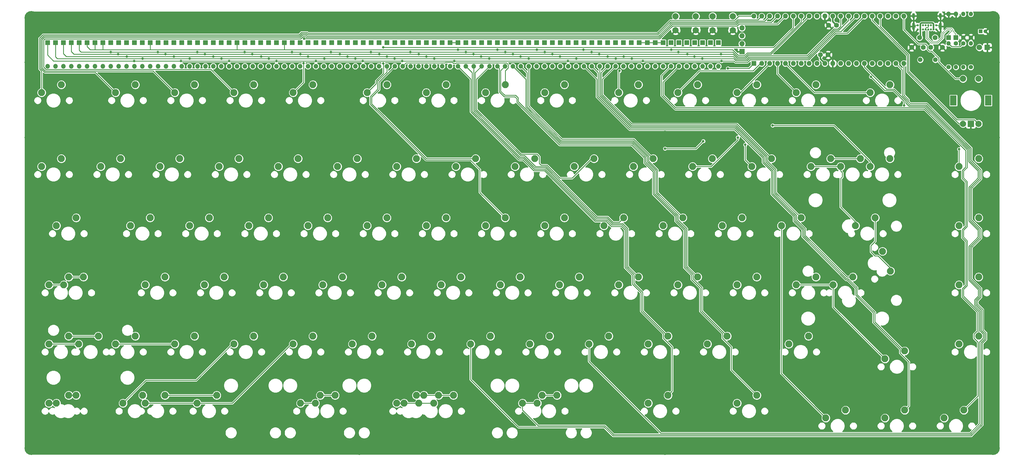
<source format=gbl>
G04 #@! TF.GenerationSoftware,KiCad,Pcbnew,(5.1.4)-1*
G04 #@! TF.CreationDate,2021-09-06T19:14:00+08:00*
G04 #@! TF.ProjectId,HerringbonePro,48657272-696e-4676-926f-6e6550726f2e,rev?*
G04 #@! TF.SameCoordinates,Original*
G04 #@! TF.FileFunction,Copper,L2,Bot*
G04 #@! TF.FilePolarity,Positive*
%FSLAX46Y46*%
G04 Gerber Fmt 4.6, Leading zero omitted, Abs format (unit mm)*
G04 Created by KiCad (PCBNEW (5.1.4)-1) date 2021-09-06 19:14:00*
%MOMM*%
%LPD*%
G04 APERTURE LIST*
%ADD10C,2.250000*%
%ADD11O,1.500000X1.500000*%
%ADD12R,1.500000X1.500000*%
%ADD13O,1.700000X1.700000*%
%ADD14R,1.700000X1.700000*%
%ADD15C,1.600000*%
%ADD16C,2.000000*%
%ADD17R,2.000000X2.000000*%
%ADD18R,2.000000X3.200000*%
%ADD19C,0.650000*%
%ADD20O,0.900000X2.400000*%
%ADD21O,0.900000X1.700000*%
%ADD22O,1.400000X1.400000*%
%ADD23C,1.400000*%
%ADD24O,1.600000X1.600000*%
%ADD25R,1.600000X1.600000*%
%ADD26C,0.700000*%
%ADD27C,4.400000*%
%ADD28C,1.500000*%
%ADD29C,1.800000*%
%ADD30R,1.800000X1.800000*%
%ADD31C,1.200000*%
%ADD32R,1.200000X1.200000*%
%ADD33C,0.800000*%
%ADD34C,0.250000*%
%ADD35C,0.500000*%
%ADD36C,0.200000*%
%ADD37C,0.254000*%
G04 APERTURE END LIST*
D10*
X119221250Y-94932500D03*
X112871250Y-97472500D03*
X128746250Y-94932500D03*
X122396250Y-97472500D03*
X157321250Y-94932500D03*
X150971250Y-97472500D03*
X85883750Y-94932500D03*
X79533750Y-97472500D03*
X162083750Y-94932500D03*
X155733750Y-97472500D03*
X90646250Y-94932500D03*
X84296250Y-97472500D03*
D11*
X127635000Y11033125D03*
D12*
X127635000Y18653125D03*
D11*
X59055000Y11033125D03*
D12*
X59055000Y18653125D03*
D13*
X221615000Y23336250D03*
X221615000Y20796250D03*
X221615000Y18256250D03*
D14*
X221615000Y15716250D03*
D15*
X282396875Y17065625D03*
X286146875Y17065625D03*
X279975000Y17065625D03*
X276225000Y17065625D03*
D16*
X292775000Y-7500000D03*
D17*
X295275000Y-7500000D03*
D16*
X297775000Y-7500000D03*
D18*
X289675000Y0D03*
X300875000Y0D03*
D16*
X292775000Y7000000D03*
X297775000Y7000000D03*
D15*
X278765625Y20240625D03*
X283765625Y20240625D03*
D10*
X116840000Y-94932500D03*
X110490000Y-97472500D03*
X35877500Y-94932500D03*
X29527500Y-97472500D03*
X7302500Y-94932500D03*
X952500Y-97472500D03*
D19*
X282460938Y22871875D03*
X284160938Y22871875D03*
X283310938Y22871875D03*
X281610938Y22871875D03*
X280760938Y22871875D03*
X279910938Y22871875D03*
X279060938Y22871875D03*
X278210938Y22871875D03*
X284160938Y24196875D03*
X283305938Y24196875D03*
X282455938Y24196875D03*
X281605938Y24196875D03*
X280755938Y24196875D03*
X279905938Y24196875D03*
X279055938Y24196875D03*
X278205938Y24196875D03*
D20*
X285510938Y23851875D03*
X276860938Y23851875D03*
D21*
X285510938Y27231875D03*
X276860938Y27231875D03*
D22*
X290512500Y10715625D03*
D23*
X290512500Y18335625D03*
D22*
X288131250Y18335625D03*
D23*
X288131250Y10715625D03*
D22*
X295275000Y18335625D03*
D23*
X295275000Y10715625D03*
D22*
X292893750Y10715625D03*
D23*
X292893750Y18335625D03*
D22*
X295275000Y27860625D03*
D23*
X295275000Y20240625D03*
D22*
X292893750Y27860625D03*
D23*
X292893750Y20240625D03*
D15*
X249356250Y14684375D03*
X246856250Y14684375D03*
X249515625Y24209375D03*
X252015625Y24209375D03*
D24*
X225425000Y27146250D03*
X273685000Y11906250D03*
X227965000Y27146250D03*
X271145000Y11906250D03*
X230505000Y27146250D03*
X268605000Y11906250D03*
X233045000Y27146250D03*
X266065000Y11906250D03*
X235585000Y27146250D03*
X263525000Y11906250D03*
X238125000Y27146250D03*
X260985000Y11906250D03*
X240665000Y27146250D03*
X258445000Y11906250D03*
X243205000Y27146250D03*
X255905000Y11906250D03*
X245745000Y27146250D03*
X253365000Y11906250D03*
X248285000Y27146250D03*
X250825000Y11906250D03*
X250825000Y27146250D03*
X248285000Y11906250D03*
X253365000Y27146250D03*
X245745000Y11906250D03*
X255905000Y27146250D03*
X243205000Y11906250D03*
X258445000Y27146250D03*
X240665000Y11906250D03*
X260985000Y27146250D03*
X238125000Y11906250D03*
X263525000Y27146250D03*
X235585000Y11906250D03*
X266065000Y27146250D03*
X233045000Y11906250D03*
X268605000Y27146250D03*
X230505000Y11906250D03*
X271145000Y27146250D03*
X227965000Y11906250D03*
X273685000Y27146250D03*
D25*
X225425000Y11906250D03*
D11*
X170735625Y11033125D03*
D12*
X170735625Y18653125D03*
D10*
X26352500Y-75882500D03*
X20002500Y-78422500D03*
D11*
X13335000Y11033125D03*
D12*
X13335000Y18653125D03*
D11*
X211455000Y11033125D03*
D12*
X211455000Y18653125D03*
D10*
X266858750Y-48577500D03*
X269398750Y-54927500D03*
X4921250Y-75882500D03*
X-1428750Y-78422500D03*
X245427500Y-56832500D03*
X239077500Y-59372500D03*
X269240000Y-18732500D03*
X262890000Y-21272500D03*
X250190000Y-18732500D03*
X243840000Y-21272500D03*
D11*
X213995000Y11033125D03*
D12*
X213995000Y18653125D03*
D10*
X259715000Y-18732500D03*
X253365000Y-21272500D03*
D26*
X198016726Y-10739524D03*
X196850000Y-10256250D03*
X195683274Y-10739524D03*
X195200000Y-11906250D03*
X195683274Y-13072976D03*
X196850000Y-13556250D03*
X198016726Y-13072976D03*
X198500000Y-11906250D03*
D27*
X196850000Y-11906250D03*
D26*
X198016726Y-110752024D03*
X196850000Y-110268750D03*
X195683274Y-110752024D03*
X195200000Y-111918750D03*
X195683274Y-113085476D03*
X196850000Y-113568750D03*
X198016726Y-113085476D03*
X198500000Y-111918750D03*
D27*
X196850000Y-111918750D03*
D26*
X303585476Y-110752024D03*
X302418750Y-110268750D03*
X301252024Y-110752024D03*
X300768750Y-111918750D03*
X301252024Y-113085476D03*
X302418750Y-113568750D03*
X303585476Y-113085476D03*
X304068750Y-111918750D03*
D27*
X302418750Y-111918750D03*
D26*
X-5977024Y-110752024D03*
X-7143750Y-110268750D03*
X-8310476Y-110752024D03*
X-8793750Y-111918750D03*
X-8310476Y-113085476D03*
X-7143750Y-113568750D03*
X-5977024Y-113085476D03*
X-5493750Y-111918750D03*
D27*
X-7143750Y-111918750D03*
D10*
X2540000Y5080000D03*
X-3810000Y2540000D03*
D16*
X200271875Y22621875D03*
X200271875Y27121875D03*
X206771875Y22621875D03*
X206771875Y27121875D03*
D26*
X303585476Y13469851D03*
X302418750Y13953125D03*
X301252024Y13469851D03*
X300768750Y12303125D03*
X301252024Y11136399D03*
X302418750Y10653125D03*
X303585476Y11136399D03*
X304068750Y12303125D03*
D27*
X302418750Y12303125D03*
D26*
X99591726Y-110752024D03*
X98425000Y-110268750D03*
X97258274Y-110752024D03*
X96775000Y-111918750D03*
X97258274Y-113085476D03*
X98425000Y-113568750D03*
X99591726Y-113085476D03*
X100075000Y-111918750D03*
D27*
X98425000Y-111918750D03*
D26*
X99591726Y-10739524D03*
X98425000Y-10256250D03*
X97258274Y-10739524D03*
X96775000Y-11906250D03*
X97258274Y-13072976D03*
X98425000Y-13556250D03*
X99591726Y-13072976D03*
X100075000Y-11906250D03*
D27*
X98425000Y-11906250D03*
D26*
X303585476Y-10739524D03*
X302418750Y-10256250D03*
X301252024Y-10739524D03*
X300768750Y-11906250D03*
X301252024Y-13072976D03*
X302418750Y-13556250D03*
X303585476Y-13072976D03*
X304068750Y-11906250D03*
D27*
X302418750Y-11906250D03*
D26*
X-5977024Y-10739524D03*
X-7143750Y-10256250D03*
X-8310476Y-10739524D03*
X-8793750Y-11906250D03*
X-8310476Y-13072976D03*
X-7143750Y-13556250D03*
X-5977024Y-13072976D03*
X-5493750Y-11906250D03*
D27*
X-7143750Y-11906250D03*
D26*
X-5977024Y13469851D03*
X-7143750Y13953125D03*
X-8310476Y13469851D03*
X-8793750Y12303125D03*
X-8310476Y11136399D03*
X-7143750Y10653125D03*
X-5977024Y11136399D03*
X-5493750Y12303125D03*
D27*
X-7143750Y12303125D03*
D26*
X303585476Y27757351D03*
X302418750Y28240625D03*
X301252024Y27757351D03*
X300768750Y26590625D03*
X301252024Y25423899D03*
X302418750Y24940625D03*
X303585476Y25423899D03*
X304068750Y26590625D03*
D27*
X302418750Y26590625D03*
D26*
X-5977024Y27757351D03*
X-7143750Y28240625D03*
X-8310476Y27757351D03*
X-8793750Y26590625D03*
X-8310476Y25423899D03*
X-7143750Y24940625D03*
X-5977024Y25423899D03*
X-5493750Y26590625D03*
D27*
X-7143750Y26590625D03*
D28*
X283883125Y13096875D03*
X279003125Y13096875D03*
D16*
X212178125Y22621875D03*
X212178125Y27121875D03*
X218678125Y22621875D03*
X218678125Y27121875D03*
D10*
X293052500Y-99695000D03*
X286702500Y-102235000D03*
X274002500Y-99695000D03*
X267652500Y-102235000D03*
X254952500Y-99695000D03*
X248602500Y-102235000D03*
X226377500Y-94932500D03*
X220027500Y-97472500D03*
X197802500Y-94932500D03*
X191452500Y-97472500D03*
X123983750Y-94932500D03*
X117633750Y-97472500D03*
X52546250Y-94932500D03*
X46196250Y-97472500D03*
X28733750Y-94932500D03*
X22383750Y-97472500D03*
X4921250Y-94932500D03*
X-1428750Y-97472500D03*
X297815000Y-75882500D03*
X291465000Y-78422500D03*
X274002500Y-80645000D03*
X267652500Y-83185000D03*
X243046250Y-75882500D03*
X236696250Y-78422500D03*
X216852500Y-75882500D03*
X210502500Y-78422500D03*
X197802500Y-75882500D03*
X191452500Y-78422500D03*
X178752500Y-75882500D03*
X172402500Y-78422500D03*
X159702500Y-75882500D03*
X153352500Y-78422500D03*
X140652500Y-75882500D03*
X134302500Y-78422500D03*
X121602500Y-75882500D03*
X115252500Y-78422500D03*
X102552500Y-75882500D03*
X96202500Y-78422500D03*
X83502500Y-75882500D03*
X77152500Y-78422500D03*
X64452500Y-75882500D03*
X58102500Y-78422500D03*
X45402500Y-75882500D03*
X39052500Y-78422500D03*
X14446250Y-75882500D03*
X8096250Y-78422500D03*
X4921250Y-56832500D03*
X-1428750Y-59372500D03*
X297815000Y-56832500D03*
X291465000Y-59372500D03*
X257333750Y-56832500D03*
X250983750Y-59372500D03*
X226377500Y-56832500D03*
X220027500Y-59372500D03*
X207327500Y-56832500D03*
X200977500Y-59372500D03*
X188277500Y-56832500D03*
X181927500Y-59372500D03*
X169227500Y-56832500D03*
X162877500Y-59372500D03*
X150177500Y-56832500D03*
X143827500Y-59372500D03*
X131127500Y-56832500D03*
X124777500Y-59372500D03*
X112077500Y-56832500D03*
X105727500Y-59372500D03*
X93027500Y-56832500D03*
X86677500Y-59372500D03*
X73977500Y-56832500D03*
X67627500Y-59372500D03*
X54927500Y-56832500D03*
X48577500Y-59372500D03*
X35877500Y-56832500D03*
X29527500Y-59372500D03*
X9683750Y-56832500D03*
X3333750Y-59372500D03*
X297815000Y-37782500D03*
X291465000Y-40322500D03*
X264477500Y-37782500D03*
X258127500Y-40322500D03*
X240665000Y-37782500D03*
X234315000Y-40322500D03*
X221615000Y-37782500D03*
X215265000Y-40322500D03*
X202565000Y-37782500D03*
X196215000Y-40322500D03*
X183515000Y-37782500D03*
X177165000Y-40322500D03*
X164465000Y-37782500D03*
X158115000Y-40322500D03*
X145415000Y-37782500D03*
X139065000Y-40322500D03*
X126365000Y-37782500D03*
X120015000Y-40322500D03*
X107315000Y-37782500D03*
X100965000Y-40322500D03*
X88265000Y-37782500D03*
X81915000Y-40322500D03*
X69215000Y-37782500D03*
X62865000Y-40322500D03*
X50165000Y-37782500D03*
X43815000Y-40322500D03*
X31115000Y-37782500D03*
X24765000Y-40322500D03*
X7302500Y-37782500D03*
X952500Y-40322500D03*
X297815000Y-18732500D03*
X291465000Y-21272500D03*
X231140000Y-18732500D03*
X224790000Y-21272500D03*
X212090000Y-18732500D03*
X205740000Y-21272500D03*
X193040000Y-18732500D03*
X186690000Y-21272500D03*
X173990000Y-18732500D03*
X167640000Y-21272500D03*
X154940000Y-18732500D03*
X148590000Y-21272500D03*
X135890000Y-18732500D03*
X129540000Y-21272500D03*
X116840000Y-18732500D03*
X110490000Y-21272500D03*
X97790000Y-18732500D03*
X91440000Y-21272500D03*
X78740000Y-18732500D03*
X72390000Y-21272500D03*
X59690000Y-18732500D03*
X53340000Y-21272500D03*
X40640000Y-18732500D03*
X34290000Y-21272500D03*
X21590000Y-18732500D03*
X15240000Y-21272500D03*
X2540000Y-18732500D03*
X-3810000Y-21272500D03*
X269240000Y5080000D03*
X262890000Y2540000D03*
X245427500Y5080000D03*
X239077500Y2540000D03*
X226377500Y5080000D03*
X220027500Y2540000D03*
X207327500Y5080000D03*
X200977500Y2540000D03*
X188277500Y5080000D03*
X181927500Y2540000D03*
X164465000Y5080000D03*
X158115000Y2540000D03*
X145415000Y5080000D03*
X139065000Y2540000D03*
X126365000Y5080000D03*
X120015000Y2540000D03*
X107315000Y5080000D03*
X100965000Y2540000D03*
X83502500Y5080000D03*
X77152500Y2540000D03*
X64452500Y5080000D03*
X58102500Y2540000D03*
X45402500Y5080000D03*
X39052500Y2540000D03*
X26352500Y5080000D03*
X20002500Y2540000D03*
D11*
X198755000Y11033125D03*
D12*
X198755000Y18653125D03*
D11*
X155495625Y11033125D03*
D12*
X155495625Y18653125D03*
D11*
X142875000Y11033125D03*
D12*
X142875000Y18653125D03*
D11*
X130175000Y11033125D03*
D12*
X130175000Y18653125D03*
D11*
X74295000Y11033125D03*
D12*
X74295000Y18653125D03*
D11*
X31115000Y11033125D03*
D12*
X31115000Y18653125D03*
D11*
X15875000Y11033125D03*
D12*
X15875000Y18653125D03*
D11*
X10795000Y11033125D03*
D12*
X10795000Y18653125D03*
D11*
X201295000Y11033125D03*
D12*
X201295000Y18653125D03*
D11*
X173275625Y11033125D03*
D12*
X173275625Y18653125D03*
D11*
X158035625Y11033125D03*
D12*
X158035625Y18653125D03*
D11*
X145335625Y11033125D03*
D12*
X145335625Y18653125D03*
D11*
X132715000Y11033125D03*
D12*
X132715000Y18653125D03*
D11*
X114935000Y11033125D03*
D12*
X114935000Y18653125D03*
D11*
X102235000Y11033125D03*
D12*
X102235000Y18653125D03*
D11*
X89535000Y11033125D03*
D12*
X89535000Y18653125D03*
D11*
X76835000Y11033125D03*
D12*
X76835000Y18653125D03*
D11*
X61595000Y11033125D03*
D12*
X61595000Y18653125D03*
D11*
X46355000Y11033125D03*
D12*
X46355000Y18653125D03*
D11*
X33655000Y11033125D03*
D12*
X33655000Y18653125D03*
D11*
X18415000Y11033125D03*
D12*
X18415000Y18653125D03*
D11*
X8255000Y11033125D03*
D12*
X8255000Y18653125D03*
D11*
X203835000Y11033125D03*
D12*
X203835000Y18653125D03*
D11*
X175815625Y11033125D03*
D12*
X175815625Y18653125D03*
D11*
X160575625Y11033125D03*
D12*
X160575625Y18653125D03*
D11*
X147875625Y11033125D03*
D12*
X147875625Y18653125D03*
D11*
X135255000Y11033125D03*
D12*
X135255000Y18653125D03*
D11*
X117475000Y11033125D03*
D12*
X117475000Y18653125D03*
D11*
X104775000Y11033125D03*
D12*
X104775000Y18653125D03*
D11*
X92075000Y11033125D03*
D12*
X92075000Y18653125D03*
D11*
X79375000Y11033125D03*
D12*
X79375000Y18653125D03*
D11*
X64135000Y11033125D03*
D12*
X64135000Y18653125D03*
D11*
X48895000Y11033125D03*
D12*
X48895000Y18653125D03*
D11*
X36195000Y11033125D03*
D12*
X36195000Y18653125D03*
D11*
X20955000Y11033125D03*
D12*
X20955000Y18653125D03*
D11*
X5715000Y11033125D03*
D12*
X5715000Y18653125D03*
D11*
X206375000Y11033125D03*
D12*
X206375000Y18653125D03*
D11*
X183435625Y11033125D03*
D12*
X183435625Y18653125D03*
D11*
X178355625Y11033125D03*
D12*
X178355625Y18653125D03*
D11*
X163115625Y11033125D03*
D12*
X163115625Y18653125D03*
D11*
X150415625Y11033125D03*
D12*
X150415625Y18653125D03*
D11*
X137795000Y11033125D03*
D12*
X137795000Y18653125D03*
D11*
X120015000Y11033125D03*
D12*
X120015000Y18653125D03*
D11*
X107315000Y11033125D03*
D12*
X107315000Y18653125D03*
D11*
X94615000Y11033125D03*
D12*
X94615000Y18653125D03*
D11*
X81915000Y11033125D03*
D12*
X81915000Y18653125D03*
D11*
X66675000Y11033125D03*
D12*
X66675000Y18653125D03*
D11*
X51435000Y11033125D03*
D12*
X51435000Y18653125D03*
D11*
X38735000Y11033125D03*
D12*
X38735000Y18653125D03*
D11*
X23495000Y11033125D03*
D12*
X23495000Y18653125D03*
D11*
X3175000Y11033125D03*
D12*
X3175000Y18653125D03*
D11*
X208915000Y11033125D03*
D12*
X208915000Y18653125D03*
D11*
X185975625Y11033125D03*
D12*
X185975625Y18653125D03*
D11*
X180895625Y11033125D03*
D12*
X180895625Y18653125D03*
D11*
X168195625Y11033125D03*
D12*
X168195625Y18653125D03*
D11*
X152955625Y11033125D03*
D12*
X152955625Y18653125D03*
D11*
X140335000Y11033125D03*
D12*
X140335000Y18653125D03*
D11*
X122555000Y11033125D03*
D12*
X122555000Y18653125D03*
D11*
X109855000Y11033125D03*
D12*
X109855000Y18653125D03*
D11*
X97155000Y11033125D03*
D12*
X97155000Y18653125D03*
D11*
X86995000Y11033125D03*
D12*
X86995000Y18653125D03*
D11*
X69215000Y11033125D03*
D12*
X69215000Y18653125D03*
D11*
X53975000Y11033125D03*
D12*
X53975000Y18653125D03*
D11*
X43815000Y11033125D03*
D12*
X43815000Y18653125D03*
D11*
X28575000Y11033125D03*
D12*
X28575000Y18653125D03*
D11*
X635000Y11033125D03*
D12*
X635000Y18653125D03*
D11*
X196215000Y11033125D03*
D12*
X196215000Y18653125D03*
D11*
X193675000Y11033125D03*
D12*
X193675000Y18653125D03*
D11*
X191135000Y11033125D03*
D12*
X191135000Y18653125D03*
D11*
X188515625Y11033125D03*
D12*
X188515625Y18653125D03*
D11*
X165655625Y11033125D03*
D12*
X165655625Y18653125D03*
D11*
X125095000Y11033125D03*
D12*
X125095000Y18653125D03*
D11*
X112395000Y11033125D03*
D12*
X112395000Y18653125D03*
D11*
X99695000Y11033125D03*
D12*
X99695000Y18653125D03*
D11*
X84455000Y11033125D03*
D12*
X84455000Y18653125D03*
D11*
X71755000Y11033125D03*
D12*
X71755000Y18653125D03*
D11*
X56515000Y11033125D03*
D12*
X56515000Y18653125D03*
D11*
X41275000Y11033125D03*
D12*
X41275000Y18653125D03*
D11*
X26035000Y11033125D03*
D12*
X26035000Y18653125D03*
D11*
X-1905000Y11033125D03*
D12*
X-1905000Y18653125D03*
D11*
X290512500Y27860625D03*
D12*
X290512500Y20240625D03*
D11*
X288131250Y27860625D03*
D12*
X288131250Y20240625D03*
D29*
X298053125Y17065625D03*
D30*
X300593125Y17065625D03*
D31*
X299950000Y22225000D03*
D32*
X298450000Y22225000D03*
D33*
X254793750Y8731250D03*
X285353125Y6350000D03*
X277812500Y1984375D03*
X98425000Y-3968750D03*
X93662500Y-17065625D03*
X97631250Y-33337500D03*
X104775000Y-52387500D03*
X112712500Y-71437500D03*
X119062500Y-90487500D03*
X72628125Y2381250D03*
X82550000Y8731250D03*
X106124636Y11906280D03*
X106124636Y17065668D03*
X80701006Y19867119D03*
X80483126Y11975000D03*
X291517688Y-15663562D03*
X25955625Y12700000D03*
X41036875Y12700000D03*
X56515000Y12700000D03*
X71755000Y12700000D03*
X84455000Y12700000D03*
X99536250Y12700000D03*
X112236250Y12700000D03*
X165576250Y12700000D03*
X215026875Y12700000D03*
X129063750Y12700000D03*
X189706250Y12700000D03*
X28733750Y13425000D03*
X43883750Y13425000D03*
X54065000Y13425000D03*
X69305000Y13425000D03*
X87164375Y13425000D03*
X97223750Y13425000D03*
X109786250Y13425000D03*
X140245000Y13425000D03*
X152945000Y13425000D03*
X168285625Y13425000D03*
X180985625Y13425000D03*
X186145000Y13425000D03*
X208904375Y13425000D03*
X122623750Y13425000D03*
X23574375Y14150000D03*
X38793125Y14150000D03*
X51493125Y14150000D03*
X66855000Y14150000D03*
X81936250Y14150000D03*
X94636250Y14150000D03*
X107336250Y14150000D03*
X120036250Y14150000D03*
X137657500Y14150000D03*
X150357500Y14150000D03*
X163057500Y14150000D03*
X178413750Y14150000D03*
X183573125Y14150000D03*
X206316875Y14150000D03*
X204073125Y14875000D03*
X20796250Y14875000D03*
X160607500Y14875000D03*
X175704375Y14875000D03*
X92186250Y14875000D03*
X64023750Y14875000D03*
X147923125Y14875000D03*
X36083750Y14875000D03*
X135207500Y14875000D03*
X79501875Y14875000D03*
X117586250Y14875000D03*
X48783750Y14875000D03*
X104886250Y14875000D03*
X214915625Y14875000D03*
X18415000Y15600000D03*
X33618125Y15600000D03*
X46318125Y15600000D03*
X61558125Y15600000D03*
X76792500Y15600000D03*
X89339375Y15600000D03*
X102192500Y15600000D03*
X114892500Y15600000D03*
X132757500Y15600000D03*
X145457500Y15600000D03*
X158157500Y15600000D03*
X173238750Y15600000D03*
X201173125Y15600000D03*
X130201250Y16325000D03*
X142901250Y16325000D03*
X155601250Y16325000D03*
X170630376Y16325000D03*
X198860625Y16325000D03*
X182165625Y9525000D03*
X217090625Y10318750D03*
X196850000Y-15478125D03*
X209153125Y-13096875D03*
X220265625Y-11906250D03*
X222646875Y-14253499D03*
X231512063Y-8071438D03*
X263128125Y7605040D03*
X273843750Y-1587500D03*
D34*
X285165938Y24196875D02*
X285510938Y23851875D01*
X284160938Y24196875D02*
X285165938Y24196875D01*
X277205938Y24196875D02*
X276860938Y23851875D01*
X278205938Y24196875D02*
X277205938Y24196875D01*
D35*
X246856250Y13335000D02*
X248285000Y11906250D01*
X246856250Y14684375D02*
X246856250Y13335000D01*
X250825000Y25400000D02*
X252015625Y24209375D01*
X250825000Y27146250D02*
X250825000Y25400000D01*
D34*
X113470001Y12108126D02*
X126042622Y12108126D01*
X128582622Y12108126D02*
X128784498Y11906250D01*
X112395000Y11033125D02*
X113470001Y12108126D01*
X128440758Y12249990D02*
X128784498Y11906250D01*
X126153115Y12249990D02*
X128440758Y12249990D01*
X126042622Y12139497D02*
X126153115Y12249990D01*
X126042622Y12108126D02*
X126042622Y12139497D01*
X129658999Y12108126D02*
X129457123Y11906250D01*
X145851626Y12108126D02*
X129658999Y12108126D01*
X146410626Y11549126D02*
X145851626Y12108126D01*
X146410626Y10517124D02*
X146410626Y11549126D01*
X145415000Y9521498D02*
X146410626Y10517124D01*
X129457123Y11906250D02*
X128784498Y11906250D01*
X145415000Y5080000D02*
X145415000Y9521498D01*
X102456099Y-1113073D02*
X120075526Y-18732500D01*
X120075526Y-18732500D02*
X135890000Y-18732500D01*
X102456099Y-1113073D02*
X102456099Y1113074D01*
X102456099Y1113074D02*
X104775000Y3431974D01*
X104775000Y5953125D02*
X104775000Y3431974D01*
X109855000Y11033125D02*
X104775000Y5953125D01*
X136155020Y6853145D02*
X140335000Y11033125D01*
X155636001Y-17282499D02*
X150509140Y-17282499D01*
X150509140Y-17282499D02*
X136155020Y-2928380D01*
X156390001Y-18036499D02*
X155636001Y-17282499D01*
X156390001Y-20261876D02*
X156390001Y-18036499D01*
X156940585Y-20812460D02*
X156390001Y-20261876D01*
X158801601Y-20812461D02*
X156940585Y-20812460D01*
X136155020Y-2928380D02*
X136155020Y6853145D01*
X163001641Y-25012501D02*
X158801601Y-20812461D01*
X166946001Y-25012501D02*
X163001641Y-25012501D01*
X173226001Y-18732500D02*
X166946001Y-25012501D01*
X187364687Y-13057188D02*
X193040000Y-18732500D01*
X187364687Y-13057187D02*
X187364687Y-13057188D01*
X163621688Y-12487460D02*
X186794960Y-12487460D01*
X187364687Y-13057187D02*
X186794960Y-12487460D01*
X152955625Y-1821394D02*
X155537428Y-4403197D01*
X152955625Y11033125D02*
X152955625Y-1821394D01*
X155537428Y-4403197D02*
X163621688Y-12487460D01*
X219988708Y-7581209D02*
X231140000Y-18732500D01*
X186179189Y-7581209D02*
X219988708Y-7581209D01*
X176715645Y1882335D02*
X186179189Y-7581209D01*
X176715645Y6853145D02*
X176715645Y1882335D01*
X180895625Y11033125D02*
X176715645Y6853145D01*
X250190000Y-18732500D02*
X259715000Y-18732500D01*
X137229999Y-22218501D02*
X137229999Y-29597499D01*
X101996875Y1290259D02*
X101996875Y-1290259D01*
X134194008Y-19182510D02*
X137229999Y-22218501D01*
X119889126Y-19182510D02*
X134194008Y-19182510D01*
X137229999Y-29597499D02*
X145415000Y-37782500D01*
X104324990Y3618374D02*
X101996875Y1290259D01*
X101996875Y-1290259D02*
X119889126Y-19182510D01*
X107315000Y11033125D02*
X107315000Y9129535D01*
X104324990Y6139525D02*
X104324990Y3618374D01*
X107315000Y9129535D02*
X104324990Y6139525D01*
X182103931Y-39193569D02*
X183515000Y-37782500D01*
X180091301Y-39193569D02*
X182103931Y-39193569D01*
X174875203Y-37522471D02*
X178420204Y-37522472D01*
X178420204Y-37522472D02*
X180091301Y-39193569D01*
X158615202Y-21262470D02*
X174875203Y-37522471D01*
X155191173Y-21262469D02*
X158615202Y-21262470D01*
X151661212Y-17732509D02*
X155191173Y-21262469D01*
X137795000Y11033125D02*
X135705010Y8943135D01*
X150322739Y-17732509D02*
X150939366Y-17732509D01*
X135705010Y8943135D02*
X135705010Y-3114780D01*
X150939366Y-17732509D02*
X151661212Y-17732509D01*
X135705010Y-3114780D02*
X150322739Y-17732509D01*
X150322740Y-17732509D02*
X150939366Y-17732509D01*
X191589999Y-17918909D02*
X186608560Y-12937470D01*
X191589999Y-19561296D02*
X191589999Y-17918909D01*
X194379999Y-29597499D02*
X194379999Y-22351295D01*
X202565000Y-37782500D02*
X194379999Y-29597499D01*
X194379999Y-22351295D02*
X191589999Y-19561296D01*
X186608560Y-12937470D02*
X163425700Y-12937470D01*
X163425700Y-12937470D02*
X161966097Y-11477867D01*
X161966097Y-11477867D02*
X161966097Y-11468278D01*
X150415625Y11033125D02*
X152505615Y8943135D01*
X152505615Y-2007796D02*
X161966097Y-11468278D01*
X152505615Y8943135D02*
X152505615Y-2007796D01*
X232479999Y-29597499D02*
X240665000Y-37782500D01*
X229689999Y-19428501D02*
X232479999Y-22218501D01*
X229689999Y-17918909D02*
X229689999Y-19428501D01*
X232479999Y-22218501D02*
X232479999Y-29597499D01*
X219802309Y-8031219D02*
X229689999Y-17918909D01*
X185992789Y-8031219D02*
X219802309Y-8031219D01*
X176265635Y1695935D02*
X185992789Y-8031219D01*
X176265635Y8943135D02*
X176265635Y1695935D01*
X178355625Y11033125D02*
X176265635Y8943135D01*
X265431823Y-50068599D02*
X269398750Y-54035526D01*
X264381099Y-50068599D02*
X265431823Y-50068599D01*
X263118749Y-48806249D02*
X264381099Y-50068599D01*
X264477500Y-45372748D02*
X263118749Y-46731499D01*
X263118749Y-46731499D02*
X263118749Y-48806249D01*
X264477500Y-37782500D02*
X264477500Y-45372748D01*
X4921250Y-56832500D02*
X9683750Y-56832500D01*
X184854999Y-53409999D02*
X188277500Y-56832500D01*
X184854999Y-41268501D02*
X184854999Y-53409999D01*
X183230077Y-39643579D02*
X184854999Y-41268501D01*
X179904901Y-39643579D02*
X183230077Y-39643579D01*
X158428801Y-21712479D02*
X174688802Y-37972480D01*
X178233803Y-37972481D02*
X179904901Y-39643579D01*
X174688802Y-37972480D02*
X178233803Y-37972481D01*
X155004773Y-21712479D02*
X158428801Y-21712479D01*
X154355521Y-21063228D02*
X154355522Y-21063228D01*
X154355522Y-21063228D02*
X155004773Y-21712479D01*
X151474812Y-18182519D02*
X154355521Y-21063228D01*
X150136340Y-18182519D02*
X151474812Y-18182519D01*
X135255000Y-3301180D02*
X138208160Y-6254340D01*
X135255000Y11033125D02*
X135255000Y-3301180D01*
X138208160Y-6254340D02*
X150136340Y-18182519D01*
X203904999Y-53409999D02*
X207327500Y-56832500D01*
X203904999Y-41268501D02*
X203904999Y-53409999D01*
X201114999Y-38478501D02*
X203904999Y-41268501D01*
X201114999Y-36968909D02*
X201114999Y-38478501D01*
X191139989Y-19747695D02*
X193929989Y-22537696D01*
X193929990Y-29783900D02*
X201114999Y-36968909D01*
X193929989Y-22537696D02*
X193929990Y-29783900D01*
X191139989Y-18105309D02*
X191139989Y-19747695D01*
X186422160Y-13387480D02*
X191139989Y-18105309D01*
X163239300Y-13387480D02*
X186422160Y-13387480D01*
X160452472Y-10600652D02*
X163239300Y-13387480D01*
X160452472Y-10591062D02*
X160452472Y-10600652D01*
X147875625Y11033125D02*
X152055605Y6853145D01*
X153115079Y-3253670D02*
X153115080Y-3253670D01*
X152055606Y-2194197D02*
X153115079Y-3253670D01*
X152055605Y6853145D02*
X152055606Y-2194197D01*
X153115080Y-3253670D02*
X160452472Y-10591062D01*
X242004999Y-43438501D02*
X255398998Y-56832500D01*
X242004999Y-41268501D02*
X242004999Y-43438501D01*
X239214999Y-38478501D02*
X242004999Y-41268501D01*
X239214999Y-36968909D02*
X239214999Y-38478501D01*
X232029989Y-22404901D02*
X232029990Y-29783900D01*
X229239989Y-18105309D02*
X229239990Y-19614902D01*
X232029990Y-29783900D02*
X239214999Y-36968909D01*
X229239990Y-19614902D02*
X232029989Y-22404901D01*
X219615909Y-8481229D02*
X229239989Y-18105309D01*
X185806389Y-8481229D02*
X219615909Y-8481229D01*
X255398998Y-56832500D02*
X257333750Y-56832500D01*
X175815625Y1509536D02*
X178951643Y-1626482D01*
X175815625Y11033125D02*
X175815625Y1509536D01*
X178951643Y-1626482D02*
X185806389Y-8481229D01*
X4921250Y-75882500D02*
X14446250Y-75882500D01*
X189617499Y-67697499D02*
X189617499Y-61724115D01*
X197802500Y-75882500D02*
X189617499Y-67697499D01*
X186827499Y-58934115D02*
X189617499Y-61724115D01*
X186827499Y-56018909D02*
X186827499Y-58934115D01*
X184404990Y-53596400D02*
X186827499Y-56018909D01*
X184404990Y-41454902D02*
X184404990Y-53596400D01*
X183043677Y-40093589D02*
X184404990Y-41454902D01*
X179718501Y-40093589D02*
X183043677Y-40093589D01*
X178047402Y-38422490D02*
X179718501Y-40093589D01*
X174502401Y-38422489D02*
X178047402Y-38422490D01*
X158242402Y-22162489D02*
X174502401Y-38422489D01*
X154818373Y-22162489D02*
X158242402Y-22162489D01*
X151309009Y-18653125D02*
X154818373Y-22162489D01*
X150415625Y-18653125D02*
X151309009Y-18653125D01*
X149970535Y-18653125D02*
X150415625Y-18653125D01*
X134804991Y-3487581D02*
X149970535Y-18653125D01*
X134804990Y8943135D02*
X134804991Y-3487581D01*
X132715000Y11033125D02*
X134804990Y8943135D01*
X149970538Y-18653125D02*
X150415625Y-18653125D01*
X208667499Y-67697499D02*
X216852500Y-75882500D01*
X205877499Y-56018909D02*
X205877499Y-57446249D01*
X205877499Y-57446249D02*
X208667499Y-60236249D01*
X203454990Y-53596400D02*
X205877499Y-56018909D01*
X203454990Y-41454902D02*
X203454990Y-53596400D01*
X208667499Y-60236249D02*
X208667499Y-67697499D01*
X200664990Y-38664902D02*
X203454990Y-41454902D01*
X200664989Y-37155309D02*
X200664990Y-38664902D01*
X193479981Y-22724097D02*
X193479981Y-29970301D01*
X190689979Y-18291709D02*
X190689979Y-19934095D01*
X148765614Y1650011D02*
X149605011Y810614D01*
X157956250Y-8731250D02*
X157956250Y-8740840D01*
X145308576Y1650011D02*
X148765614Y1650011D01*
X149605011Y810614D02*
X149605011Y-380011D01*
X163052900Y-13837490D02*
X186235761Y-13837490D01*
X193479981Y-29970301D02*
X200664989Y-37155309D01*
X186235761Y-13837490D02*
X190689979Y-18291709D01*
X190689979Y-19934095D02*
X193479981Y-22724097D01*
X157956250Y-8740840D02*
X163052900Y-13837490D01*
X149605011Y-380011D02*
X157956250Y-8731250D01*
X143964999Y9662499D02*
X143964999Y2993587D01*
X145335625Y11033125D02*
X143964999Y9662499D01*
X143964999Y2993587D02*
X144916793Y2041793D01*
X144916793Y2041793D02*
X145308576Y1650011D01*
X228789981Y-19801303D02*
X231579980Y-22591302D01*
X228789980Y-18291710D02*
X228789981Y-19801303D01*
X264381099Y-71280573D02*
X273745526Y-80645000D01*
X241554989Y-41454901D02*
X241554990Y-43624902D01*
X264381099Y-68195851D02*
X264381099Y-71280573D01*
X258673749Y-62488501D02*
X264381099Y-68195851D01*
X238764990Y-38664902D02*
X241554989Y-41454901D01*
X255720010Y-57282510D02*
X258673749Y-60236249D01*
X241554990Y-43624902D02*
X255212598Y-57282510D01*
X258673749Y-60236249D02*
X258673749Y-62488501D01*
X255212598Y-57282510D02*
X255720010Y-57282510D01*
X231579980Y-29970300D02*
X231579980Y-22591302D01*
X238764990Y-37155310D02*
X231579980Y-29970300D01*
X238764990Y-37155310D02*
X238764990Y-38664902D01*
X219429509Y-8931239D02*
X228789980Y-18291710D01*
X185619989Y-8931239D02*
X219429509Y-8931239D01*
X173275625Y11033125D02*
X175365615Y8943135D01*
X175365615Y1323134D02*
X176649062Y39687D01*
X175365615Y8943135D02*
X175365615Y1323134D01*
X176649062Y39687D02*
X185619989Y-8931239D01*
X200250399Y-2318901D02*
X280528276Y-2318901D01*
X196215000Y1716499D02*
X200250399Y-2318901D01*
X297815000Y-67884474D02*
X297815000Y-75882500D01*
X292956099Y-63025573D02*
X297815000Y-67884474D01*
X292956099Y-24925573D02*
X294161927Y-26131401D01*
X280528276Y-2318901D02*
X294084375Y-15875000D01*
X294161927Y-26131401D02*
X294161927Y-40543599D01*
X294161927Y-59593599D02*
X292956099Y-60799427D01*
X294161927Y-45181401D02*
X294161927Y-59593599D01*
X292956099Y-22699427D02*
X292956099Y-24925573D01*
X292956099Y-43975573D02*
X294161927Y-45181401D01*
X294084375Y-15875000D02*
X294084375Y-21571151D01*
X292956099Y-41749427D02*
X292956099Y-43975573D01*
X294084375Y-21571151D02*
X292956099Y-22699427D01*
X294161927Y-40543599D02*
X292956099Y-41749427D01*
X292956099Y-60799427D02*
X292956099Y-63025573D01*
X196215000Y5953125D02*
X201295000Y11033125D01*
X196215000Y1716499D02*
X196215000Y5953125D01*
X7302500Y-94932500D02*
X4921250Y-94932500D01*
X35877500Y-94932500D02*
X52546250Y-94932500D01*
X116840000Y-94932500D02*
X123983750Y-94932500D01*
X128746250Y-94932500D02*
X123983750Y-94932500D01*
X149784134Y-19103134D02*
X134354982Y-3673980D01*
X151122609Y-19103135D02*
X149784134Y-19103134D01*
X154631973Y-22612499D02*
X151122609Y-19103135D01*
X158056000Y-22612499D02*
X154631973Y-22612499D01*
X174316001Y-38872499D02*
X158056000Y-22612499D01*
X177861001Y-38872499D02*
X174316001Y-38872499D01*
X179532101Y-40543599D02*
X177861001Y-38872499D01*
X182088073Y-40543599D02*
X179532101Y-40543599D01*
X197802500Y-94932500D02*
X199142499Y-93592501D01*
X199142499Y-93592501D02*
X199142499Y-79368501D01*
X199142499Y-79368501D02*
X196352499Y-76578501D01*
X134354982Y-3673980D02*
X134354982Y6853143D01*
X196352499Y-76578501D02*
X196352499Y-75068909D01*
X196352499Y-75068909D02*
X189167490Y-67883900D01*
X189167490Y-67883900D02*
X189167489Y-61910515D01*
X189167489Y-61910515D02*
X186377489Y-59120515D01*
X183954981Y-41641303D02*
X182877152Y-40563473D01*
X186377489Y-56205309D02*
X183954981Y-53782801D01*
X186377489Y-59120515D02*
X186377489Y-56205309D01*
X183954981Y-53782801D02*
X183954981Y-41641303D01*
X134354982Y6853143D02*
X130175000Y11033125D01*
X182877152Y-40563473D02*
X182107947Y-40563473D01*
X182107947Y-40563473D02*
X182088073Y-40543599D01*
X218192499Y-86747500D02*
X226377500Y-94932500D01*
X149155001Y-576001D02*
X162866500Y-14287500D01*
X162866500Y-14287500D02*
X186049361Y-14287500D01*
X186049361Y-14287500D02*
X190239969Y-18478109D01*
X190239969Y-18478109D02*
X190239969Y-20120494D01*
X190239969Y-20120494D02*
X193029971Y-22910496D01*
X203004981Y-41641303D02*
X203004981Y-53782801D01*
X200214981Y-38851301D02*
X200214981Y-37341711D01*
X200214981Y-37341711D02*
X193029971Y-30156701D01*
X203004981Y-41641303D02*
X200214981Y-38851301D01*
X193029971Y-30156701D02*
X193029971Y-22910496D01*
X145106973Y1200001D02*
X148531001Y1200001D01*
X148531001Y1200001D02*
X149155001Y576001D01*
X149155001Y576001D02*
X149155001Y-576001D01*
X205427490Y-57632650D02*
X208217489Y-60422649D01*
X205427489Y-56205309D02*
X205427490Y-57632650D01*
X203004981Y-53782801D02*
X205427489Y-56205309D01*
X208217489Y-60422649D02*
X208217489Y-67883900D01*
X208217489Y-67883900D02*
X215402499Y-75068909D01*
X215402499Y-76578501D02*
X218192499Y-79368501D01*
X215402499Y-75068909D02*
X215402499Y-76578501D01*
X218192499Y-79368501D02*
X218192499Y-86747500D01*
X144194112Y2128064D02*
X143514989Y2807187D01*
X144194112Y2112862D02*
X144194112Y2128064D01*
X144194112Y2112862D02*
X145106973Y1200001D01*
X143514989Y10393136D02*
X142875000Y11033125D01*
X143514989Y2807187D02*
X143514989Y10393136D01*
X275342499Y-98355001D02*
X274002500Y-99695000D01*
X275342499Y-84131001D02*
X275342499Y-98355001D01*
X258223739Y-60422649D02*
X258223740Y-62674902D01*
X272552499Y-80088383D02*
X272552499Y-81341001D01*
X238314981Y-38851303D02*
X241104980Y-41641302D01*
X272552499Y-81341001D02*
X275342499Y-84131001D01*
X241104980Y-41641302D02*
X241104981Y-43811303D01*
X231129971Y-30156701D02*
X238314980Y-37341710D01*
X238314980Y-37341710D02*
X238314981Y-38851303D01*
X219243110Y-9381249D02*
X228339971Y-18478111D01*
X263921875Y-68373037D02*
X263921875Y-71457759D01*
X258223740Y-62674902D02*
X263921875Y-68373037D01*
X228339972Y-19987704D02*
X231129970Y-22777702D01*
X228339971Y-18478111D02*
X228339972Y-19987704D01*
X241104981Y-43811303D02*
X255026198Y-57732520D01*
X255026198Y-57732520D02*
X255533610Y-57732520D01*
X263921875Y-71457759D02*
X272552499Y-80088383D01*
X255533610Y-57732520D02*
X258223739Y-60422649D01*
X231129970Y-22777702D02*
X231129971Y-30156701D01*
X185433589Y-9381249D02*
X219243110Y-9381249D01*
X170735625Y11033125D02*
X174915605Y6853145D01*
X174915605Y1136734D02*
X175537107Y515232D01*
X174915605Y6853145D02*
X174915605Y1136734D01*
X175537107Y515232D02*
X185433589Y-9381249D01*
X296364999Y-76578501D02*
X297593901Y-77807403D01*
X297593901Y-95153599D02*
X293052500Y-99695000D01*
X200063999Y-2768911D02*
X280341876Y-2768911D01*
X293634365Y-16061400D02*
X293634365Y-21384751D01*
X297118999Y-74432499D02*
X296364999Y-75186499D01*
X292506089Y-22513027D02*
X292506090Y-25111974D01*
X293687500Y-40381616D02*
X292506089Y-41563027D01*
X292506090Y-44161974D02*
X293711917Y-45367801D01*
X293634365Y-21384751D02*
X292506089Y-22513027D01*
X280341876Y-2768911D02*
X293634365Y-16061400D01*
X292506090Y-25111974D02*
X293687500Y-26293384D01*
X297364990Y-68070874D02*
X297364990Y-74432499D01*
X292506089Y-41563027D02*
X292506090Y-44161974D01*
X293711917Y-45367801D02*
X293711917Y-59407199D01*
X296364999Y-75186499D02*
X296364999Y-76578501D01*
X293711917Y-59407199D02*
X292506089Y-60613027D01*
X293687500Y-26293384D02*
X293687500Y-40381616D01*
X297364990Y-74432499D02*
X297118999Y-74432499D01*
X292506090Y-63211974D02*
X297364990Y-68070874D01*
X292506089Y-60613027D02*
X292506090Y-63211974D01*
X297593901Y-77807403D02*
X297593901Y-95153599D01*
X195764990Y8043115D02*
X198755000Y11033125D01*
X196080356Y1214731D02*
X195764990Y1530099D01*
X195764990Y1530099D02*
X195764990Y8043115D01*
X196080356Y1214731D02*
X200063999Y-2768911D01*
D35*
X279060938Y20932813D02*
X279060938Y22871875D01*
X278765625Y20637500D02*
X279060938Y20932813D01*
X279060938Y24191875D02*
X279055938Y24196875D01*
X279060938Y22871875D02*
X279060938Y24191875D01*
X283305938Y22876875D02*
X283310938Y22871875D01*
X283305938Y24196875D02*
X283305938Y22876875D01*
X283305938Y24656494D02*
X283305938Y24196875D01*
X282990556Y24971876D02*
X283305938Y24656494D01*
X279371320Y24971876D02*
X282990556Y24971876D01*
X279055938Y24656494D02*
X279371320Y24971876D01*
X279055938Y24196875D02*
X279055938Y24656494D01*
X279060938Y20535938D02*
X278765625Y20240625D01*
X279060938Y22871875D02*
X279060938Y20535938D01*
D34*
X110490000Y-97472500D02*
X117633750Y-97472500D01*
X122396250Y-97472500D02*
X117633750Y-97472500D01*
X238125000Y23339070D02*
X238125000Y27146250D01*
X231851598Y17065668D02*
X238125000Y23339070D01*
X106239999Y8690944D02*
X106239999Y11790917D01*
X106239999Y11790917D02*
X106124636Y11906280D01*
X100965000Y2540000D02*
X103874980Y5449980D01*
X103874980Y5449980D02*
X103874981Y6325926D01*
X103874981Y6325926D02*
X106239999Y8690944D01*
X231851598Y17065668D02*
X106124636Y17065668D01*
X79533750Y-97472500D02*
X84296250Y-97472500D01*
X195159243Y19867119D02*
X195596062Y20303938D01*
X80701006Y19867119D02*
X195159243Y19867119D01*
X195596062Y20303938D02*
X195159242Y19867119D01*
X80483126Y5870626D02*
X80483126Y11975000D01*
X77152500Y2540000D02*
X80483126Y5870626D01*
X233799062Y25360313D02*
X235585000Y27146250D01*
X233109968Y24671219D02*
X233799062Y25360313D01*
X220734111Y24671219D02*
X233109968Y24671219D01*
X220059727Y23996835D02*
X220734111Y24671219D01*
X199288957Y23996834D02*
X220059727Y23996835D01*
X195596062Y20303938D02*
X199288957Y23996834D01*
X-3175000Y10715625D02*
X-2417499Y9958124D01*
X-2799377Y19843750D02*
X-3175000Y19468127D01*
X-3175000Y19468127D02*
X-3175000Y10715625D01*
X57596498Y-97472500D02*
X76646498Y-78422500D01*
X46196250Y-97472500D02*
X57596498Y-97472500D01*
X-2417499Y9958124D02*
X50684376Y9958124D01*
X58102500Y2540000D02*
X50684376Y9958124D01*
X29527500Y-97472500D02*
X46196250Y-97472500D01*
X76993750Y19843750D02*
X77064635Y19843750D01*
X-2799377Y19843750D02*
X76993750Y19843750D01*
X79604635Y19843750D02*
X76993750Y19843750D01*
X80353005Y20592120D02*
X79604635Y19843750D01*
X81049007Y20592120D02*
X80353005Y20592120D01*
X81323997Y20317130D02*
X81049007Y20592120D01*
X194972842Y20317130D02*
X81323997Y20317130D01*
X199102557Y24446844D02*
X194972842Y20317130D01*
X219873326Y24446844D02*
X199102557Y24446844D01*
X231019979Y25121229D02*
X220547711Y25121229D01*
X220547711Y25121229D02*
X219873326Y24446844D01*
X233045000Y27146250D02*
X231019979Y25121229D01*
X-3625009Y19654528D02*
X-2985777Y20293760D01*
X-3625010Y10529225D02*
X-3625009Y19654528D01*
X-2603900Y9508115D02*
X-3625010Y10529225D01*
X32084386Y9508114D02*
X39052500Y2540000D01*
X-2603900Y9508115D02*
X32084386Y9508114D01*
X22383750Y-97472500D02*
X29765625Y-90090625D01*
X45928373Y-90090625D02*
X57596498Y-78422500D01*
X29765625Y-90090625D02*
X45928373Y-90090625D01*
X76650010Y20293760D02*
X76878235Y20293760D01*
X-2985777Y20293760D02*
X76650010Y20293760D01*
X79418235Y20293760D02*
X76650010Y20293760D01*
X80166604Y21042129D02*
X79418235Y20293760D01*
X81510397Y20767140D02*
X81235407Y21042130D01*
X194786442Y20767140D02*
X81510397Y20767140D01*
X81235407Y21042130D02*
X80166604Y21042129D01*
X198916156Y24896854D02*
X194786442Y20767140D01*
X228929990Y25571239D02*
X220361311Y25571239D01*
X219686926Y24896854D02*
X198916156Y24896854D01*
X220361311Y25571239D02*
X219686926Y24896854D01*
X230505000Y27146250D02*
X228929990Y25571239D01*
X-4075018Y19840927D02*
X-4075019Y10342824D01*
X-4075019Y10342824D02*
X-2790297Y9058104D01*
X-3172178Y20743769D02*
X-4075018Y19840927D01*
X13484396Y9058104D02*
X20002500Y2540000D01*
X-2790297Y9058104D02*
X13484396Y9058104D01*
X-3172178Y20743769D02*
X-3172177Y20743770D01*
X20002500Y-78422500D02*
X39052500Y-78422500D01*
X76490605Y20743770D02*
X76691835Y20743770D01*
X-3172177Y20743770D02*
X76490605Y20743770D01*
X220174911Y26021249D02*
X226839999Y26021249D01*
X219500527Y25346865D02*
X220174911Y26021249D01*
X226839999Y26021249D02*
X227965000Y27146250D01*
X198729756Y25346864D02*
X219500527Y25346865D01*
X194600042Y21217150D02*
X198729756Y25346864D01*
X81732225Y21217150D02*
X194600042Y21217150D01*
X81457237Y21492138D02*
X81732225Y21217150D01*
X79980205Y21492138D02*
X81457237Y21492138D01*
X79231835Y20743770D02*
X79980205Y21492138D01*
X76490605Y20743770D02*
X79231835Y20743770D01*
X-1428750Y-59372500D02*
X3333750Y-59372500D01*
X-3810000Y2540000D02*
X-3810000Y9441396D01*
X-4525028Y10156425D02*
X-4525027Y20027327D01*
X-3810000Y9441396D02*
X-4525028Y10156425D01*
X-4525027Y20027327D02*
X-3358577Y21193778D01*
X-1428750Y-78422500D02*
X8096250Y-78422500D01*
X952500Y-97472500D02*
X-1428750Y-97472500D01*
X76359403Y21193778D02*
X76505434Y21193778D01*
X-3358577Y21193778D02*
X76359403Y21193778D01*
X220663502Y27146250D02*
X220900625Y27146250D01*
X219314126Y25796874D02*
X220663502Y27146250D01*
X220900625Y27146250D02*
X225425000Y27146250D01*
X194413642Y21667160D02*
X198543356Y25796874D01*
X81918625Y21667160D02*
X194413642Y21667160D01*
X81643638Y21942147D02*
X81918625Y21667160D01*
X79793805Y21942148D02*
X81643638Y21942147D01*
X198543356Y25796874D02*
X219314126Y25796874D01*
X79045434Y21193778D02*
X79793805Y21942148D01*
X76359403Y21193778D02*
X79045434Y21193778D01*
X281861997Y15935501D02*
X282635501Y15935501D01*
X281271874Y17605626D02*
X281271874Y16525624D01*
X278308747Y18190626D02*
X280686874Y18190626D01*
X280686874Y18190626D02*
X281271874Y17605626D01*
X273685000Y22814373D02*
X278308747Y18190626D01*
X281271874Y16525624D02*
X281861997Y15935501D01*
X273685000Y27146250D02*
X273685000Y22814373D01*
X284958126Y13612876D02*
X284958126Y12371747D01*
X282635501Y15935501D02*
X284958126Y13612876D01*
X290329873Y7000000D02*
X284958126Y12371747D01*
X292775000Y7000000D02*
X290329873Y7000000D01*
X291465000Y-15716250D02*
X291517688Y-15663562D01*
X291465000Y-21272500D02*
X291465000Y-15716250D01*
X188515625Y18653125D02*
X191135000Y18653125D01*
X-1905000Y14605000D02*
X0Y12700000D01*
X-1905000Y18653125D02*
X-1905000Y14605000D01*
X25955625Y12700000D02*
X41036875Y12700000D01*
X41036875Y12700000D02*
X56515000Y12700000D01*
X56515000Y12700000D02*
X71755000Y12700000D01*
X71755000Y12700000D02*
X84455000Y12700000D01*
X84455000Y12700000D02*
X99536250Y12700000D01*
X99536250Y12700000D02*
X112236250Y12700000D01*
X191135000Y18653125D02*
X193675000Y18653125D01*
X193675000Y18653125D02*
X196215000Y18653125D01*
X0Y12700000D02*
X25955625Y12700000D01*
X260985000Y27146250D02*
X255546223Y21707473D01*
X255546223Y21707473D02*
X251777754Y21707473D01*
X245607016Y15536734D02*
X245011703Y14941423D01*
X251777754Y21707473D02*
X245607016Y15536734D01*
X163036250Y12700000D02*
X165576250Y12700000D01*
X189706250Y12700000D02*
X215026875Y12700000D01*
X165576250Y12700000D02*
X189706250Y12700000D01*
X112236250Y12700000D02*
X163036250Y12700000D01*
X126523750Y12700000D02*
X163036250Y12700000D01*
X219075000Y12700000D02*
X215026875Y12700000D01*
X219483801Y12291199D02*
X219075000Y12700000D01*
X224237499Y13099999D02*
X223428699Y12291199D01*
X223428699Y12291199D02*
X219483801Y12291199D01*
X243170281Y13099999D02*
X224237499Y13099999D01*
X245607016Y15536734D02*
X243170281Y13099999D01*
X635000Y18653125D02*
X635000Y14049375D01*
X1259375Y13425000D02*
X635000Y14049375D01*
X1259375Y13425000D02*
X28733750Y13425000D01*
X28733750Y13425000D02*
X43883750Y13425000D01*
X43883750Y13425000D02*
X54065000Y13425000D01*
X69305000Y13425000D02*
X87164375Y13425000D01*
X87164375Y13425000D02*
X97223750Y13425000D01*
X97223750Y13425000D02*
X109786250Y13425000D01*
X122623750Y13425000D02*
X152945000Y13425000D01*
X152945000Y13425000D02*
X168285625Y13425000D01*
X168285625Y13425000D02*
X180985625Y13425000D01*
X180985625Y13425000D02*
X186145000Y13425000D01*
X186145000Y13425000D02*
X208904375Y13425000D01*
X109786250Y13425000D02*
X122623750Y13425000D01*
X254158750Y22860000D02*
X258445000Y27146250D01*
X253933114Y22634364D02*
X254158750Y22860000D01*
X66606250Y13425000D02*
X69305000Y13425000D01*
X54065000Y13425000D02*
X66606250Y13425000D01*
X66606250Y13425000D02*
X66765000Y13425000D01*
X210036875Y13425000D02*
X208904375Y13425000D01*
X219670201Y12741209D02*
X218986409Y13425001D01*
X223242299Y12741209D02*
X219670201Y12741209D01*
X218986409Y13425001D02*
X210036875Y13425000D01*
X224051099Y13550009D02*
X223242299Y12741209D01*
X242983879Y13550009D02*
X224051099Y13550009D01*
X251591354Y22157483D02*
X242983879Y13550009D01*
X253456233Y22157483D02*
X251591354Y22157483D01*
X254158750Y22860000D02*
X253456233Y22157483D01*
X3175000Y15081250D02*
X4106250Y14150000D01*
X3175000Y18653125D02*
X3175000Y15081250D01*
X23574375Y14150000D02*
X38793125Y14150000D01*
X38793125Y14150000D02*
X51493125Y14150000D01*
X51493125Y14150000D02*
X66855000Y14150000D01*
X66855000Y14150000D02*
X81936250Y14150000D01*
X81936250Y14150000D02*
X94636250Y14150000D01*
X94636250Y14150000D02*
X107336250Y14150000D01*
X107336250Y14150000D02*
X120036250Y14150000D01*
X120036250Y14150000D02*
X137657500Y14150000D01*
X137657500Y14150000D02*
X150357500Y14150000D01*
X147817500Y14150000D02*
X163057500Y14150000D01*
X163057500Y14150000D02*
X178413750Y14150000D01*
X178413750Y14150000D02*
X183573125Y14150000D01*
X183573125Y14150000D02*
X206316875Y14150000D01*
X4106250Y14150000D02*
X23574375Y14150000D01*
X255905000Y26433748D02*
X255905000Y27146250D01*
X218418750Y14150000D02*
X206316875Y14150000D01*
X219856601Y13191219D02*
X218897820Y14150000D01*
X218897820Y14150000D02*
X218418750Y14150000D01*
X223055899Y13191219D02*
X219856601Y13191219D01*
X242797479Y14000019D02*
X223864699Y14000019D01*
X223864699Y14000019D02*
X223055899Y13191219D01*
X251404952Y22607492D02*
X242797479Y14000019D01*
X252715154Y22607492D02*
X251404952Y22607492D01*
X255905000Y25797338D02*
X252715154Y22607492D01*
X255905000Y27146250D02*
X255905000Y25797338D01*
X135207500Y14875000D02*
X147923125Y14875000D01*
X160607500Y14875000D02*
X175704375Y14875000D01*
X104886250Y14875000D02*
X117586250Y14875000D01*
X79501875Y14875000D02*
X92186250Y14875000D01*
X20796250Y14875000D02*
X36083750Y14875000D01*
X48783750Y14875000D02*
X64023750Y14875000D01*
X5715000Y18653125D02*
X5715000Y15716250D01*
X5715000Y15716250D02*
X6556250Y14875000D01*
X145383125Y14875000D02*
X160607500Y14875000D01*
X117586250Y14875000D02*
X135207500Y14875000D01*
X64023750Y14875000D02*
X79501875Y14875000D01*
X92186250Y14875000D02*
X104886250Y14875000D01*
X36083750Y14875000D02*
X48783750Y14875000D01*
X204073125Y14875000D02*
X175704375Y14875000D01*
X6556250Y14875000D02*
X20796250Y14875000D01*
X204073125Y14875000D02*
X214915625Y14875000D01*
X218075000Y14875000D02*
X214915625Y14875000D01*
X218809230Y14875000D02*
X218075000Y14875000D01*
X223678298Y14450028D02*
X222869498Y13641229D01*
X242611079Y14450029D02*
X223678298Y14450028D01*
X220043001Y13641229D02*
X218809230Y14875000D01*
X251218552Y23057502D02*
X242611079Y14450029D01*
X252528753Y23057501D02*
X251218552Y23057502D01*
X253365000Y23893748D02*
X252528753Y23057501D01*
X222869498Y13641229D02*
X220043001Y13641229D01*
X253365000Y27146250D02*
X253365000Y23893748D01*
X8255000Y16198135D02*
X8853135Y15600000D01*
X8255000Y18653125D02*
X8255000Y16198135D01*
X18415000Y15600000D02*
X33618125Y15600000D01*
X33618125Y15600000D02*
X46318125Y15600000D01*
X46318125Y15600000D02*
X61558125Y15600000D01*
X61558125Y15600000D02*
X76792500Y15600000D01*
X76792500Y15600000D02*
X89339375Y15600000D01*
X89339375Y15600000D02*
X102192500Y15600000D01*
X102192500Y15600000D02*
X114892500Y15600000D01*
X114892500Y15600000D02*
X132757500Y15600000D01*
X132757500Y15600000D02*
X145457500Y15600000D01*
X142917500Y15600000D02*
X158157500Y15600000D01*
X158157500Y15600000D02*
X173238750Y15600000D01*
X173238750Y15600000D02*
X201173125Y15600000D01*
X8853135Y15600000D02*
X18415000Y15600000D01*
X216968750Y15600000D02*
X201173125Y15600000D01*
X218720640Y15600000D02*
X216968750Y15600000D01*
X222683101Y14091239D02*
X220229401Y14091239D01*
X223491899Y14900037D02*
X222683101Y14091239D01*
X230958787Y14900037D02*
X223491899Y14900037D01*
X220229401Y14091239D02*
X218720640Y15600000D01*
X243205000Y27146250D02*
X230958787Y14900037D01*
X15875000Y16430625D02*
X15980625Y16325000D01*
X15875000Y18653125D02*
X15875000Y16430625D01*
X31115000Y18653125D02*
X31115000Y16325000D01*
X130201250Y16325000D02*
X142901250Y16325000D01*
X142901250Y16325000D02*
X143007500Y16325000D01*
X10795000Y17383125D02*
X11853125Y16325000D01*
X10795000Y18653125D02*
X10795000Y17383125D01*
X13335000Y18653125D02*
X13335000Y16430625D01*
X13335000Y16430625D02*
X13440625Y16325000D01*
X11853125Y16325000D02*
X13440625Y16325000D01*
X155601250Y16325000D02*
X170630376Y16325000D01*
X170630376Y16325000D02*
X198860625Y16325000D01*
X59055000Y16351250D02*
X59081250Y16325000D01*
X59055000Y18653125D02*
X59055000Y16351250D01*
X13440625Y16325000D02*
X59081250Y16325000D01*
X140467500Y16325000D02*
X155601250Y16325000D01*
X127053125Y16325000D02*
X130201250Y16325000D01*
X127053125Y16325000D02*
X127661250Y16325000D01*
X127635000Y18653125D02*
X130175000Y18653125D01*
X59081250Y16325000D02*
X74268750Y16325000D01*
X74295000Y16351250D02*
X74268750Y16325000D01*
X74295000Y18653125D02*
X74295000Y16351250D01*
X74268750Y16325000D02*
X127053125Y16325000D01*
X217434375Y16325000D02*
X198860625Y16325000D01*
X218632050Y16325000D02*
X217434375Y16325000D01*
X223305499Y15350047D02*
X222496701Y14541249D01*
X222496701Y14541249D02*
X220415801Y14541249D01*
X230772387Y15350047D02*
X223305499Y15350047D01*
X220415801Y14541249D02*
X218632050Y16325000D01*
X240665000Y25242660D02*
X230772387Y15350047D01*
X240665000Y27146250D02*
X240665000Y25242660D01*
X172402500Y-84008502D02*
X172402500Y-78422500D01*
X295049601Y-107093901D02*
X195487899Y-107093901D01*
X298043911Y-104099591D02*
X295049601Y-107093901D01*
X298043911Y-77796714D02*
X298043911Y-104099591D01*
X298046788Y-77796714D02*
X298043911Y-77796714D01*
X299265001Y-75186499D02*
X299265001Y-76578501D01*
X298265010Y-74186508D02*
X299265001Y-75186499D01*
X297593901Y-22699427D02*
X297593901Y-24925573D01*
X294534385Y-19639911D02*
X297593901Y-22699427D01*
X294534384Y-15688599D02*
X294534385Y-19639911D01*
X299265001Y-76578501D02*
X298046788Y-77796714D01*
X260985000Y11906250D02*
X260985000Y10774880D01*
X294611937Y-46957537D02*
X294611937Y-57817463D01*
X297656250Y-62963224D02*
X296465625Y-64153849D01*
X195487899Y-107093901D02*
X172402500Y-84008502D01*
X274293760Y-737750D02*
X275424893Y-1868891D01*
X260985000Y10774880D02*
X268129881Y3629999D01*
X274293759Y-101347D02*
X274293760Y-737750D01*
X280714676Y-1868891D02*
X294534384Y-15688599D01*
X297593901Y-43975573D02*
X294611937Y-46957537D01*
X270562413Y3629999D02*
X274293759Y-101347D01*
X268129881Y3629999D02*
X270562413Y3629999D01*
X297593901Y-24925573D02*
X294611937Y-27907537D01*
X294611937Y-27907537D02*
X294611937Y-38767463D01*
X294611937Y-38767463D02*
X297593901Y-41749427D01*
X297656250Y-60861776D02*
X297656250Y-62963224D01*
X275424893Y-1868891D02*
X280714676Y-1868891D01*
X297593901Y-41749427D02*
X297593901Y-43975573D01*
X294611937Y-57817463D02*
X297656250Y-60861776D01*
X296465625Y-64153849D02*
X296465625Y-65898689D01*
X298265009Y-67698073D02*
X298265010Y-74186508D01*
X296465625Y-65898689D02*
X298265009Y-67698073D01*
X223837500Y10318750D02*
X225425000Y11906250D01*
X181927500Y9286875D02*
X182165625Y9525000D01*
X181927500Y2540000D02*
X181927500Y9286875D01*
X217090625Y10318750D02*
X223837500Y10318750D01*
X209153125Y-13096875D02*
X206771875Y-15478125D01*
X206771875Y-15478125D02*
X196850000Y-15478125D01*
X225228752Y9525000D02*
X227610002Y11906250D01*
X207962500Y9525000D02*
X225228752Y9525000D01*
X200977500Y2540000D02*
X207962500Y9525000D01*
X211696002Y-21272500D02*
X205740000Y-21272500D01*
X220265625Y-12702877D02*
X211696002Y-21272500D01*
X220265625Y-11906250D02*
X220265625Y-12702877D01*
X221138750Y2540000D02*
X230505000Y11906250D01*
X222646875Y-19129375D02*
X224790000Y-21272500D01*
X222646875Y-14253499D02*
X222646875Y-19129375D01*
X233045000Y8572500D02*
X239077500Y2540000D01*
X233045000Y11906250D02*
X233045000Y8572500D01*
X234226249Y-87858749D02*
X248602500Y-102235000D01*
X234226249Y-80386499D02*
X234226249Y-87858749D01*
X234315000Y-80297748D02*
X234226249Y-80386499D01*
X234315000Y-40322500D02*
X234315000Y-80297748D01*
X262890000Y-19681510D02*
X251279928Y-8071438D01*
X262890000Y-21272500D02*
X262890000Y-19681510D01*
X251279928Y-8071438D02*
X231512063Y-8071438D01*
X244951250Y2540000D02*
X262890000Y2540000D01*
X235585000Y11906250D02*
X244951250Y2540000D01*
X239077500Y-59372500D02*
X250983750Y-59372500D01*
X253365000Y-21272500D02*
X243840000Y-21272500D01*
X250983750Y-66516250D02*
X267652500Y-83185000D01*
X250983750Y-59372500D02*
X250983750Y-66516250D01*
X253930001Y-24596874D02*
X253365000Y-25161875D01*
X253365000Y-22671498D02*
X253930001Y-23236499D01*
X253930001Y-23236499D02*
X253930001Y-24596874D01*
X253365000Y-21272500D02*
X253365000Y-22671498D01*
X253365000Y-34318776D02*
X258382651Y-39336427D01*
X253365000Y-25161875D02*
X253365000Y-34318776D01*
X299715011Y-76764901D02*
X299715010Y-75000098D01*
X295236002Y-107543910D02*
X298493921Y-104285991D01*
X180311937Y-107543910D02*
X295236002Y-107543911D01*
X298493921Y-77985991D02*
X299715011Y-76764901D01*
X298493921Y-104285991D02*
X298493921Y-77985991D01*
X299715010Y-75000098D02*
X298715019Y-74000107D01*
X298715018Y-74000107D02*
X298715019Y-67511672D01*
X295061947Y-28093937D02*
X295061947Y-38581063D01*
X295061947Y-38581063D02*
X298043911Y-41563027D01*
X294984393Y-19453509D02*
X298043911Y-22513027D01*
X298106259Y-63149625D02*
X296915635Y-64340249D01*
X296915635Y-64340249D02*
X296915635Y-65712289D01*
X294984393Y-15502198D02*
X294984393Y-19453509D01*
X295061947Y-47143937D02*
X295061947Y-57631063D01*
X298043910Y-44161974D02*
X295061947Y-47143937D01*
X298043911Y-41563027D02*
X298043910Y-44161974D01*
X280901077Y-1418882D02*
X294984393Y-15502198D01*
X298043911Y-22513027D02*
X298043910Y-25111974D01*
X296915635Y-65712289D02*
X298715019Y-67511673D01*
X298043910Y-25111974D02*
X295061947Y-28093937D01*
X295061947Y-57631063D02*
X298106260Y-60675376D01*
X298106260Y-60675376D02*
X298106259Y-63149625D01*
X275611293Y-1418881D02*
X275660198Y-1418882D01*
X275660198Y-1418882D02*
X280901077Y-1418882D01*
X275611295Y-1418882D02*
X275660198Y-1418882D01*
X271145000Y11906250D02*
X273234990Y9816260D01*
X273234990Y9816260D02*
X273234990Y1593832D01*
X274743768Y85052D02*
X274743768Y-551355D01*
X273234990Y1593832D02*
X274743768Y85052D01*
X274743768Y-551355D02*
X275611295Y-1418882D01*
X177466514Y-104698489D02*
X178266825Y-105498800D01*
X178266825Y-105498800D02*
X180311937Y-107543911D01*
X155733750Y-97472500D02*
X150971250Y-97472500D01*
X150971250Y-99634474D02*
X156035265Y-104698489D01*
X156035265Y-104698489D02*
X177466514Y-104698489D01*
X150971250Y-97472500D02*
X150971250Y-99634474D01*
X295434402Y-19267109D02*
X295434403Y-15315797D01*
X273685000Y1780230D02*
X273685000Y11906250D01*
X281087476Y-968873D02*
X275797696Y-968873D01*
X295434402Y-15315797D02*
X281087476Y-968873D01*
X275797696Y-968873D02*
X275193778Y-364955D01*
X275193777Y271453D02*
X273685000Y1780230D01*
X275193778Y-364955D02*
X275193777Y271453D01*
X298493920Y-22326626D02*
X295434403Y-19267109D01*
X297365645Y-65525889D02*
X297365645Y-64526649D01*
X299165029Y-73813707D02*
X299165028Y-67325272D01*
X298556269Y-60488975D02*
X295511957Y-57444663D01*
X300165019Y-74813697D02*
X299165029Y-73813707D01*
X298943931Y-104472391D02*
X298943931Y-78172391D01*
X299165028Y-67325272D02*
X297365645Y-65525889D01*
X295422403Y-107993919D02*
X298943931Y-104472391D01*
X295511957Y-47330337D02*
X298493919Y-44348375D01*
X298943931Y-78172391D02*
X300165020Y-76951300D01*
X297365645Y-64526649D02*
X298556268Y-63336026D01*
X180125537Y-107993921D02*
X295422403Y-107993919D01*
X300165020Y-76951300D02*
X300165019Y-74813697D01*
X177280115Y-105148499D02*
X180125537Y-107993921D01*
X298556268Y-63336026D02*
X298556269Y-60488975D01*
X295511957Y-57444663D02*
X295511957Y-47330337D01*
X298493919Y-44348375D02*
X298493920Y-41376626D01*
X298493920Y-41376626D02*
X295511957Y-38394663D01*
X295511957Y-38394663D02*
X295511957Y-28280337D01*
X295511957Y-28280337D02*
X298493919Y-25298373D01*
X298493919Y-25298373D02*
X298493920Y-22326626D01*
X157596525Y-105148499D02*
X157932874Y-105148499D01*
X157932874Y-105148499D02*
X177280115Y-105148499D01*
X149598499Y-105148499D02*
X157932874Y-105148499D01*
X134302500Y-89852500D02*
X149598499Y-105148499D01*
X134302500Y-78422500D02*
X134302500Y-89852500D01*
X263128125Y7605040D02*
X267553176Y3179989D01*
X270376013Y3179989D02*
X273843750Y-287748D01*
X273843750Y-287748D02*
X273843750Y-1587500D01*
X267553176Y3179989D02*
X270376013Y3179989D01*
X281415556Y23546874D02*
X281605938Y23737256D01*
X280976318Y23546874D02*
X281415556Y23546874D01*
X280760938Y23331494D02*
X280976318Y23546874D01*
X281605938Y23737256D02*
X281605938Y24196875D01*
X280760938Y22871875D02*
X280760938Y23331494D01*
X291868749Y17310624D02*
X292893750Y18335625D01*
X289156251Y17310624D02*
X291868749Y17310624D01*
X288131250Y18335625D02*
X289156251Y17310624D01*
D36*
X280960938Y22671875D02*
X280960938Y19948987D01*
X280760938Y22871875D02*
X280960938Y22671875D01*
X280960938Y19948987D02*
X282481800Y18428125D01*
X282481800Y18428125D02*
X284652575Y18428125D01*
X284652575Y18428125D02*
X286371875Y20147425D01*
X286371875Y20147425D02*
X286371875Y21338050D01*
X286371875Y21338050D02*
X287827575Y22793750D01*
X287827575Y22793750D02*
X288831800Y22793750D01*
X288131250Y21365626D02*
X288131250Y20240625D01*
X289096875Y22331251D02*
X288131250Y21365626D01*
X289096875Y22528675D02*
X289096875Y22331251D01*
X288831800Y22793750D02*
X289096875Y22528675D01*
X281610938Y22871875D02*
X281410938Y22671875D01*
X281410938Y22671875D02*
X281410938Y20135387D01*
X281410938Y20135387D02*
X282668200Y18878125D01*
X282668200Y18878125D02*
X284466175Y18878125D01*
X284466175Y18878125D02*
X285921875Y20333825D01*
X285921875Y20333825D02*
X285921875Y21524450D01*
X285921875Y21524450D02*
X287641175Y23243750D01*
X287641175Y23243750D02*
X289018200Y23243750D01*
X289546875Y22715075D02*
X289546875Y22331251D01*
X289018200Y23243750D02*
X289546875Y22715075D01*
X289546875Y22331251D02*
X290512500Y21365626D01*
X290512500Y21365626D02*
X290512500Y20240625D01*
D34*
X275260011Y9401399D02*
X275260011Y14698274D01*
X290836408Y-6174999D02*
X275260011Y9401399D01*
X296449999Y-6174999D02*
X290836408Y-6174999D01*
X297775000Y-7500000D02*
X296449999Y-6174999D01*
X266065000Y23893284D02*
X271582267Y18376017D01*
X266065000Y27146250D02*
X266065000Y23893284D01*
X271582267Y18376017D02*
X271145000Y18813285D01*
X275260011Y14698274D02*
X271582267Y18376017D01*
X274810001Y9214999D02*
X291525000Y-7500000D01*
X291525000Y-7500000D02*
X292775000Y-7500000D01*
X274810001Y14511874D02*
X274810001Y9214999D01*
X263525000Y25796876D02*
X271264063Y18057813D01*
X263525000Y27146250D02*
X263525000Y25796876D01*
X271264063Y18057813D02*
X274810001Y14511874D01*
X270694990Y18626885D02*
X271264063Y18057813D01*
X85883750Y-94932500D02*
X90646250Y-94932500D01*
X162083750Y-94932500D02*
X157321250Y-94932500D01*
D37*
G36*
X248157998Y28416166D02*
G01*
X247935961Y28538154D01*
X247801913Y28497496D01*
X247547580Y28377287D01*
X247321586Y28209769D01*
X247132615Y28001381D01*
X246987930Y27760131D01*
X246893091Y27495290D01*
X247014375Y27273252D01*
X246919206Y27273252D01*
X246908912Y27377766D01*
X246841381Y27600386D01*
X246731717Y27805553D01*
X246584134Y27985384D01*
X246404303Y28132967D01*
X246199136Y28242631D01*
X245976516Y28310162D01*
X245803016Y28327250D01*
X245686984Y28327250D01*
X245513484Y28310162D01*
X245290864Y28242631D01*
X245085697Y28132967D01*
X244905866Y27985384D01*
X244758283Y27805553D01*
X244648619Y27600386D01*
X244581088Y27377766D01*
X244558286Y27146250D01*
X244581088Y26914734D01*
X244648619Y26692114D01*
X244758283Y26486947D01*
X244905866Y26307116D01*
X245085697Y26159533D01*
X245290864Y26049869D01*
X245513484Y25982338D01*
X245686984Y25965250D01*
X245803016Y25965250D01*
X245976516Y25982338D01*
X246199136Y26049869D01*
X246404303Y26159533D01*
X246584134Y26307116D01*
X246731717Y26486947D01*
X246841381Y26692114D01*
X246908912Y26914734D01*
X246919206Y27019248D01*
X247014375Y27019248D01*
X246893091Y26797210D01*
X246987930Y26532369D01*
X247132615Y26291119D01*
X247321586Y26082731D01*
X247547580Y25915213D01*
X247801913Y25795004D01*
X247935961Y25754346D01*
X248158000Y25876335D01*
X248158000Y27019250D01*
X248138000Y27019250D01*
X248138000Y27273250D01*
X248158000Y27273250D01*
X248158000Y27293250D01*
X248412000Y27293250D01*
X248412000Y27273250D01*
X248432000Y27273250D01*
X248432000Y27019250D01*
X248412000Y27019250D01*
X248412000Y25876335D01*
X248634039Y25754346D01*
X248768087Y25795004D01*
X249022420Y25915213D01*
X249248414Y26082731D01*
X249437385Y26291119D01*
X249582070Y26532369D01*
X249676909Y26797210D01*
X249555625Y27019248D01*
X249650794Y27019248D01*
X249661088Y26914734D01*
X249728619Y26692114D01*
X249838283Y26486947D01*
X249985866Y26307116D01*
X250165697Y26159533D01*
X250194001Y26144404D01*
X250194001Y25475921D01*
X250001629Y25566946D01*
X249727441Y25635675D01*
X249445113Y25649592D01*
X249165495Y25608162D01*
X248899333Y25512978D01*
X248774111Y25446046D01*
X248702528Y25202077D01*
X249515625Y24388980D01*
X249529768Y24403123D01*
X249709373Y24223518D01*
X249695230Y24209375D01*
X250508327Y23396278D01*
X250752296Y23467861D01*
X250873196Y23723371D01*
X250897865Y23821786D01*
X250969037Y23649962D01*
X251046473Y23534071D01*
X251023977Y23527247D01*
X250984093Y23505928D01*
X250936074Y23480261D01*
X250936072Y23480260D01*
X250936073Y23480260D01*
X250878330Y23432872D01*
X250878327Y23432869D01*
X250859026Y23417029D01*
X250843186Y23397728D01*
X242401488Y14956029D01*
X231730369Y14956028D01*
X239991014Y23216673D01*
X248702528Y23216673D01*
X248774111Y22972704D01*
X249029621Y22851804D01*
X249303809Y22783075D01*
X249586137Y22769158D01*
X249865755Y22810588D01*
X250131917Y22905772D01*
X250257139Y22972704D01*
X250328722Y23216673D01*
X249515625Y24029770D01*
X248702528Y23216673D01*
X239991014Y23216673D01*
X240913204Y24138863D01*
X248075408Y24138863D01*
X248116838Y23859245D01*
X248212022Y23593083D01*
X248278954Y23467861D01*
X248522923Y23396278D01*
X249336020Y24209375D01*
X248522923Y25022472D01*
X248278954Y24950889D01*
X248158054Y24695379D01*
X248089325Y24421191D01*
X248075408Y24138863D01*
X240913204Y24138863D01*
X242807140Y26032798D01*
X242973484Y25982338D01*
X243146984Y25965250D01*
X243263016Y25965250D01*
X243436516Y25982338D01*
X243659136Y26049869D01*
X243864303Y26159533D01*
X244044134Y26307116D01*
X244191717Y26486947D01*
X244301381Y26692114D01*
X244368912Y26914734D01*
X244391714Y27146250D01*
X244368912Y27377766D01*
X244301381Y27600386D01*
X244191717Y27805553D01*
X244044134Y27985384D01*
X243864303Y28132967D01*
X243659136Y28242631D01*
X243436516Y28310162D01*
X243263016Y28327250D01*
X243146984Y28327250D01*
X242973484Y28310162D01*
X242750864Y28242631D01*
X242545697Y28132967D01*
X242365866Y27985384D01*
X242218283Y27805553D01*
X242108619Y27600386D01*
X242041088Y27377766D01*
X242018286Y27146250D01*
X242041088Y26914734D01*
X242091548Y26748390D01*
X241171000Y25827842D01*
X241171000Y26077591D01*
X241324303Y26159533D01*
X241504134Y26307116D01*
X241651717Y26486947D01*
X241761381Y26692114D01*
X241828912Y26914734D01*
X241851714Y27146250D01*
X241828912Y27377766D01*
X241761381Y27600386D01*
X241651717Y27805553D01*
X241504134Y27985384D01*
X241324303Y28132967D01*
X241119136Y28242631D01*
X240896516Y28310162D01*
X240723016Y28327250D01*
X240606984Y28327250D01*
X240433484Y28310162D01*
X240210864Y28242631D01*
X240005697Y28132967D01*
X239825866Y27985384D01*
X239678283Y27805553D01*
X239568619Y27600386D01*
X239501088Y27377766D01*
X239478286Y27146250D01*
X239501088Y26914734D01*
X239568619Y26692114D01*
X239678283Y26486947D01*
X239825866Y26307116D01*
X240005697Y26159533D01*
X240159001Y26077591D01*
X240159001Y25452253D01*
X238631000Y23924252D01*
X238631000Y26077591D01*
X238784303Y26159533D01*
X238964134Y26307116D01*
X239111717Y26486947D01*
X239221381Y26692114D01*
X239288912Y26914734D01*
X239311714Y27146250D01*
X239288912Y27377766D01*
X239221381Y27600386D01*
X239111717Y27805553D01*
X238964134Y27985384D01*
X238784303Y28132967D01*
X238579136Y28242631D01*
X238356516Y28310162D01*
X238183016Y28327250D01*
X238066984Y28327250D01*
X237893484Y28310162D01*
X237670864Y28242631D01*
X237465697Y28132967D01*
X237285866Y27985384D01*
X237138283Y27805553D01*
X237028619Y27600386D01*
X236961088Y27377766D01*
X236938286Y27146250D01*
X236961088Y26914734D01*
X237028619Y26692114D01*
X237138283Y26486947D01*
X237285866Y26307116D01*
X237465697Y26159533D01*
X237619001Y26077590D01*
X237619000Y23548662D01*
X231642007Y17571668D01*
X222644899Y17571668D01*
X222757798Y17782887D01*
X222828188Y18014932D01*
X222851956Y18256250D01*
X222828188Y18497568D01*
X222757798Y18729613D01*
X222643491Y18943466D01*
X222489660Y19130910D01*
X222302216Y19284741D01*
X222088363Y19399048D01*
X221856318Y19469438D01*
X221675472Y19487250D01*
X221554528Y19487250D01*
X221373682Y19469438D01*
X221141637Y19399048D01*
X220927784Y19284741D01*
X220740340Y19130910D01*
X220586509Y18943466D01*
X220472202Y18729613D01*
X220401812Y18497568D01*
X220378044Y18256250D01*
X220401812Y18014932D01*
X220472202Y17782887D01*
X220585101Y17571668D01*
X214933123Y17571668D01*
X214957696Y17584803D01*
X215015711Y17632414D01*
X215063322Y17690429D01*
X215098701Y17756617D01*
X215120487Y17828436D01*
X215127843Y17903125D01*
X215127843Y19403125D01*
X215120487Y19477814D01*
X215098701Y19549633D01*
X215063322Y19615821D01*
X215015711Y19673836D01*
X214957696Y19721447D01*
X214891508Y19756826D01*
X214819689Y19778612D01*
X214745000Y19785968D01*
X213245000Y19785968D01*
X213170311Y19778612D01*
X213098492Y19756826D01*
X213032304Y19721447D01*
X212974289Y19673836D01*
X212926678Y19615821D01*
X212891299Y19549633D01*
X212869513Y19477814D01*
X212862157Y19403125D01*
X212862157Y17903125D01*
X212869513Y17828436D01*
X212891299Y17756617D01*
X212926678Y17690429D01*
X212974289Y17632414D01*
X213032304Y17584803D01*
X213056877Y17571668D01*
X212393123Y17571668D01*
X212417696Y17584803D01*
X212475711Y17632414D01*
X212523322Y17690429D01*
X212558701Y17756617D01*
X212580487Y17828436D01*
X212587843Y17903125D01*
X212587843Y19403125D01*
X212580487Y19477814D01*
X212558701Y19549633D01*
X212523322Y19615821D01*
X212475711Y19673836D01*
X212417696Y19721447D01*
X212351508Y19756826D01*
X212279689Y19778612D01*
X212205000Y19785968D01*
X210705000Y19785968D01*
X210630311Y19778612D01*
X210558492Y19756826D01*
X210492304Y19721447D01*
X210434289Y19673836D01*
X210386678Y19615821D01*
X210351299Y19549633D01*
X210329513Y19477814D01*
X210322157Y19403125D01*
X210322157Y17903125D01*
X210329513Y17828436D01*
X210351299Y17756617D01*
X210386678Y17690429D01*
X210434289Y17632414D01*
X210492304Y17584803D01*
X210516877Y17571668D01*
X209853123Y17571668D01*
X209877696Y17584803D01*
X209935711Y17632414D01*
X209983322Y17690429D01*
X210018701Y17756617D01*
X210040487Y17828436D01*
X210047843Y17903125D01*
X210047843Y19403125D01*
X210040487Y19477814D01*
X210018701Y19549633D01*
X209983322Y19615821D01*
X209935711Y19673836D01*
X209877696Y19721447D01*
X209811508Y19756826D01*
X209739689Y19778612D01*
X209665000Y19785968D01*
X208165000Y19785968D01*
X208090311Y19778612D01*
X208018492Y19756826D01*
X207952304Y19721447D01*
X207894289Y19673836D01*
X207846678Y19615821D01*
X207811299Y19549633D01*
X207789513Y19477814D01*
X207782157Y19403125D01*
X207782157Y17903125D01*
X207789513Y17828436D01*
X207811299Y17756617D01*
X207846678Y17690429D01*
X207894289Y17632414D01*
X207952304Y17584803D01*
X207976877Y17571668D01*
X207313123Y17571668D01*
X207337696Y17584803D01*
X207395711Y17632414D01*
X207443322Y17690429D01*
X207478701Y17756617D01*
X207500487Y17828436D01*
X207507843Y17903125D01*
X207507843Y19403125D01*
X207500487Y19477814D01*
X207478701Y19549633D01*
X207443322Y19615821D01*
X207395711Y19673836D01*
X207337696Y19721447D01*
X207271508Y19756826D01*
X207199689Y19778612D01*
X207125000Y19785968D01*
X205625000Y19785968D01*
X205550311Y19778612D01*
X205478492Y19756826D01*
X205412304Y19721447D01*
X205354289Y19673836D01*
X205306678Y19615821D01*
X205271299Y19549633D01*
X205249513Y19477814D01*
X205242157Y19403125D01*
X205242157Y17903125D01*
X205249513Y17828436D01*
X205271299Y17756617D01*
X205306678Y17690429D01*
X205354289Y17632414D01*
X205412304Y17584803D01*
X205436877Y17571668D01*
X204773123Y17571668D01*
X204797696Y17584803D01*
X204855711Y17632414D01*
X204903322Y17690429D01*
X204938701Y17756617D01*
X204960487Y17828436D01*
X204967843Y17903125D01*
X204967843Y19403125D01*
X204960487Y19477814D01*
X204938701Y19549633D01*
X204903322Y19615821D01*
X204855711Y19673836D01*
X204797696Y19721447D01*
X204731508Y19756826D01*
X204659689Y19778612D01*
X204585000Y19785968D01*
X203085000Y19785968D01*
X203010311Y19778612D01*
X202938492Y19756826D01*
X202872304Y19721447D01*
X202814289Y19673836D01*
X202766678Y19615821D01*
X202731299Y19549633D01*
X202709513Y19477814D01*
X202702157Y19403125D01*
X202702157Y17903125D01*
X202709513Y17828436D01*
X202731299Y17756617D01*
X202766678Y17690429D01*
X202814289Y17632414D01*
X202872304Y17584803D01*
X202896877Y17571668D01*
X202233123Y17571668D01*
X202257696Y17584803D01*
X202315711Y17632414D01*
X202363322Y17690429D01*
X202398701Y17756617D01*
X202420487Y17828436D01*
X202427843Y17903125D01*
X202427843Y19403125D01*
X202420487Y19477814D01*
X202398701Y19549633D01*
X202363322Y19615821D01*
X202315711Y19673836D01*
X202257696Y19721447D01*
X202191508Y19756826D01*
X202119689Y19778612D01*
X202045000Y19785968D01*
X200545000Y19785968D01*
X200470311Y19778612D01*
X200398492Y19756826D01*
X200332304Y19721447D01*
X200274289Y19673836D01*
X200226678Y19615821D01*
X200191299Y19549633D01*
X200169513Y19477814D01*
X200162157Y19403125D01*
X200162157Y17903125D01*
X200169513Y17828436D01*
X200191299Y17756617D01*
X200226678Y17690429D01*
X200274289Y17632414D01*
X200332304Y17584803D01*
X200356877Y17571668D01*
X199693123Y17571668D01*
X199717696Y17584803D01*
X199775711Y17632414D01*
X199823322Y17690429D01*
X199858701Y17756617D01*
X199880487Y17828436D01*
X199887843Y17903125D01*
X199887843Y19403125D01*
X199880487Y19477814D01*
X199858701Y19549633D01*
X199823322Y19615821D01*
X199775711Y19673836D01*
X199717696Y19721447D01*
X199651508Y19756826D01*
X199579689Y19778612D01*
X199505000Y19785968D01*
X198005000Y19785968D01*
X197930311Y19778612D01*
X197858492Y19756826D01*
X197792304Y19721447D01*
X197734289Y19673836D01*
X197686678Y19615821D01*
X197651299Y19549633D01*
X197629513Y19477814D01*
X197622157Y19403125D01*
X197622157Y17903125D01*
X197629513Y17828436D01*
X197651299Y17756617D01*
X197686678Y17690429D01*
X197734289Y17632414D01*
X197792304Y17584803D01*
X197816877Y17571668D01*
X197153123Y17571668D01*
X197177696Y17584803D01*
X197235711Y17632414D01*
X197283322Y17690429D01*
X197318701Y17756617D01*
X197340487Y17828436D01*
X197347843Y17903125D01*
X197347843Y19403125D01*
X197340487Y19477814D01*
X197318701Y19549633D01*
X197283322Y19615821D01*
X197235711Y19673836D01*
X197177696Y19721447D01*
X197111508Y19756826D01*
X197039689Y19778612D01*
X196965000Y19785968D01*
X195793684Y19785968D01*
X195888896Y19881180D01*
X195971432Y19963715D01*
X195971441Y19963726D01*
X196803965Y20796250D01*
X220378044Y20796250D01*
X220401812Y20554932D01*
X220472202Y20322887D01*
X220586509Y20109034D01*
X220740340Y19921590D01*
X220927784Y19767759D01*
X221141637Y19653452D01*
X221373682Y19583062D01*
X221554528Y19565250D01*
X221675472Y19565250D01*
X221856318Y19583062D01*
X222088363Y19653452D01*
X222302216Y19767759D01*
X222489660Y19921590D01*
X222643491Y20109034D01*
X222757798Y20322887D01*
X222828188Y20554932D01*
X222851956Y20796250D01*
X222828188Y21037568D01*
X222757798Y21269613D01*
X222643491Y21483466D01*
X222489660Y21670910D01*
X222302216Y21824741D01*
X222088363Y21939048D01*
X221856318Y22009438D01*
X221675472Y22027250D01*
X221554528Y22027250D01*
X221373682Y22009438D01*
X221141637Y21939048D01*
X220927784Y21824741D01*
X220740340Y21670910D01*
X220586509Y21483466D01*
X220472202Y21269613D01*
X220401812Y21037568D01*
X220378044Y20796250D01*
X196803965Y20796250D01*
X197494177Y21486462D01*
X199316067Y21486462D01*
X199411831Y21222061D01*
X199701446Y21081171D01*
X200012983Y20999491D01*
X200334470Y20980157D01*
X200653550Y21023914D01*
X200957963Y21129080D01*
X201131919Y21222061D01*
X201227683Y21486462D01*
X205816067Y21486462D01*
X205911831Y21222061D01*
X206201446Y21081171D01*
X206512983Y20999491D01*
X206834470Y20980157D01*
X207153550Y21023914D01*
X207457963Y21129080D01*
X207631919Y21222061D01*
X207727683Y21486462D01*
X211222317Y21486462D01*
X211318081Y21222061D01*
X211607696Y21081171D01*
X211919233Y20999491D01*
X212240720Y20980157D01*
X212559800Y21023914D01*
X212864213Y21129080D01*
X213038169Y21222061D01*
X213133933Y21486462D01*
X217722317Y21486462D01*
X217818081Y21222061D01*
X218107696Y21081171D01*
X218419233Y20999491D01*
X218740720Y20980157D01*
X219059800Y21023914D01*
X219364213Y21129080D01*
X219538169Y21222061D01*
X219633933Y21486462D01*
X218678125Y22442270D01*
X217722317Y21486462D01*
X213133933Y21486462D01*
X212178125Y22442270D01*
X211222317Y21486462D01*
X207727683Y21486462D01*
X206771875Y22442270D01*
X205816067Y21486462D01*
X201227683Y21486462D01*
X200271875Y22442270D01*
X199316067Y21486462D01*
X197494177Y21486462D01*
X198634199Y22626484D01*
X198630157Y22559280D01*
X198673914Y22240200D01*
X198779080Y21935787D01*
X198872061Y21761831D01*
X199136462Y21666067D01*
X200092270Y22621875D01*
X200078128Y22636018D01*
X200257733Y22815623D01*
X200271875Y22801480D01*
X200286018Y22815623D01*
X200465623Y22636018D01*
X200451480Y22621875D01*
X201407288Y21666067D01*
X201671689Y21761831D01*
X201812579Y22051446D01*
X201894259Y22362983D01*
X201913593Y22684470D01*
X201869836Y23003550D01*
X201764670Y23307963D01*
X201671689Y23481919D01*
X201647074Y23490834D01*
X205396677Y23490835D01*
X205372061Y23481919D01*
X205231171Y23192304D01*
X205149491Y22880767D01*
X205130157Y22559280D01*
X205173914Y22240200D01*
X205279080Y21935787D01*
X205372061Y21761831D01*
X205636462Y21666067D01*
X206592270Y22621875D01*
X206578128Y22636018D01*
X206757733Y22815623D01*
X206771875Y22801480D01*
X206786018Y22815623D01*
X206965623Y22636018D01*
X206951480Y22621875D01*
X207907288Y21666067D01*
X208171689Y21761831D01*
X208312579Y22051446D01*
X208394259Y22362983D01*
X208413593Y22684470D01*
X208369836Y23003550D01*
X208264670Y23307963D01*
X208171689Y23481919D01*
X208147073Y23490835D01*
X210802928Y23490835D01*
X210778311Y23481919D01*
X210637421Y23192304D01*
X210555741Y22880767D01*
X210536407Y22559280D01*
X210580164Y22240200D01*
X210685330Y21935787D01*
X210778311Y21761831D01*
X211042712Y21666067D01*
X211998520Y22621875D01*
X211984378Y22636018D01*
X212163983Y22815623D01*
X212178125Y22801480D01*
X212192268Y22815623D01*
X212371873Y22636018D01*
X212357730Y22621875D01*
X213313538Y21666067D01*
X213577939Y21761831D01*
X213718829Y22051446D01*
X213800509Y22362983D01*
X213819843Y22684470D01*
X213776086Y23003550D01*
X213670920Y23307963D01*
X213577939Y23481919D01*
X213553321Y23490835D01*
X217302930Y23490836D01*
X217278311Y23481919D01*
X217137421Y23192304D01*
X217055741Y22880767D01*
X217036407Y22559280D01*
X217080164Y22240200D01*
X217185330Y21935787D01*
X217278311Y21761831D01*
X217542712Y21666067D01*
X218498520Y22621875D01*
X218484378Y22636018D01*
X218663983Y22815623D01*
X218678125Y22801480D01*
X218692268Y22815623D01*
X218871873Y22636018D01*
X218857730Y22621875D01*
X219813538Y21666067D01*
X220077939Y21761831D01*
X220218829Y22051446D01*
X220300509Y22362983D01*
X220319843Y22684470D01*
X220276086Y23003550D01*
X220170920Y23307963D01*
X220077939Y23481919D01*
X220060003Y23488415D01*
X220158919Y23498157D01*
X220254301Y23527090D01*
X220303758Y23553526D01*
X220342206Y23574077D01*
X220419254Y23637309D01*
X220420333Y23638624D01*
X220401812Y23577568D01*
X220378044Y23336250D01*
X220401812Y23094932D01*
X220472202Y22862887D01*
X220586509Y22649034D01*
X220740340Y22461590D01*
X220927784Y22307759D01*
X221141637Y22193452D01*
X221373682Y22123062D01*
X221554528Y22105250D01*
X221675472Y22105250D01*
X221856318Y22123062D01*
X222088363Y22193452D01*
X222302216Y22307759D01*
X222489660Y22461590D01*
X222643491Y22649034D01*
X222757798Y22862887D01*
X222828188Y23094932D01*
X222851956Y23336250D01*
X222828188Y23577568D01*
X222757798Y23809613D01*
X222643491Y24023466D01*
X222527158Y24165219D01*
X233085122Y24165219D01*
X233109968Y24162772D01*
X233134814Y24165219D01*
X233134822Y24165219D01*
X233209161Y24172541D01*
X233304543Y24201474D01*
X233392447Y24248460D01*
X233469495Y24311692D01*
X233485344Y24331004D01*
X234174432Y25020091D01*
X234174436Y25020096D01*
X235187139Y26032798D01*
X235353484Y25982338D01*
X235526984Y25965250D01*
X235643016Y25965250D01*
X235816516Y25982338D01*
X236039136Y26049869D01*
X236244303Y26159533D01*
X236424134Y26307116D01*
X236571717Y26486947D01*
X236681381Y26692114D01*
X236748912Y26914734D01*
X236771714Y27146250D01*
X236748912Y27377766D01*
X236681381Y27600386D01*
X236571717Y27805553D01*
X236424134Y27985384D01*
X236244303Y28132967D01*
X236039136Y28242631D01*
X235816516Y28310162D01*
X235643016Y28327250D01*
X235526984Y28327250D01*
X235353484Y28310162D01*
X235130864Y28242631D01*
X234925697Y28132967D01*
X234745866Y27985384D01*
X234598283Y27805553D01*
X234488619Y27600386D01*
X234421088Y27377766D01*
X234398286Y27146250D01*
X234421088Y26914734D01*
X234471548Y26748390D01*
X233458846Y25735688D01*
X233458840Y25735683D01*
X232900377Y25177219D01*
X231791560Y25177219D01*
X232647140Y26032798D01*
X232813484Y25982338D01*
X232986984Y25965250D01*
X233103016Y25965250D01*
X233276516Y25982338D01*
X233499136Y26049869D01*
X233704303Y26159533D01*
X233884134Y26307116D01*
X234031717Y26486947D01*
X234141381Y26692114D01*
X234208912Y26914734D01*
X234231714Y27146250D01*
X234208912Y27377766D01*
X234141381Y27600386D01*
X234031717Y27805553D01*
X233884134Y27985384D01*
X233704303Y28132967D01*
X233499136Y28242631D01*
X233276516Y28310162D01*
X233103016Y28327250D01*
X232986984Y28327250D01*
X232813484Y28310162D01*
X232590864Y28242631D01*
X232385697Y28132967D01*
X232205866Y27985384D01*
X232058283Y27805553D01*
X231948619Y27600386D01*
X231881088Y27377766D01*
X231858286Y27146250D01*
X231881088Y26914734D01*
X231931548Y26748390D01*
X230810388Y25627229D01*
X229701571Y25627229D01*
X230107140Y26032798D01*
X230273484Y25982338D01*
X230446984Y25965250D01*
X230563016Y25965250D01*
X230736516Y25982338D01*
X230959136Y26049869D01*
X231164303Y26159533D01*
X231344134Y26307116D01*
X231491717Y26486947D01*
X231601381Y26692114D01*
X231668912Y26914734D01*
X231691714Y27146250D01*
X231668912Y27377766D01*
X231601381Y27600386D01*
X231491717Y27805553D01*
X231344134Y27985384D01*
X231164303Y28132967D01*
X230959136Y28242631D01*
X230736516Y28310162D01*
X230563016Y28327250D01*
X230446984Y28327250D01*
X230273484Y28310162D01*
X230050864Y28242631D01*
X229845697Y28132967D01*
X229665866Y27985384D01*
X229518283Y27805553D01*
X229408619Y27600386D01*
X229341088Y27377766D01*
X229318286Y27146250D01*
X229341088Y26914734D01*
X229391548Y26748389D01*
X228720399Y26077239D01*
X228470342Y26077239D01*
X228624303Y26159533D01*
X228804134Y26307116D01*
X228951717Y26486947D01*
X229061381Y26692114D01*
X229128912Y26914734D01*
X229151714Y27146250D01*
X229128912Y27377766D01*
X229061381Y27600386D01*
X228951717Y27805553D01*
X228804134Y27985384D01*
X228624303Y28132967D01*
X228419136Y28242631D01*
X228196516Y28310162D01*
X228023016Y28327250D01*
X227906984Y28327250D01*
X227733484Y28310162D01*
X227510864Y28242631D01*
X227305697Y28132967D01*
X227125866Y27985384D01*
X226978283Y27805553D01*
X226868619Y27600386D01*
X226801088Y27377766D01*
X226778286Y27146250D01*
X226801088Y26914734D01*
X226851548Y26748389D01*
X226630408Y26527249D01*
X226433259Y26527249D01*
X226521381Y26692114D01*
X226588912Y26914734D01*
X226611714Y27146250D01*
X226588912Y27377766D01*
X226521381Y27600386D01*
X226411717Y27805553D01*
X226264134Y27985384D01*
X226084303Y28132967D01*
X225879136Y28242631D01*
X225656516Y28310162D01*
X225483016Y28327250D01*
X225366984Y28327250D01*
X225193484Y28310162D01*
X224970864Y28242631D01*
X224765697Y28132967D01*
X224585866Y27985384D01*
X224438283Y27805553D01*
X224356341Y27652250D01*
X220688356Y27652250D01*
X220663502Y27654698D01*
X220638648Y27652250D01*
X220564309Y27644928D01*
X220468927Y27615995D01*
X220381023Y27569009D01*
X220303975Y27505777D01*
X220288130Y27486470D01*
X220059125Y27257465D01*
X220059125Y27257892D01*
X220006054Y27524698D01*
X219901951Y27776024D01*
X219750818Y28002211D01*
X219558461Y28194568D01*
X219332274Y28345701D01*
X219080948Y28449804D01*
X218814142Y28502875D01*
X218542108Y28502875D01*
X218275302Y28449804D01*
X218023976Y28345701D01*
X217797789Y28194568D01*
X217605432Y28002211D01*
X217454299Y27776024D01*
X217350196Y27524698D01*
X217297125Y27257892D01*
X217297125Y26985858D01*
X217350196Y26719052D01*
X217454299Y26467726D01*
X217564449Y26302874D01*
X213291801Y26302874D01*
X213401951Y26467726D01*
X213506054Y26719052D01*
X213559125Y26985858D01*
X213559125Y27257892D01*
X213506054Y27524698D01*
X213401951Y27776024D01*
X213250818Y28002211D01*
X213058461Y28194568D01*
X212832274Y28345701D01*
X212580948Y28449804D01*
X212314142Y28502875D01*
X212042108Y28502875D01*
X211775302Y28449804D01*
X211523976Y28345701D01*
X211297789Y28194568D01*
X211105432Y28002211D01*
X210954299Y27776024D01*
X210850196Y27524698D01*
X210797125Y27257892D01*
X210797125Y26985858D01*
X210850196Y26719052D01*
X210954299Y26467726D01*
X211064449Y26302874D01*
X207885551Y26302874D01*
X207995701Y26467726D01*
X208099804Y26719052D01*
X208152875Y26985858D01*
X208152875Y27257892D01*
X208099804Y27524698D01*
X207995701Y27776024D01*
X207844568Y28002211D01*
X207652211Y28194568D01*
X207426024Y28345701D01*
X207174698Y28449804D01*
X206907892Y28502875D01*
X206635858Y28502875D01*
X206369052Y28449804D01*
X206117726Y28345701D01*
X205891539Y28194568D01*
X205699182Y28002211D01*
X205548049Y27776024D01*
X205443946Y27524698D01*
X205390875Y27257892D01*
X205390875Y26985858D01*
X205443946Y26719052D01*
X205548049Y26467726D01*
X205658199Y26302874D01*
X201385551Y26302874D01*
X201495701Y26467726D01*
X201599804Y26719052D01*
X201652875Y26985858D01*
X201652875Y27257892D01*
X201599804Y27524698D01*
X201495701Y27776024D01*
X201344568Y28002211D01*
X201152211Y28194568D01*
X200926024Y28345701D01*
X200674698Y28449804D01*
X200407892Y28502875D01*
X200135858Y28502875D01*
X199869052Y28449804D01*
X199617726Y28345701D01*
X199391539Y28194568D01*
X199199182Y28002211D01*
X199048049Y27776024D01*
X198943946Y27524698D01*
X198890875Y27257892D01*
X198890875Y26985858D01*
X198943946Y26719052D01*
X199048049Y26467726D01*
X199158199Y26302874D01*
X198568210Y26302874D01*
X198543356Y26305322D01*
X198518502Y26302874D01*
X198444163Y26295552D01*
X198348781Y26266619D01*
X198260877Y26219633D01*
X198183829Y26156401D01*
X198167985Y26137095D01*
X194204051Y22173160D01*
X82128216Y22173160D01*
X82019010Y22282366D01*
X82003165Y22301673D01*
X81926117Y22364905D01*
X81862435Y22398944D01*
X81838212Y22411892D01*
X81742830Y22440825D01*
X81643638Y22450594D01*
X81618782Y22448146D01*
X79818660Y22448148D01*
X79793805Y22450596D01*
X79694612Y22440826D01*
X79599230Y22411893D01*
X79511326Y22364907D01*
X79453583Y22317518D01*
X79453582Y22317517D01*
X79434279Y22301675D01*
X79418439Y22282374D01*
X78835843Y21699778D01*
X-3333732Y21699778D01*
X-3358578Y21702225D01*
X-3383424Y21699778D01*
X-3383431Y21699778D01*
X-3447883Y21693430D01*
X-3457771Y21692456D01*
X-3503508Y21678582D01*
X-3553152Y21663523D01*
X-3641056Y21616537D01*
X-3718104Y21553305D01*
X-3733948Y21533999D01*
X-4865247Y20402698D01*
X-4884553Y20386854D01*
X-4947785Y20309806D01*
X-4958437Y20289878D01*
X-4994772Y20221901D01*
X-5023705Y20126519D01*
X-5033474Y20027327D01*
X-5031026Y20002470D01*
X-5031028Y10181272D01*
X-5033475Y10156425D01*
X-5031028Y10131579D01*
X-5031028Y10131572D01*
X-5023706Y10057233D01*
X-4994773Y9961851D01*
X-4947787Y9873947D01*
X-4884555Y9796899D01*
X-4865249Y9781055D01*
X-4315999Y9231803D01*
X-4316000Y3960491D01*
X-4523359Y3874600D01*
X-4770019Y3709787D01*
X-4979787Y3500019D01*
X-5144600Y3253359D01*
X-5258125Y2979284D01*
X-5316000Y2688328D01*
X-5316000Y2391672D01*
X-5258125Y2100716D01*
X-5144600Y1826641D01*
X-4979787Y1579981D01*
X-4770019Y1370213D01*
X-4523359Y1205400D01*
X-4249284Y1091875D01*
X-3958328Y1034000D01*
X-3661672Y1034000D01*
X-3370716Y1091875D01*
X-3096641Y1205400D01*
X-2849981Y1370213D01*
X-2640213Y1579981D01*
X-2475400Y1826641D01*
X-2361875Y2100716D01*
X-2304000Y2391672D01*
X-2304000Y2688328D01*
X-2361875Y2979284D01*
X-2475400Y3253359D01*
X-2640213Y3500019D01*
X-2849981Y3709787D01*
X-3096641Y3874600D01*
X-3304000Y3960490D01*
X-3304000Y5228328D01*
X1034000Y5228328D01*
X1034000Y4931672D01*
X1091875Y4640716D01*
X1205400Y4366641D01*
X1370213Y4119981D01*
X1579981Y3910213D01*
X1826641Y3745400D01*
X2100716Y3631875D01*
X2391672Y3574000D01*
X2688328Y3574000D01*
X2979284Y3631875D01*
X3253359Y3745400D01*
X3500019Y3910213D01*
X3709787Y4119981D01*
X3874600Y4366641D01*
X3988125Y4640716D01*
X4046000Y4931672D01*
X4046000Y5228328D01*
X3988125Y5519284D01*
X3874600Y5793359D01*
X3709787Y6040019D01*
X3500019Y6249787D01*
X3253359Y6414600D01*
X2979284Y6528125D01*
X2688328Y6586000D01*
X2391672Y6586000D01*
X2100716Y6528125D01*
X1826641Y6414600D01*
X1579981Y6249787D01*
X1370213Y6040019D01*
X1205400Y5793359D01*
X1091875Y5519284D01*
X1034000Y5228328D01*
X-3304000Y5228328D01*
X-3304000Y8856215D01*
X-3165668Y8717883D01*
X-3149824Y8698577D01*
X-3072776Y8635345D01*
X-2991220Y8591752D01*
X-2984872Y8588359D01*
X-2889490Y8559426D01*
X-2790297Y8549656D01*
X-2765443Y8552104D01*
X13274805Y8552104D01*
X18640265Y3186643D01*
X18554375Y2979284D01*
X18496500Y2688328D01*
X18496500Y2391672D01*
X18554375Y2100716D01*
X18667900Y1826641D01*
X18832713Y1579981D01*
X19042481Y1370213D01*
X19289141Y1205400D01*
X19563216Y1091875D01*
X19854172Y1034000D01*
X20150828Y1034000D01*
X20441784Y1091875D01*
X20715859Y1205400D01*
X20962519Y1370213D01*
X21172287Y1579981D01*
X21337100Y1826641D01*
X21450625Y2100716D01*
X21508500Y2391672D01*
X21508500Y2688328D01*
X21450625Y2979284D01*
X21337100Y3253359D01*
X21172287Y3500019D01*
X20962519Y3709787D01*
X20715859Y3874600D01*
X20441784Y3988125D01*
X20150828Y4046000D01*
X19854172Y4046000D01*
X19563216Y3988125D01*
X19355857Y3902235D01*
X18029764Y5228328D01*
X24846500Y5228328D01*
X24846500Y4931672D01*
X24904375Y4640716D01*
X25017900Y4366641D01*
X25182713Y4119981D01*
X25392481Y3910213D01*
X25639141Y3745400D01*
X25913216Y3631875D01*
X26204172Y3574000D01*
X26500828Y3574000D01*
X26791784Y3631875D01*
X27065859Y3745400D01*
X27312519Y3910213D01*
X27522287Y4119981D01*
X27687100Y4366641D01*
X27800625Y4640716D01*
X27858500Y4931672D01*
X27858500Y5228328D01*
X27800625Y5519284D01*
X27687100Y5793359D01*
X27522287Y6040019D01*
X27312519Y6249787D01*
X27065859Y6414600D01*
X26791784Y6528125D01*
X26500828Y6586000D01*
X26204172Y6586000D01*
X25913216Y6528125D01*
X25639141Y6414600D01*
X25392481Y6249787D01*
X25182713Y6040019D01*
X25017900Y5793359D01*
X24904375Y5519284D01*
X24846500Y5228328D01*
X18029764Y5228328D01*
X14255976Y9002115D01*
X31874795Y9002114D01*
X37690265Y3186643D01*
X37604375Y2979284D01*
X37546500Y2688328D01*
X37546500Y2391672D01*
X37604375Y2100716D01*
X37717900Y1826641D01*
X37882713Y1579981D01*
X38092481Y1370213D01*
X38339141Y1205400D01*
X38613216Y1091875D01*
X38904172Y1034000D01*
X39200828Y1034000D01*
X39491784Y1091875D01*
X39765859Y1205400D01*
X40012519Y1370213D01*
X40222287Y1579981D01*
X40387100Y1826641D01*
X40500625Y2100716D01*
X40558500Y2391672D01*
X40558500Y2688328D01*
X40500625Y2979284D01*
X40387100Y3253359D01*
X40222287Y3500019D01*
X40012519Y3709787D01*
X39765859Y3874600D01*
X39491784Y3988125D01*
X39200828Y4046000D01*
X38904172Y4046000D01*
X38613216Y3988125D01*
X38405857Y3902235D01*
X37079764Y5228328D01*
X43896500Y5228328D01*
X43896500Y4931672D01*
X43954375Y4640716D01*
X44067900Y4366641D01*
X44232713Y4119981D01*
X44442481Y3910213D01*
X44689141Y3745400D01*
X44963216Y3631875D01*
X45254172Y3574000D01*
X45550828Y3574000D01*
X45841784Y3631875D01*
X46115859Y3745400D01*
X46362519Y3910213D01*
X46572287Y4119981D01*
X46737100Y4366641D01*
X46850625Y4640716D01*
X46908500Y4931672D01*
X46908500Y5228328D01*
X46850625Y5519284D01*
X46737100Y5793359D01*
X46572287Y6040019D01*
X46362519Y6249787D01*
X46115859Y6414600D01*
X45841784Y6528125D01*
X45550828Y6586000D01*
X45254172Y6586000D01*
X44963216Y6528125D01*
X44689141Y6414600D01*
X44442481Y6249787D01*
X44232713Y6040019D01*
X44067900Y5793359D01*
X43954375Y5519284D01*
X43896500Y5228328D01*
X37079764Y5228328D01*
X32855967Y9452124D01*
X50474785Y9452124D01*
X56740265Y3186643D01*
X56654375Y2979284D01*
X56596500Y2688328D01*
X56596500Y2391672D01*
X56654375Y2100716D01*
X56767900Y1826641D01*
X56932713Y1579981D01*
X57142481Y1370213D01*
X57389141Y1205400D01*
X57663216Y1091875D01*
X57954172Y1034000D01*
X58250828Y1034000D01*
X58541784Y1091875D01*
X58815859Y1205400D01*
X59062519Y1370213D01*
X59272287Y1579981D01*
X59437100Y1826641D01*
X59550625Y2100716D01*
X59608500Y2391672D01*
X59608500Y2688328D01*
X59550625Y2979284D01*
X59437100Y3253359D01*
X59272287Y3500019D01*
X59062519Y3709787D01*
X58815859Y3874600D01*
X58541784Y3988125D01*
X58250828Y4046000D01*
X57954172Y4046000D01*
X57663216Y3988125D01*
X57455857Y3902235D01*
X56129764Y5228328D01*
X62946500Y5228328D01*
X62946500Y4931672D01*
X63004375Y4640716D01*
X63117900Y4366641D01*
X63282713Y4119981D01*
X63492481Y3910213D01*
X63739141Y3745400D01*
X64013216Y3631875D01*
X64304172Y3574000D01*
X64600828Y3574000D01*
X64891784Y3631875D01*
X65165859Y3745400D01*
X65412519Y3910213D01*
X65622287Y4119981D01*
X65787100Y4366641D01*
X65900625Y4640716D01*
X65958500Y4931672D01*
X65958500Y5228328D01*
X65900625Y5519284D01*
X65787100Y5793359D01*
X65622287Y6040019D01*
X65412519Y6249787D01*
X65165859Y6414600D01*
X64891784Y6528125D01*
X64600828Y6586000D01*
X64304172Y6586000D01*
X64013216Y6528125D01*
X63739141Y6414600D01*
X63492481Y6249787D01*
X63282713Y6040019D01*
X63117900Y5793359D01*
X63004375Y5519284D01*
X62946500Y5228328D01*
X56129764Y5228328D01*
X51455966Y9902125D01*
X51490558Y9902125D01*
X51656715Y9918490D01*
X51869909Y9983162D01*
X52066390Y10088183D01*
X52238607Y10229518D01*
X52379942Y10401735D01*
X52484963Y10598216D01*
X52549635Y10811410D01*
X52571472Y11033125D01*
X52838528Y11033125D01*
X52860365Y10811410D01*
X52925037Y10598216D01*
X53030058Y10401735D01*
X53171393Y10229518D01*
X53343610Y10088183D01*
X53540091Y9983162D01*
X53753285Y9918490D01*
X53919442Y9902125D01*
X54030558Y9902125D01*
X54196715Y9918490D01*
X54409909Y9983162D01*
X54606390Y10088183D01*
X54778607Y10229518D01*
X54919942Y10401735D01*
X55024963Y10598216D01*
X55089635Y10811410D01*
X55111472Y11033125D01*
X55089635Y11254840D01*
X55024963Y11468034D01*
X54919942Y11664515D01*
X54778607Y11836732D01*
X54606390Y11978067D01*
X54409909Y12083088D01*
X54196715Y12147760D01*
X54030558Y12164125D01*
X53919442Y12164125D01*
X53753285Y12147760D01*
X53540091Y12083088D01*
X53343610Y11978067D01*
X53171393Y11836732D01*
X53030058Y11664515D01*
X52925037Y11468034D01*
X52860365Y11254840D01*
X52838528Y11033125D01*
X52571472Y11033125D01*
X52549635Y11254840D01*
X52484963Y11468034D01*
X52379942Y11664515D01*
X52238607Y11836732D01*
X52066390Y11978067D01*
X51869909Y12083088D01*
X51656715Y12147760D01*
X51490558Y12164125D01*
X51379442Y12164125D01*
X51213285Y12147760D01*
X51000091Y12083088D01*
X50803610Y11978067D01*
X50631393Y11836732D01*
X50490058Y11664515D01*
X50385037Y11468034D01*
X50320365Y11254840D01*
X50298528Y11033125D01*
X50320365Y10811410D01*
X50385037Y10598216D01*
X50456710Y10464124D01*
X49873290Y10464124D01*
X49944963Y10598216D01*
X50009635Y10811410D01*
X50031472Y11033125D01*
X50009635Y11254840D01*
X49944963Y11468034D01*
X49839942Y11664515D01*
X49698607Y11836732D01*
X49526390Y11978067D01*
X49329909Y12083088D01*
X49116715Y12147760D01*
X48950558Y12164125D01*
X48839442Y12164125D01*
X48673285Y12147760D01*
X48460091Y12083088D01*
X48263610Y11978067D01*
X48091393Y11836732D01*
X47950058Y11664515D01*
X47845037Y11468034D01*
X47780365Y11254840D01*
X47758528Y11033125D01*
X47780365Y10811410D01*
X47845037Y10598216D01*
X47916710Y10464124D01*
X47333290Y10464124D01*
X47404963Y10598216D01*
X47469635Y10811410D01*
X47491472Y11033125D01*
X47469635Y11254840D01*
X47404963Y11468034D01*
X47299942Y11664515D01*
X47158607Y11836732D01*
X46986390Y11978067D01*
X46789909Y12083088D01*
X46576715Y12147760D01*
X46410558Y12164125D01*
X46299442Y12164125D01*
X46133285Y12147760D01*
X45920091Y12083088D01*
X45723610Y11978067D01*
X45551393Y11836732D01*
X45410058Y11664515D01*
X45305037Y11468034D01*
X45240365Y11254840D01*
X45218528Y11033125D01*
X45240365Y10811410D01*
X45305037Y10598216D01*
X45376710Y10464124D01*
X44793290Y10464124D01*
X44864963Y10598216D01*
X44929635Y10811410D01*
X44951472Y11033125D01*
X44929635Y11254840D01*
X44864963Y11468034D01*
X44759942Y11664515D01*
X44618607Y11836732D01*
X44446390Y11978067D01*
X44249909Y12083088D01*
X44036715Y12147760D01*
X43870558Y12164125D01*
X43759442Y12164125D01*
X43593285Y12147760D01*
X43380091Y12083088D01*
X43183610Y11978067D01*
X43011393Y11836732D01*
X42870058Y11664515D01*
X42765037Y11468034D01*
X42700365Y11254840D01*
X42678528Y11033125D01*
X42700365Y10811410D01*
X42765037Y10598216D01*
X42836710Y10464124D01*
X42253290Y10464124D01*
X42324963Y10598216D01*
X42389635Y10811410D01*
X42411472Y11033125D01*
X42389635Y11254840D01*
X42324963Y11468034D01*
X42219942Y11664515D01*
X42078607Y11836732D01*
X41906390Y11978067D01*
X41709909Y12083088D01*
X41567625Y12126249D01*
X41635376Y12194000D01*
X55916499Y12194000D01*
X56017141Y12093358D01*
X56053657Y12068959D01*
X55883610Y11978067D01*
X55711393Y11836732D01*
X55570058Y11664515D01*
X55465037Y11468034D01*
X55400365Y11254840D01*
X55378528Y11033125D01*
X55400365Y10811410D01*
X55465037Y10598216D01*
X55570058Y10401735D01*
X55711393Y10229518D01*
X55883610Y10088183D01*
X56080091Y9983162D01*
X56293285Y9918490D01*
X56459442Y9902125D01*
X56570558Y9902125D01*
X56736715Y9918490D01*
X56949909Y9983162D01*
X57146390Y10088183D01*
X57318607Y10229518D01*
X57459942Y10401735D01*
X57564963Y10598216D01*
X57629635Y10811410D01*
X57651472Y11033125D01*
X57918528Y11033125D01*
X57940365Y10811410D01*
X58005037Y10598216D01*
X58110058Y10401735D01*
X58251393Y10229518D01*
X58423610Y10088183D01*
X58620091Y9983162D01*
X58833285Y9918490D01*
X58999442Y9902125D01*
X59110558Y9902125D01*
X59276715Y9918490D01*
X59489909Y9983162D01*
X59686390Y10088183D01*
X59858607Y10229518D01*
X59999942Y10401735D01*
X60104963Y10598216D01*
X60169635Y10811410D01*
X60191472Y11033125D01*
X60458528Y11033125D01*
X60480365Y10811410D01*
X60545037Y10598216D01*
X60650058Y10401735D01*
X60791393Y10229518D01*
X60963610Y10088183D01*
X61160091Y9983162D01*
X61373285Y9918490D01*
X61539442Y9902125D01*
X61650558Y9902125D01*
X61816715Y9918490D01*
X62029909Y9983162D01*
X62226390Y10088183D01*
X62398607Y10229518D01*
X62539942Y10401735D01*
X62644963Y10598216D01*
X62709635Y10811410D01*
X62731472Y11033125D01*
X62998528Y11033125D01*
X63020365Y10811410D01*
X63085037Y10598216D01*
X63190058Y10401735D01*
X63331393Y10229518D01*
X63503610Y10088183D01*
X63700091Y9983162D01*
X63913285Y9918490D01*
X64079442Y9902125D01*
X64190558Y9902125D01*
X64356715Y9918490D01*
X64569909Y9983162D01*
X64766390Y10088183D01*
X64938607Y10229518D01*
X65079942Y10401735D01*
X65184963Y10598216D01*
X65249635Y10811410D01*
X65271472Y11033125D01*
X65538528Y11033125D01*
X65560365Y10811410D01*
X65625037Y10598216D01*
X65730058Y10401735D01*
X65871393Y10229518D01*
X66043610Y10088183D01*
X66240091Y9983162D01*
X66453285Y9918490D01*
X66619442Y9902125D01*
X66730558Y9902125D01*
X66896715Y9918490D01*
X67109909Y9983162D01*
X67306390Y10088183D01*
X67478607Y10229518D01*
X67619942Y10401735D01*
X67724963Y10598216D01*
X67789635Y10811410D01*
X67811472Y11033125D01*
X68078528Y11033125D01*
X68100365Y10811410D01*
X68165037Y10598216D01*
X68270058Y10401735D01*
X68411393Y10229518D01*
X68583610Y10088183D01*
X68780091Y9983162D01*
X68993285Y9918490D01*
X69159442Y9902125D01*
X69270558Y9902125D01*
X69436715Y9918490D01*
X69649909Y9983162D01*
X69846390Y10088183D01*
X70018607Y10229518D01*
X70159942Y10401735D01*
X70264963Y10598216D01*
X70329635Y10811410D01*
X70351472Y11033125D01*
X70329635Y11254840D01*
X70264963Y11468034D01*
X70159942Y11664515D01*
X70018607Y11836732D01*
X69846390Y11978067D01*
X69649909Y12083088D01*
X69436715Y12147760D01*
X69270558Y12164125D01*
X69159442Y12164125D01*
X68993285Y12147760D01*
X68780091Y12083088D01*
X68583610Y11978067D01*
X68411393Y11836732D01*
X68270058Y11664515D01*
X68165037Y11468034D01*
X68100365Y11254840D01*
X68078528Y11033125D01*
X67811472Y11033125D01*
X67789635Y11254840D01*
X67724963Y11468034D01*
X67619942Y11664515D01*
X67478607Y11836732D01*
X67306390Y11978067D01*
X67109909Y12083088D01*
X66896715Y12147760D01*
X66730558Y12164125D01*
X66619442Y12164125D01*
X66453285Y12147760D01*
X66240091Y12083088D01*
X66043610Y11978067D01*
X65871393Y11836732D01*
X65730058Y11664515D01*
X65625037Y11468034D01*
X65560365Y11254840D01*
X65538528Y11033125D01*
X65271472Y11033125D01*
X65249635Y11254840D01*
X65184963Y11468034D01*
X65079942Y11664515D01*
X64938607Y11836732D01*
X64766390Y11978067D01*
X64569909Y12083088D01*
X64356715Y12147760D01*
X64190558Y12164125D01*
X64079442Y12164125D01*
X63913285Y12147760D01*
X63700091Y12083088D01*
X63503610Y11978067D01*
X63331393Y11836732D01*
X63190058Y11664515D01*
X63085037Y11468034D01*
X63020365Y11254840D01*
X62998528Y11033125D01*
X62731472Y11033125D01*
X62709635Y11254840D01*
X62644963Y11468034D01*
X62539942Y11664515D01*
X62398607Y11836732D01*
X62226390Y11978067D01*
X62029909Y12083088D01*
X61816715Y12147760D01*
X61650558Y12164125D01*
X61539442Y12164125D01*
X61373285Y12147760D01*
X61160091Y12083088D01*
X60963610Y11978067D01*
X60791393Y11836732D01*
X60650058Y11664515D01*
X60545037Y11468034D01*
X60480365Y11254840D01*
X60458528Y11033125D01*
X60191472Y11033125D01*
X60169635Y11254840D01*
X60104963Y11468034D01*
X59999942Y11664515D01*
X59858607Y11836732D01*
X59686390Y11978067D01*
X59489909Y12083088D01*
X59276715Y12147760D01*
X59110558Y12164125D01*
X58999442Y12164125D01*
X58833285Y12147760D01*
X58620091Y12083088D01*
X58423610Y11978067D01*
X58251393Y11836732D01*
X58110058Y11664515D01*
X58005037Y11468034D01*
X57940365Y11254840D01*
X57918528Y11033125D01*
X57651472Y11033125D01*
X57629635Y11254840D01*
X57564963Y11468034D01*
X57459942Y11664515D01*
X57318607Y11836732D01*
X57146390Y11978067D01*
X56976343Y12068959D01*
X57012859Y12093358D01*
X57113501Y12194000D01*
X71156499Y12194000D01*
X71257141Y12093358D01*
X71293657Y12068959D01*
X71123610Y11978067D01*
X70951393Y11836732D01*
X70810058Y11664515D01*
X70705037Y11468034D01*
X70640365Y11254840D01*
X70618528Y11033125D01*
X70640365Y10811410D01*
X70705037Y10598216D01*
X70810058Y10401735D01*
X70951393Y10229518D01*
X71123610Y10088183D01*
X71320091Y9983162D01*
X71533285Y9918490D01*
X71699442Y9902125D01*
X71810558Y9902125D01*
X71976715Y9918490D01*
X72189909Y9983162D01*
X72386390Y10088183D01*
X72558607Y10229518D01*
X72699942Y10401735D01*
X72804963Y10598216D01*
X72869635Y10811410D01*
X72891472Y11033125D01*
X73158528Y11033125D01*
X73180365Y10811410D01*
X73245037Y10598216D01*
X73350058Y10401735D01*
X73491393Y10229518D01*
X73663610Y10088183D01*
X73860091Y9983162D01*
X74073285Y9918490D01*
X74239442Y9902125D01*
X74350558Y9902125D01*
X74516715Y9918490D01*
X74729909Y9983162D01*
X74926390Y10088183D01*
X75098607Y10229518D01*
X75239942Y10401735D01*
X75344963Y10598216D01*
X75409635Y10811410D01*
X75431472Y11033125D01*
X75698528Y11033125D01*
X75720365Y10811410D01*
X75785037Y10598216D01*
X75890058Y10401735D01*
X76031393Y10229518D01*
X76203610Y10088183D01*
X76400091Y9983162D01*
X76613285Y9918490D01*
X76779442Y9902125D01*
X76890558Y9902125D01*
X77056715Y9918490D01*
X77269909Y9983162D01*
X77466390Y10088183D01*
X77638607Y10229518D01*
X77779942Y10401735D01*
X77884963Y10598216D01*
X77949635Y10811410D01*
X77971472Y11033125D01*
X77949635Y11254840D01*
X77884963Y11468034D01*
X77779942Y11664515D01*
X77638607Y11836732D01*
X77466390Y11978067D01*
X77269909Y12083088D01*
X77056715Y12147760D01*
X76890558Y12164125D01*
X76779442Y12164125D01*
X76613285Y12147760D01*
X76400091Y12083088D01*
X76203610Y11978067D01*
X76031393Y11836732D01*
X75890058Y11664515D01*
X75785037Y11468034D01*
X75720365Y11254840D01*
X75698528Y11033125D01*
X75431472Y11033125D01*
X75409635Y11254840D01*
X75344963Y11468034D01*
X75239942Y11664515D01*
X75098607Y11836732D01*
X74926390Y11978067D01*
X74729909Y12083088D01*
X74516715Y12147760D01*
X74350558Y12164125D01*
X74239442Y12164125D01*
X74073285Y12147760D01*
X73860091Y12083088D01*
X73663610Y11978067D01*
X73491393Y11836732D01*
X73350058Y11664515D01*
X73245037Y11468034D01*
X73180365Y11254840D01*
X73158528Y11033125D01*
X72891472Y11033125D01*
X72869635Y11254840D01*
X72804963Y11468034D01*
X72699942Y11664515D01*
X72558607Y11836732D01*
X72386390Y11978067D01*
X72216343Y12068959D01*
X72252859Y12093358D01*
X72353501Y12194000D01*
X79730387Y12194000D01*
X79714106Y12112150D01*
X79596715Y12147760D01*
X79430558Y12164125D01*
X79319442Y12164125D01*
X79153285Y12147760D01*
X78940091Y12083088D01*
X78743610Y11978067D01*
X78571393Y11836732D01*
X78430058Y11664515D01*
X78325037Y11468034D01*
X78260365Y11254840D01*
X78238528Y11033125D01*
X78260365Y10811410D01*
X78325037Y10598216D01*
X78430058Y10401735D01*
X78571393Y10229518D01*
X78743610Y10088183D01*
X78940091Y9983162D01*
X79153285Y9918490D01*
X79319442Y9902125D01*
X79430558Y9902125D01*
X79596715Y9918490D01*
X79809909Y9983162D01*
X79977127Y10072541D01*
X79977126Y6080218D01*
X77799143Y3902234D01*
X77591784Y3988125D01*
X77300828Y4046000D01*
X77004172Y4046000D01*
X76713216Y3988125D01*
X76439141Y3874600D01*
X76192481Y3709787D01*
X75982713Y3500019D01*
X75817900Y3253359D01*
X75704375Y2979284D01*
X75646500Y2688328D01*
X75646500Y2391672D01*
X75704375Y2100716D01*
X75817900Y1826641D01*
X75982713Y1579981D01*
X76192481Y1370213D01*
X76439141Y1205400D01*
X76713216Y1091875D01*
X77004172Y1034000D01*
X77300828Y1034000D01*
X77591784Y1091875D01*
X77865859Y1205400D01*
X78112519Y1370213D01*
X78322287Y1579981D01*
X78487100Y1826641D01*
X78600625Y2100716D01*
X78658500Y2391672D01*
X78658500Y2688328D01*
X78600625Y2979284D01*
X78514734Y3186643D01*
X80556419Y5228328D01*
X81996500Y5228328D01*
X81996500Y4931672D01*
X82054375Y4640716D01*
X82167900Y4366641D01*
X82332713Y4119981D01*
X82542481Y3910213D01*
X82789141Y3745400D01*
X83063216Y3631875D01*
X83354172Y3574000D01*
X83650828Y3574000D01*
X83941784Y3631875D01*
X84215859Y3745400D01*
X84462519Y3910213D01*
X84672287Y4119981D01*
X84837100Y4366641D01*
X84950625Y4640716D01*
X85008500Y4931672D01*
X85008500Y5228328D01*
X84950625Y5519284D01*
X84837100Y5793359D01*
X84672287Y6040019D01*
X84462519Y6249787D01*
X84215859Y6414600D01*
X83941784Y6528125D01*
X83650828Y6586000D01*
X83354172Y6586000D01*
X83063216Y6528125D01*
X82789141Y6414600D01*
X82542481Y6249787D01*
X82332713Y6040019D01*
X82167900Y5793359D01*
X82054375Y5519284D01*
X81996500Y5228328D01*
X80556419Y5228328D01*
X80823346Y5495254D01*
X80842653Y5511099D01*
X80905885Y5588147D01*
X80952871Y5676051D01*
X80975070Y5749233D01*
X80981804Y5771432D01*
X80982778Y5781320D01*
X80989126Y5845772D01*
X80989126Y5845779D01*
X80991573Y5870625D01*
X80989126Y5895471D01*
X80989126Y10378501D01*
X81111393Y10229518D01*
X81283610Y10088183D01*
X81480091Y9983162D01*
X81693285Y9918490D01*
X81859442Y9902125D01*
X81970558Y9902125D01*
X82136715Y9918490D01*
X82349909Y9983162D01*
X82546390Y10088183D01*
X82718607Y10229518D01*
X82859942Y10401735D01*
X82964963Y10598216D01*
X83029635Y10811410D01*
X83051472Y11033125D01*
X83029635Y11254840D01*
X82964963Y11468034D01*
X82859942Y11664515D01*
X82718607Y11836732D01*
X82546390Y11978067D01*
X82349909Y12083088D01*
X82136715Y12147760D01*
X81970558Y12164125D01*
X81859442Y12164125D01*
X81693285Y12147760D01*
X81480091Y12083088D01*
X81283610Y11978067D01*
X81264126Y11962077D01*
X81264126Y12051922D01*
X81235865Y12194000D01*
X83856499Y12194000D01*
X83957141Y12093358D01*
X83993657Y12068959D01*
X83823610Y11978067D01*
X83651393Y11836732D01*
X83510058Y11664515D01*
X83405037Y11468034D01*
X83340365Y11254840D01*
X83318528Y11033125D01*
X83340365Y10811410D01*
X83405037Y10598216D01*
X83510058Y10401735D01*
X83651393Y10229518D01*
X83823610Y10088183D01*
X84020091Y9983162D01*
X84233285Y9918490D01*
X84399442Y9902125D01*
X84510558Y9902125D01*
X84676715Y9918490D01*
X84889909Y9983162D01*
X85086390Y10088183D01*
X85258607Y10229518D01*
X85399942Y10401735D01*
X85504963Y10598216D01*
X85569635Y10811410D01*
X85591472Y11033125D01*
X85858528Y11033125D01*
X85880365Y10811410D01*
X85945037Y10598216D01*
X86050058Y10401735D01*
X86191393Y10229518D01*
X86363610Y10088183D01*
X86560091Y9983162D01*
X86773285Y9918490D01*
X86939442Y9902125D01*
X87050558Y9902125D01*
X87216715Y9918490D01*
X87429909Y9983162D01*
X87626390Y10088183D01*
X87798607Y10229518D01*
X87939942Y10401735D01*
X88044963Y10598216D01*
X88109635Y10811410D01*
X88131472Y11033125D01*
X88398528Y11033125D01*
X88420365Y10811410D01*
X88485037Y10598216D01*
X88590058Y10401735D01*
X88731393Y10229518D01*
X88903610Y10088183D01*
X89100091Y9983162D01*
X89313285Y9918490D01*
X89479442Y9902125D01*
X89590558Y9902125D01*
X89756715Y9918490D01*
X89969909Y9983162D01*
X90166390Y10088183D01*
X90338607Y10229518D01*
X90479942Y10401735D01*
X90584963Y10598216D01*
X90649635Y10811410D01*
X90671472Y11033125D01*
X90938528Y11033125D01*
X90960365Y10811410D01*
X91025037Y10598216D01*
X91130058Y10401735D01*
X91271393Y10229518D01*
X91443610Y10088183D01*
X91640091Y9983162D01*
X91853285Y9918490D01*
X92019442Y9902125D01*
X92130558Y9902125D01*
X92296715Y9918490D01*
X92509909Y9983162D01*
X92706390Y10088183D01*
X92878607Y10229518D01*
X93019942Y10401735D01*
X93124963Y10598216D01*
X93189635Y10811410D01*
X93211472Y11033125D01*
X93478528Y11033125D01*
X93500365Y10811410D01*
X93565037Y10598216D01*
X93670058Y10401735D01*
X93811393Y10229518D01*
X93983610Y10088183D01*
X94180091Y9983162D01*
X94393285Y9918490D01*
X94559442Y9902125D01*
X94670558Y9902125D01*
X94836715Y9918490D01*
X95049909Y9983162D01*
X95246390Y10088183D01*
X95418607Y10229518D01*
X95559942Y10401735D01*
X95664963Y10598216D01*
X95729635Y10811410D01*
X95751472Y11033125D01*
X96018528Y11033125D01*
X96040365Y10811410D01*
X96105037Y10598216D01*
X96210058Y10401735D01*
X96351393Y10229518D01*
X96523610Y10088183D01*
X96720091Y9983162D01*
X96933285Y9918490D01*
X97099442Y9902125D01*
X97210558Y9902125D01*
X97376715Y9918490D01*
X97589909Y9983162D01*
X97786390Y10088183D01*
X97958607Y10229518D01*
X98099942Y10401735D01*
X98204963Y10598216D01*
X98269635Y10811410D01*
X98291472Y11033125D01*
X98269635Y11254840D01*
X98204963Y11468034D01*
X98099942Y11664515D01*
X97958607Y11836732D01*
X97786390Y11978067D01*
X97589909Y12083088D01*
X97376715Y12147760D01*
X97210558Y12164125D01*
X97099442Y12164125D01*
X96933285Y12147760D01*
X96720091Y12083088D01*
X96523610Y11978067D01*
X96351393Y11836732D01*
X96210058Y11664515D01*
X96105037Y11468034D01*
X96040365Y11254840D01*
X96018528Y11033125D01*
X95751472Y11033125D01*
X95729635Y11254840D01*
X95664963Y11468034D01*
X95559942Y11664515D01*
X95418607Y11836732D01*
X95246390Y11978067D01*
X95049909Y12083088D01*
X94836715Y12147760D01*
X94670558Y12164125D01*
X94559442Y12164125D01*
X94393285Y12147760D01*
X94180091Y12083088D01*
X93983610Y11978067D01*
X93811393Y11836732D01*
X93670058Y11664515D01*
X93565037Y11468034D01*
X93500365Y11254840D01*
X93478528Y11033125D01*
X93211472Y11033125D01*
X93189635Y11254840D01*
X93124963Y11468034D01*
X93019942Y11664515D01*
X92878607Y11836732D01*
X92706390Y11978067D01*
X92509909Y12083088D01*
X92296715Y12147760D01*
X92130558Y12164125D01*
X92019442Y12164125D01*
X91853285Y12147760D01*
X91640091Y12083088D01*
X91443610Y11978067D01*
X91271393Y11836732D01*
X91130058Y11664515D01*
X91025037Y11468034D01*
X90960365Y11254840D01*
X90938528Y11033125D01*
X90671472Y11033125D01*
X90649635Y11254840D01*
X90584963Y11468034D01*
X90479942Y11664515D01*
X90338607Y11836732D01*
X90166390Y11978067D01*
X89969909Y12083088D01*
X89756715Y12147760D01*
X89590558Y12164125D01*
X89479442Y12164125D01*
X89313285Y12147760D01*
X89100091Y12083088D01*
X88903610Y11978067D01*
X88731393Y11836732D01*
X88590058Y11664515D01*
X88485037Y11468034D01*
X88420365Y11254840D01*
X88398528Y11033125D01*
X88131472Y11033125D01*
X88109635Y11254840D01*
X88044963Y11468034D01*
X87939942Y11664515D01*
X87798607Y11836732D01*
X87626390Y11978067D01*
X87429909Y12083088D01*
X87216715Y12147760D01*
X87050558Y12164125D01*
X86939442Y12164125D01*
X86773285Y12147760D01*
X86560091Y12083088D01*
X86363610Y11978067D01*
X86191393Y11836732D01*
X86050058Y11664515D01*
X85945037Y11468034D01*
X85880365Y11254840D01*
X85858528Y11033125D01*
X85591472Y11033125D01*
X85569635Y11254840D01*
X85504963Y11468034D01*
X85399942Y11664515D01*
X85258607Y11836732D01*
X85086390Y11978067D01*
X84916343Y12068959D01*
X84952859Y12093358D01*
X85053501Y12194000D01*
X98937749Y12194000D01*
X99038391Y12093358D01*
X99145460Y12021817D01*
X99063610Y11978067D01*
X98891393Y11836732D01*
X98750058Y11664515D01*
X98645037Y11468034D01*
X98580365Y11254840D01*
X98558528Y11033125D01*
X98580365Y10811410D01*
X98645037Y10598216D01*
X98750058Y10401735D01*
X98891393Y10229518D01*
X99063610Y10088183D01*
X99260091Y9983162D01*
X99473285Y9918490D01*
X99639442Y9902125D01*
X99750558Y9902125D01*
X99916715Y9918490D01*
X100129909Y9983162D01*
X100326390Y10088183D01*
X100498607Y10229518D01*
X100639942Y10401735D01*
X100744963Y10598216D01*
X100809635Y10811410D01*
X100831472Y11033125D01*
X101098528Y11033125D01*
X101120365Y10811410D01*
X101185037Y10598216D01*
X101290058Y10401735D01*
X101431393Y10229518D01*
X101603610Y10088183D01*
X101800091Y9983162D01*
X102013285Y9918490D01*
X102179442Y9902125D01*
X102290558Y9902125D01*
X102456715Y9918490D01*
X102669909Y9983162D01*
X102866390Y10088183D01*
X103038607Y10229518D01*
X103179942Y10401735D01*
X103284963Y10598216D01*
X103349635Y10811410D01*
X103371472Y11033125D01*
X103349635Y11254840D01*
X103284963Y11468034D01*
X103179942Y11664515D01*
X103038607Y11836732D01*
X102866390Y11978067D01*
X102669909Y12083088D01*
X102456715Y12147760D01*
X102290558Y12164125D01*
X102179442Y12164125D01*
X102013285Y12147760D01*
X101800091Y12083088D01*
X101603610Y11978067D01*
X101431393Y11836732D01*
X101290058Y11664515D01*
X101185037Y11468034D01*
X101120365Y11254840D01*
X101098528Y11033125D01*
X100831472Y11033125D01*
X100809635Y11254840D01*
X100744963Y11468034D01*
X100639942Y11664515D01*
X100498607Y11836732D01*
X100326390Y11978067D01*
X100129909Y12083088D01*
X100048526Y12107775D01*
X100134751Y12194000D01*
X105398465Y12194000D01*
X105373649Y12134089D01*
X105348744Y12008880D01*
X105209909Y12083088D01*
X104996715Y12147760D01*
X104830558Y12164125D01*
X104719442Y12164125D01*
X104553285Y12147760D01*
X104340091Y12083088D01*
X104143610Y11978067D01*
X103971393Y11836732D01*
X103830058Y11664515D01*
X103725037Y11468034D01*
X103660365Y11254840D01*
X103638528Y11033125D01*
X103660365Y10811410D01*
X103725037Y10598216D01*
X103830058Y10401735D01*
X103971393Y10229518D01*
X104143610Y10088183D01*
X104340091Y9983162D01*
X104553285Y9918490D01*
X104719442Y9902125D01*
X104830558Y9902125D01*
X104996715Y9918490D01*
X105209909Y9983162D01*
X105406390Y10088183D01*
X105578607Y10229518D01*
X105719942Y10401735D01*
X105734000Y10428035D01*
X105733999Y8900536D01*
X103534762Y6701298D01*
X103515455Y6685453D01*
X103452223Y6608405D01*
X103427571Y6562284D01*
X103405236Y6520500D01*
X103376303Y6425118D01*
X103366534Y6325926D01*
X103368982Y6301071D01*
X103368981Y5659572D01*
X101611643Y3902234D01*
X101404284Y3988125D01*
X101113328Y4046000D01*
X100816672Y4046000D01*
X100525716Y3988125D01*
X100251641Y3874600D01*
X100004981Y3709787D01*
X99795213Y3500019D01*
X99630400Y3253359D01*
X99516875Y2979284D01*
X99459000Y2688328D01*
X99459000Y2391672D01*
X99516875Y2100716D01*
X99630400Y1826641D01*
X99795213Y1579981D01*
X100004981Y1370213D01*
X100251641Y1205400D01*
X100525716Y1091875D01*
X100816672Y1034000D01*
X101113328Y1034000D01*
X101404284Y1091875D01*
X101490875Y1127742D01*
X101490876Y-1265403D01*
X101488428Y-1290259D01*
X101498197Y-1389451D01*
X101527130Y-1484833D01*
X101544892Y-1518063D01*
X101574117Y-1572738D01*
X101637349Y-1649786D01*
X101656656Y-1665631D01*
X117274434Y-17283410D01*
X116988328Y-17226500D01*
X116691672Y-17226500D01*
X116400716Y-17284375D01*
X116126641Y-17397900D01*
X115879981Y-17562713D01*
X115670213Y-17772481D01*
X115505400Y-18019141D01*
X115391875Y-18293216D01*
X115334000Y-18584172D01*
X115334000Y-18880828D01*
X115391875Y-19171784D01*
X115505400Y-19445859D01*
X115670213Y-19692519D01*
X115879981Y-19902287D01*
X116126641Y-20067100D01*
X116400716Y-20180625D01*
X116691672Y-20238500D01*
X116988328Y-20238500D01*
X117279284Y-20180625D01*
X117553359Y-20067100D01*
X117800019Y-19902287D01*
X118009787Y-19692519D01*
X118174600Y-19445859D01*
X118288125Y-19171784D01*
X118346000Y-18880828D01*
X118346000Y-18584172D01*
X118289090Y-18298066D01*
X119513754Y-19522730D01*
X119529599Y-19542037D01*
X119606647Y-19605269D01*
X119694551Y-19652255D01*
X119789933Y-19681188D01*
X119864272Y-19688510D01*
X119864279Y-19688510D01*
X119889125Y-19690957D01*
X119913971Y-19688510D01*
X133984417Y-19688510D01*
X136723999Y-22428093D01*
X136724000Y-29572643D01*
X136721552Y-29597499D01*
X136731321Y-29696691D01*
X136760254Y-29792073D01*
X136782126Y-29832991D01*
X136807241Y-29879978D01*
X136870473Y-29957026D01*
X136889780Y-29972871D01*
X144052765Y-37135857D01*
X143966875Y-37343216D01*
X143909000Y-37634172D01*
X143909000Y-37930828D01*
X143966875Y-38221784D01*
X144080400Y-38495859D01*
X144245213Y-38742519D01*
X144454981Y-38952287D01*
X144701641Y-39117100D01*
X144975716Y-39230625D01*
X145266672Y-39288500D01*
X145563328Y-39288500D01*
X145854284Y-39230625D01*
X146128359Y-39117100D01*
X146375019Y-38952287D01*
X146584787Y-38742519D01*
X146749600Y-38495859D01*
X146863125Y-38221784D01*
X146921000Y-37930828D01*
X146921000Y-37634172D01*
X162959000Y-37634172D01*
X162959000Y-37930828D01*
X163016875Y-38221784D01*
X163130400Y-38495859D01*
X163295213Y-38742519D01*
X163504981Y-38952287D01*
X163751641Y-39117100D01*
X164025716Y-39230625D01*
X164316672Y-39288500D01*
X164613328Y-39288500D01*
X164904284Y-39230625D01*
X165178359Y-39117100D01*
X165425019Y-38952287D01*
X165634787Y-38742519D01*
X165799600Y-38495859D01*
X165913125Y-38221784D01*
X165971000Y-37930828D01*
X165971000Y-37634172D01*
X165913125Y-37343216D01*
X165799600Y-37069141D01*
X165634787Y-36822481D01*
X165425019Y-36612713D01*
X165178359Y-36447900D01*
X164904284Y-36334375D01*
X164613328Y-36276500D01*
X164316672Y-36276500D01*
X164025716Y-36334375D01*
X163751641Y-36447900D01*
X163504981Y-36612713D01*
X163295213Y-36822481D01*
X163130400Y-37069141D01*
X163016875Y-37343216D01*
X162959000Y-37634172D01*
X146921000Y-37634172D01*
X146863125Y-37343216D01*
X146749600Y-37069141D01*
X146584787Y-36822481D01*
X146375019Y-36612713D01*
X146128359Y-36447900D01*
X145854284Y-36334375D01*
X145563328Y-36276500D01*
X145266672Y-36276500D01*
X144975716Y-36334375D01*
X144768357Y-36420265D01*
X137735999Y-29387908D01*
X137735999Y-24859362D01*
X137835061Y-24925553D01*
X138063638Y-25020232D01*
X138306295Y-25068500D01*
X138553705Y-25068500D01*
X138796362Y-25020232D01*
X139024939Y-24925553D01*
X139230653Y-24788099D01*
X139405599Y-24613153D01*
X139543053Y-24407439D01*
X139637732Y-24178862D01*
X139686000Y-23936205D01*
X139686000Y-23688795D01*
X146064000Y-23688795D01*
X146064000Y-23936205D01*
X146112268Y-24178862D01*
X146206947Y-24407439D01*
X146344401Y-24613153D01*
X146519347Y-24788099D01*
X146725061Y-24925553D01*
X146953638Y-25020232D01*
X147196295Y-25068500D01*
X147443705Y-25068500D01*
X147686362Y-25020232D01*
X147914939Y-24925553D01*
X148120653Y-24788099D01*
X148295599Y-24613153D01*
X148433053Y-24407439D01*
X148527732Y-24178862D01*
X148576000Y-23936205D01*
X148576000Y-23688795D01*
X148527732Y-23446138D01*
X148433053Y-23217561D01*
X148295599Y-23011847D01*
X148120653Y-22836901D01*
X147914939Y-22699447D01*
X147686362Y-22604768D01*
X147443705Y-22556500D01*
X147196295Y-22556500D01*
X146953638Y-22604768D01*
X146725061Y-22699447D01*
X146519347Y-22836901D01*
X146344401Y-23011847D01*
X146206947Y-23217561D01*
X146112268Y-23446138D01*
X146064000Y-23688795D01*
X139686000Y-23688795D01*
X139637732Y-23446138D01*
X139543053Y-23217561D01*
X139405599Y-23011847D01*
X139230653Y-22836901D01*
X139024939Y-22699447D01*
X138796362Y-22604768D01*
X138553705Y-22556500D01*
X138306295Y-22556500D01*
X138063638Y-22604768D01*
X137835061Y-22699447D01*
X137735999Y-22765638D01*
X137735999Y-22243355D01*
X137738447Y-22218501D01*
X137728677Y-22119308D01*
X137699744Y-22023926D01*
X137684260Y-21994958D01*
X137652758Y-21936022D01*
X137589526Y-21858974D01*
X137570219Y-21843129D01*
X136851262Y-21124172D01*
X147084000Y-21124172D01*
X147084000Y-21420828D01*
X147141875Y-21711784D01*
X147255400Y-21985859D01*
X147420213Y-22232519D01*
X147629981Y-22442287D01*
X147876641Y-22607100D01*
X148150716Y-22720625D01*
X148441672Y-22778500D01*
X148738328Y-22778500D01*
X149029284Y-22720625D01*
X149303359Y-22607100D01*
X149550019Y-22442287D01*
X149759787Y-22232519D01*
X149924600Y-21985859D01*
X150038125Y-21711784D01*
X150096000Y-21420828D01*
X150096000Y-21124172D01*
X150038125Y-20833216D01*
X149924600Y-20559141D01*
X149759787Y-20312481D01*
X149550019Y-20102713D01*
X149303359Y-19937900D01*
X149029284Y-19824375D01*
X148738328Y-19766500D01*
X148441672Y-19766500D01*
X148150716Y-19824375D01*
X147876641Y-19937900D01*
X147629981Y-20102713D01*
X147420213Y-20312481D01*
X147255400Y-20559141D01*
X147141875Y-20833216D01*
X147084000Y-21124172D01*
X136851262Y-21124172D01*
X135965589Y-20238500D01*
X136038328Y-20238500D01*
X136329284Y-20180625D01*
X136603359Y-20067100D01*
X136850019Y-19902287D01*
X137059787Y-19692519D01*
X137224600Y-19445859D01*
X137338125Y-19171784D01*
X137396000Y-18880828D01*
X137396000Y-18584172D01*
X137338125Y-18293216D01*
X137224600Y-18019141D01*
X137059787Y-17772481D01*
X136850019Y-17562713D01*
X136603359Y-17397900D01*
X136329284Y-17284375D01*
X136038328Y-17226500D01*
X135741672Y-17226500D01*
X135450716Y-17284375D01*
X135176641Y-17397900D01*
X134929981Y-17562713D01*
X134720213Y-17772481D01*
X134555400Y-18019141D01*
X134469510Y-18226500D01*
X120285118Y-18226500D01*
X104406806Y-2348189D01*
X104541093Y-2374900D01*
X105008907Y-2374900D01*
X105467733Y-2283634D01*
X105899937Y-2104609D01*
X106288910Y-1844705D01*
X106619705Y-1513910D01*
X106879609Y-1124937D01*
X107058634Y-692733D01*
X107149900Y-233907D01*
X107149900Y123705D01*
X108599000Y123705D01*
X108599000Y-123705D01*
X108647268Y-366362D01*
X108741947Y-594939D01*
X108879401Y-800653D01*
X109054347Y-975599D01*
X109260061Y-1113053D01*
X109488638Y-1207732D01*
X109731295Y-1256000D01*
X109978705Y-1256000D01*
X110221362Y-1207732D01*
X110449939Y-1113053D01*
X110655653Y-975599D01*
X110830599Y-800653D01*
X110968053Y-594939D01*
X111062732Y-366362D01*
X111111000Y-123705D01*
X111111000Y123705D01*
X117489000Y123705D01*
X117489000Y-123705D01*
X117537268Y-366362D01*
X117631947Y-594939D01*
X117769401Y-800653D01*
X117944347Y-975599D01*
X118150061Y-1113053D01*
X118378638Y-1207732D01*
X118621295Y-1256000D01*
X118868705Y-1256000D01*
X119111362Y-1207732D01*
X119339939Y-1113053D01*
X119545653Y-975599D01*
X119720599Y-800653D01*
X119858053Y-594939D01*
X119952732Y-366362D01*
X120001000Y-123705D01*
X120001000Y123705D01*
X119979080Y233907D01*
X121450100Y233907D01*
X121450100Y-233907D01*
X121541366Y-692733D01*
X121720391Y-1124937D01*
X121980295Y-1513910D01*
X122311090Y-1844705D01*
X122700063Y-2104609D01*
X123132267Y-2283634D01*
X123591093Y-2374900D01*
X124058907Y-2374900D01*
X124517733Y-2283634D01*
X124949937Y-2104609D01*
X125338910Y-1844705D01*
X125669705Y-1513910D01*
X125929609Y-1124937D01*
X126108634Y-692733D01*
X126199900Y-233907D01*
X126199900Y123705D01*
X127649000Y123705D01*
X127649000Y-123705D01*
X127697268Y-366362D01*
X127791947Y-594939D01*
X127929401Y-800653D01*
X128104347Y-975599D01*
X128310061Y-1113053D01*
X128538638Y-1207732D01*
X128781295Y-1256000D01*
X129028705Y-1256000D01*
X129271362Y-1207732D01*
X129499939Y-1113053D01*
X129705653Y-975599D01*
X129880599Y-800653D01*
X130018053Y-594939D01*
X130112732Y-366362D01*
X130161000Y-123705D01*
X130161000Y123705D01*
X130112732Y366362D01*
X130018053Y594939D01*
X129880599Y800653D01*
X129705653Y975599D01*
X129499939Y1113053D01*
X129271362Y1207732D01*
X129028705Y1256000D01*
X128781295Y1256000D01*
X128538638Y1207732D01*
X128310061Y1113053D01*
X128104347Y975599D01*
X127929401Y800653D01*
X127791947Y594939D01*
X127697268Y366362D01*
X127649000Y123705D01*
X126199900Y123705D01*
X126199900Y233907D01*
X126108634Y692733D01*
X125929609Y1124937D01*
X125669705Y1513910D01*
X125338910Y1844705D01*
X124949937Y2104609D01*
X124517733Y2283634D01*
X124058907Y2374900D01*
X123591093Y2374900D01*
X123132267Y2283634D01*
X122700063Y2104609D01*
X122311090Y1844705D01*
X121980295Y1513910D01*
X121720391Y1124937D01*
X121541366Y692733D01*
X121450100Y233907D01*
X119979080Y233907D01*
X119952732Y366362D01*
X119858053Y594939D01*
X119720599Y800653D01*
X119545653Y975599D01*
X119339939Y1113053D01*
X119111362Y1207732D01*
X118868705Y1256000D01*
X118621295Y1256000D01*
X118378638Y1207732D01*
X118150061Y1113053D01*
X117944347Y975599D01*
X117769401Y800653D01*
X117631947Y594939D01*
X117537268Y366362D01*
X117489000Y123705D01*
X111111000Y123705D01*
X111062732Y366362D01*
X110968053Y594939D01*
X110830599Y800653D01*
X110655653Y975599D01*
X110449939Y1113053D01*
X110221362Y1207732D01*
X109978705Y1256000D01*
X109731295Y1256000D01*
X109488638Y1207732D01*
X109260061Y1113053D01*
X109054347Y975599D01*
X108879401Y800653D01*
X108741947Y594939D01*
X108647268Y366362D01*
X108599000Y123705D01*
X107149900Y123705D01*
X107149900Y233907D01*
X107058634Y692733D01*
X106879609Y1124937D01*
X106619705Y1513910D01*
X106288910Y1844705D01*
X105899937Y2104609D01*
X105467733Y2283634D01*
X105008907Y2374900D01*
X104541093Y2374900D01*
X104406806Y2348189D01*
X104746945Y2688328D01*
X118509000Y2688328D01*
X118509000Y2391672D01*
X118566875Y2100716D01*
X118680400Y1826641D01*
X118845213Y1579981D01*
X119054981Y1370213D01*
X119301641Y1205400D01*
X119575716Y1091875D01*
X119866672Y1034000D01*
X120163328Y1034000D01*
X120454284Y1091875D01*
X120728359Y1205400D01*
X120975019Y1370213D01*
X121184787Y1579981D01*
X121349600Y1826641D01*
X121463125Y2100716D01*
X121521000Y2391672D01*
X121521000Y2688328D01*
X121463125Y2979284D01*
X121349600Y3253359D01*
X121184787Y3500019D01*
X120975019Y3709787D01*
X120728359Y3874600D01*
X120454284Y3988125D01*
X120163328Y4046000D01*
X119866672Y4046000D01*
X119575716Y3988125D01*
X119301641Y3874600D01*
X119054981Y3709787D01*
X118845213Y3500019D01*
X118680400Y3253359D01*
X118566875Y2979284D01*
X118509000Y2688328D01*
X104746945Y2688328D01*
X105115220Y3056602D01*
X105134527Y3072447D01*
X105197759Y3149495D01*
X105244745Y3237399D01*
X105273678Y3332781D01*
X105281000Y3407120D01*
X105283448Y3431974D01*
X105281000Y3456828D01*
X105281000Y5228328D01*
X105809000Y5228328D01*
X105809000Y4931672D01*
X105866875Y4640716D01*
X105980400Y4366641D01*
X106145213Y4119981D01*
X106354981Y3910213D01*
X106601641Y3745400D01*
X106875716Y3631875D01*
X107166672Y3574000D01*
X107463328Y3574000D01*
X107754284Y3631875D01*
X108028359Y3745400D01*
X108275019Y3910213D01*
X108484787Y4119981D01*
X108649600Y4366641D01*
X108763125Y4640716D01*
X108821000Y4931672D01*
X108821000Y5228328D01*
X124859000Y5228328D01*
X124859000Y4931672D01*
X124916875Y4640716D01*
X125030400Y4366641D01*
X125195213Y4119981D01*
X125404981Y3910213D01*
X125651641Y3745400D01*
X125925716Y3631875D01*
X126216672Y3574000D01*
X126513328Y3574000D01*
X126804284Y3631875D01*
X127078359Y3745400D01*
X127325019Y3910213D01*
X127534787Y4119981D01*
X127699600Y4366641D01*
X127813125Y4640716D01*
X127871000Y4931672D01*
X127871000Y5228328D01*
X127813125Y5519284D01*
X127699600Y5793359D01*
X127534787Y6040019D01*
X127325019Y6249787D01*
X127078359Y6414600D01*
X126804284Y6528125D01*
X126513328Y6586000D01*
X126216672Y6586000D01*
X125925716Y6528125D01*
X125651641Y6414600D01*
X125404981Y6249787D01*
X125195213Y6040019D01*
X125030400Y5793359D01*
X124916875Y5519284D01*
X124859000Y5228328D01*
X108821000Y5228328D01*
X108763125Y5519284D01*
X108649600Y5793359D01*
X108484787Y6040019D01*
X108275019Y6249787D01*
X108028359Y6414600D01*
X107754284Y6528125D01*
X107463328Y6586000D01*
X107166672Y6586000D01*
X106875716Y6528125D01*
X106601641Y6414600D01*
X106354981Y6249787D01*
X106145213Y6040019D01*
X105980400Y5793359D01*
X105866875Y5519284D01*
X105809000Y5228328D01*
X105281000Y5228328D01*
X105281000Y5743534D01*
X109497229Y9959762D01*
X109633285Y9918490D01*
X109799442Y9902125D01*
X109910558Y9902125D01*
X110076715Y9918490D01*
X110289909Y9983162D01*
X110486390Y10088183D01*
X110658607Y10229518D01*
X110799942Y10401735D01*
X110904963Y10598216D01*
X110969635Y10811410D01*
X110991472Y11033125D01*
X110969635Y11254840D01*
X110904963Y11468034D01*
X110799942Y11664515D01*
X110658607Y11836732D01*
X110486390Y11978067D01*
X110289909Y12083088D01*
X110076715Y12147760D01*
X109910558Y12164125D01*
X109799442Y12164125D01*
X109633285Y12147760D01*
X109420091Y12083088D01*
X109223610Y11978067D01*
X109051393Y11836732D01*
X108910058Y11664515D01*
X108805037Y11468034D01*
X108740365Y11254840D01*
X108718528Y11033125D01*
X108740365Y10811410D01*
X108781637Y10675354D01*
X107821000Y9714717D01*
X107821000Y10021161D01*
X107946390Y10088183D01*
X108118607Y10229518D01*
X108259942Y10401735D01*
X108364963Y10598216D01*
X108429635Y10811410D01*
X108451472Y11033125D01*
X108429635Y11254840D01*
X108364963Y11468034D01*
X108259942Y11664515D01*
X108118607Y11836732D01*
X107946390Y11978067D01*
X107749909Y12083088D01*
X107536715Y12147760D01*
X107370558Y12164125D01*
X107259442Y12164125D01*
X107093285Y12147760D01*
X106885445Y12084712D01*
X106875623Y12134089D01*
X106850807Y12194000D01*
X111637749Y12194000D01*
X111738391Y12093358D01*
X111845460Y12021817D01*
X111763610Y11978067D01*
X111591393Y11836732D01*
X111450058Y11664515D01*
X111345037Y11468034D01*
X111280365Y11254840D01*
X111258528Y11033125D01*
X111280365Y10811410D01*
X111345037Y10598216D01*
X111450058Y10401735D01*
X111591393Y10229518D01*
X111763610Y10088183D01*
X111960091Y9983162D01*
X112173285Y9918490D01*
X112339442Y9902125D01*
X112450558Y9902125D01*
X112616715Y9918490D01*
X112829909Y9983162D01*
X113026390Y10088183D01*
X113198607Y10229518D01*
X113339942Y10401735D01*
X113444963Y10598216D01*
X113509635Y10811410D01*
X113531472Y11033125D01*
X113509635Y11254840D01*
X113468363Y11390896D01*
X113679593Y11602126D01*
X113956710Y11602126D01*
X113885037Y11468034D01*
X113820365Y11254840D01*
X113798528Y11033125D01*
X113820365Y10811410D01*
X113885037Y10598216D01*
X113990058Y10401735D01*
X114131393Y10229518D01*
X114303610Y10088183D01*
X114500091Y9983162D01*
X114713285Y9918490D01*
X114879442Y9902125D01*
X114990558Y9902125D01*
X115156715Y9918490D01*
X115369909Y9983162D01*
X115566390Y10088183D01*
X115738607Y10229518D01*
X115879942Y10401735D01*
X115984963Y10598216D01*
X116049635Y10811410D01*
X116071472Y11033125D01*
X116049635Y11254840D01*
X115984963Y11468034D01*
X115913290Y11602126D01*
X116496710Y11602126D01*
X116425037Y11468034D01*
X116360365Y11254840D01*
X116338528Y11033125D01*
X116360365Y10811410D01*
X116425037Y10598216D01*
X116530058Y10401735D01*
X116671393Y10229518D01*
X116843610Y10088183D01*
X117040091Y9983162D01*
X117253285Y9918490D01*
X117419442Y9902125D01*
X117530558Y9902125D01*
X117696715Y9918490D01*
X117909909Y9983162D01*
X118106390Y10088183D01*
X118278607Y10229518D01*
X118419942Y10401735D01*
X118524963Y10598216D01*
X118589635Y10811410D01*
X118611472Y11033125D01*
X118589635Y11254840D01*
X118524963Y11468034D01*
X118453290Y11602126D01*
X119036710Y11602126D01*
X118965037Y11468034D01*
X118900365Y11254840D01*
X118878528Y11033125D01*
X118900365Y10811410D01*
X118965037Y10598216D01*
X119070058Y10401735D01*
X119211393Y10229518D01*
X119383610Y10088183D01*
X119580091Y9983162D01*
X119793285Y9918490D01*
X119959442Y9902125D01*
X120070558Y9902125D01*
X120236715Y9918490D01*
X120449909Y9983162D01*
X120646390Y10088183D01*
X120818607Y10229518D01*
X120959942Y10401735D01*
X121064963Y10598216D01*
X121129635Y10811410D01*
X121151472Y11033125D01*
X121129635Y11254840D01*
X121064963Y11468034D01*
X120993290Y11602126D01*
X121576710Y11602126D01*
X121505037Y11468034D01*
X121440365Y11254840D01*
X121418528Y11033125D01*
X121440365Y10811410D01*
X121505037Y10598216D01*
X121610058Y10401735D01*
X121751393Y10229518D01*
X121923610Y10088183D01*
X122120091Y9983162D01*
X122333285Y9918490D01*
X122499442Y9902125D01*
X122610558Y9902125D01*
X122776715Y9918490D01*
X122989909Y9983162D01*
X123186390Y10088183D01*
X123358607Y10229518D01*
X123499942Y10401735D01*
X123604963Y10598216D01*
X123669635Y10811410D01*
X123691472Y11033125D01*
X123669635Y11254840D01*
X123604963Y11468034D01*
X123533290Y11602126D01*
X124116710Y11602126D01*
X124045037Y11468034D01*
X123980365Y11254840D01*
X123958528Y11033125D01*
X123980365Y10811410D01*
X124045037Y10598216D01*
X124150058Y10401735D01*
X124291393Y10229518D01*
X124463610Y10088183D01*
X124660091Y9983162D01*
X124873285Y9918490D01*
X125039442Y9902125D01*
X125150558Y9902125D01*
X125316715Y9918490D01*
X125529909Y9983162D01*
X125726390Y10088183D01*
X125898607Y10229518D01*
X126039942Y10401735D01*
X126144963Y10598216D01*
X126209635Y10811410D01*
X126231472Y11033125D01*
X126209635Y11254840D01*
X126144963Y11468034D01*
X126072999Y11602670D01*
X126141815Y11609448D01*
X126237197Y11638381D01*
X126325101Y11685367D01*
X126396533Y11743990D01*
X126755282Y11743990D01*
X126690058Y11664515D01*
X126585037Y11468034D01*
X126520365Y11254840D01*
X126498528Y11033125D01*
X126520365Y10811410D01*
X126585037Y10598216D01*
X126690058Y10401735D01*
X126831393Y10229518D01*
X127003610Y10088183D01*
X127200091Y9983162D01*
X127413285Y9918490D01*
X127579442Y9902125D01*
X127690558Y9902125D01*
X127856715Y9918490D01*
X128069909Y9983162D01*
X128266390Y10088183D01*
X128438607Y10229518D01*
X128579942Y10401735D01*
X128684963Y10598216D01*
X128749635Y10811410D01*
X128771472Y11033125D01*
X128749635Y11254840D01*
X128703858Y11405745D01*
X128784498Y11397802D01*
X128809352Y11400250D01*
X129104475Y11400250D01*
X129060365Y11254840D01*
X129038528Y11033125D01*
X129060365Y10811410D01*
X129125037Y10598216D01*
X129230058Y10401735D01*
X129371393Y10229518D01*
X129543610Y10088183D01*
X129740091Y9983162D01*
X129953285Y9918490D01*
X130119442Y9902125D01*
X130230558Y9902125D01*
X130396715Y9918490D01*
X130532771Y9959762D01*
X133848983Y6643550D01*
X133848982Y-3649134D01*
X133846535Y-3673980D01*
X133848982Y-3698826D01*
X133848982Y-3698833D01*
X133856304Y-3773172D01*
X133885237Y-3868554D01*
X133932223Y-3956459D01*
X133995455Y-4033507D01*
X134014767Y-4049356D01*
X149408767Y-19443359D01*
X149424607Y-19462660D01*
X149443908Y-19478500D01*
X149443912Y-19478504D01*
X149501655Y-19525892D01*
X149589559Y-19572878D01*
X149684940Y-19601812D01*
X149784133Y-19611581D01*
X149808989Y-19609133D01*
X150913018Y-19609135D01*
X152768194Y-21464311D01*
X152633907Y-21437600D01*
X152166093Y-21437600D01*
X151707267Y-21528866D01*
X151275063Y-21707891D01*
X150886090Y-21967795D01*
X150555295Y-22298590D01*
X150295391Y-22687563D01*
X150116366Y-23119767D01*
X150025100Y-23578593D01*
X150025100Y-24046407D01*
X150116366Y-24505233D01*
X150295391Y-24937437D01*
X150555295Y-25326410D01*
X150886090Y-25657205D01*
X151275063Y-25917109D01*
X151707267Y-26096134D01*
X152166093Y-26187400D01*
X152633907Y-26187400D01*
X153092733Y-26096134D01*
X153524937Y-25917109D01*
X153913910Y-25657205D01*
X154244705Y-25326410D01*
X154504609Y-24937437D01*
X154683634Y-24505233D01*
X154774900Y-24046407D01*
X154774900Y-23578593D01*
X154683634Y-23119767D01*
X154683109Y-23118499D01*
X156433138Y-23118499D01*
X156366947Y-23217561D01*
X156272268Y-23446138D01*
X156224000Y-23688795D01*
X156224000Y-23936205D01*
X156272268Y-24178862D01*
X156366947Y-24407439D01*
X156504401Y-24613153D01*
X156679347Y-24788099D01*
X156885061Y-24925553D01*
X157113638Y-25020232D01*
X157356295Y-25068500D01*
X157603705Y-25068500D01*
X157846362Y-25020232D01*
X158074939Y-24925553D01*
X158280653Y-24788099D01*
X158455599Y-24613153D01*
X158593053Y-24407439D01*
X158687732Y-24178862D01*
X158724073Y-23996163D01*
X173940629Y-39212719D01*
X173956474Y-39232026D01*
X174033522Y-39295258D01*
X174121426Y-39342244D01*
X174216807Y-39371177D01*
X174226695Y-39372151D01*
X174291147Y-39378499D01*
X174291154Y-39378499D01*
X174316000Y-39380946D01*
X174340846Y-39378499D01*
X175984510Y-39378499D01*
X175830400Y-39609141D01*
X175716875Y-39883216D01*
X175659000Y-40174172D01*
X175659000Y-40470828D01*
X175716875Y-40761784D01*
X175830400Y-41035859D01*
X175995213Y-41282519D01*
X176204981Y-41492287D01*
X176451641Y-41657100D01*
X176725716Y-41770625D01*
X177016672Y-41828500D01*
X177313328Y-41828500D01*
X177604284Y-41770625D01*
X177878359Y-41657100D01*
X178125019Y-41492287D01*
X178334787Y-41282519D01*
X178499600Y-41035859D01*
X178613125Y-40761784D01*
X178671000Y-40470828D01*
X178671000Y-40398090D01*
X179156729Y-40883819D01*
X179172574Y-40903126D01*
X179249622Y-40966358D01*
X179337526Y-41013344D01*
X179399500Y-41032143D01*
X179432907Y-41042277D01*
X179436276Y-41042609D01*
X179130295Y-41348590D01*
X178870391Y-41737563D01*
X178691366Y-42169767D01*
X178600100Y-42628593D01*
X178600100Y-43096407D01*
X178691366Y-43555233D01*
X178870391Y-43987437D01*
X179130295Y-44376410D01*
X179461090Y-44707205D01*
X179850063Y-44967109D01*
X180282267Y-45146134D01*
X180741093Y-45237400D01*
X181208907Y-45237400D01*
X181667733Y-45146134D01*
X182099937Y-44967109D01*
X182488910Y-44707205D01*
X182819705Y-44376410D01*
X183079609Y-43987437D01*
X183258634Y-43555233D01*
X183349900Y-43096407D01*
X183349900Y-42628593D01*
X183258634Y-42169767D01*
X183079609Y-41737563D01*
X182819705Y-41348590D01*
X182540588Y-41069473D01*
X182667561Y-41069473D01*
X183448982Y-41850896D01*
X183448981Y-53757955D01*
X183446534Y-53782801D01*
X183448981Y-53807647D01*
X183448981Y-53807654D01*
X183456303Y-53881993D01*
X183485236Y-53977375D01*
X183532222Y-54065280D01*
X183595454Y-54142328D01*
X183614766Y-54158177D01*
X185871490Y-56414902D01*
X185871489Y-59095669D01*
X185869042Y-59120515D01*
X185871489Y-59145361D01*
X185871489Y-59145368D01*
X185878811Y-59219707D01*
X185907744Y-59315089D01*
X185954730Y-59402994D01*
X186017962Y-59480042D01*
X186037274Y-59495891D01*
X186105694Y-59564311D01*
X185971407Y-59537600D01*
X185503593Y-59537600D01*
X185044767Y-59628866D01*
X184612563Y-59807891D01*
X184223590Y-60067795D01*
X183892795Y-60398590D01*
X183632891Y-60787563D01*
X183453866Y-61219767D01*
X183362600Y-61678593D01*
X183362600Y-62146407D01*
X183453866Y-62605233D01*
X183632891Y-63037437D01*
X183892795Y-63426410D01*
X184223590Y-63757205D01*
X184612563Y-64017109D01*
X185044767Y-64196134D01*
X185503593Y-64287400D01*
X185971407Y-64287400D01*
X186430233Y-64196134D01*
X186862437Y-64017109D01*
X187251410Y-63757205D01*
X187582205Y-63426410D01*
X187842109Y-63037437D01*
X188021134Y-62605233D01*
X188112400Y-62146407D01*
X188112400Y-61678593D01*
X188085689Y-61544307D01*
X188661489Y-62120107D01*
X188661491Y-67859044D01*
X188659043Y-67883900D01*
X188668812Y-67983092D01*
X188697745Y-68078474D01*
X188719617Y-68119392D01*
X188744732Y-68166379D01*
X188807964Y-68243427D01*
X188827271Y-68259272D01*
X195846500Y-75278502D01*
X195846499Y-76553654D01*
X195844052Y-76578501D01*
X195846499Y-76603347D01*
X195846499Y-76603354D01*
X195853821Y-76677693D01*
X195882754Y-76773075D01*
X195929740Y-76860980D01*
X195992972Y-76938028D01*
X196012284Y-76953877D01*
X198636500Y-79578094D01*
X198636499Y-93382909D01*
X198449143Y-93570265D01*
X198241784Y-93484375D01*
X197950828Y-93426500D01*
X197654172Y-93426500D01*
X197363216Y-93484375D01*
X197089141Y-93597900D01*
X196842481Y-93762713D01*
X196632713Y-93972481D01*
X196467900Y-94219141D01*
X196354375Y-94493216D01*
X196296500Y-94784172D01*
X196296500Y-95080828D01*
X196354375Y-95371784D01*
X196467900Y-95645859D01*
X196632713Y-95892519D01*
X196842481Y-96102287D01*
X197089141Y-96267100D01*
X197363216Y-96380625D01*
X197654172Y-96438500D01*
X197950828Y-96438500D01*
X198241784Y-96380625D01*
X198515859Y-96267100D01*
X198762519Y-96102287D01*
X198972287Y-95892519D01*
X199137100Y-95645859D01*
X199250625Y-95371784D01*
X199308500Y-95080828D01*
X199308500Y-94784172D01*
X199250625Y-94493216D01*
X199164735Y-94285857D01*
X199482719Y-93967873D01*
X199502026Y-93952028D01*
X199565258Y-93874980D01*
X199612244Y-93787076D01*
X199641177Y-93691694D01*
X199648499Y-93617355D01*
X199648499Y-93617354D01*
X199650947Y-93592501D01*
X199648499Y-93567647D01*
X199648499Y-82009362D01*
X199747561Y-82075553D01*
X199976138Y-82170232D01*
X200218795Y-82218500D01*
X200466205Y-82218500D01*
X200708862Y-82170232D01*
X200937439Y-82075553D01*
X201143153Y-81938099D01*
X201318099Y-81763153D01*
X201455553Y-81557439D01*
X201550232Y-81328862D01*
X201598500Y-81086205D01*
X201598500Y-80838795D01*
X207976500Y-80838795D01*
X207976500Y-81086205D01*
X208024768Y-81328862D01*
X208119447Y-81557439D01*
X208256901Y-81763153D01*
X208431847Y-81938099D01*
X208637561Y-82075553D01*
X208866138Y-82170232D01*
X209108795Y-82218500D01*
X209356205Y-82218500D01*
X209598862Y-82170232D01*
X209827439Y-82075553D01*
X210033153Y-81938099D01*
X210208099Y-81763153D01*
X210345553Y-81557439D01*
X210440232Y-81328862D01*
X210488500Y-81086205D01*
X210488500Y-80838795D01*
X210466580Y-80728593D01*
X211937600Y-80728593D01*
X211937600Y-81196407D01*
X212028866Y-81655233D01*
X212207891Y-82087437D01*
X212467795Y-82476410D01*
X212798590Y-82807205D01*
X213187563Y-83067109D01*
X213619767Y-83246134D01*
X214078593Y-83337400D01*
X214546407Y-83337400D01*
X215005233Y-83246134D01*
X215437437Y-83067109D01*
X215826410Y-82807205D01*
X216157205Y-82476410D01*
X216417109Y-82087437D01*
X216596134Y-81655233D01*
X216687400Y-81196407D01*
X216687400Y-80728593D01*
X216596134Y-80269767D01*
X216417109Y-79837563D01*
X216157205Y-79448590D01*
X215826410Y-79117795D01*
X215437437Y-78857891D01*
X215005233Y-78678866D01*
X214546407Y-78587600D01*
X214078593Y-78587600D01*
X213619767Y-78678866D01*
X213187563Y-78857891D01*
X212798590Y-79117795D01*
X212467795Y-79448590D01*
X212207891Y-79837563D01*
X212028866Y-80269767D01*
X211937600Y-80728593D01*
X210466580Y-80728593D01*
X210440232Y-80596138D01*
X210345553Y-80367561D01*
X210208099Y-80161847D01*
X210033153Y-79986901D01*
X209827439Y-79849447D01*
X209598862Y-79754768D01*
X209356205Y-79706500D01*
X209108795Y-79706500D01*
X208866138Y-79754768D01*
X208637561Y-79849447D01*
X208431847Y-79986901D01*
X208256901Y-80161847D01*
X208119447Y-80367561D01*
X208024768Y-80596138D01*
X207976500Y-80838795D01*
X201598500Y-80838795D01*
X201550232Y-80596138D01*
X201455553Y-80367561D01*
X201318099Y-80161847D01*
X201143153Y-79986901D01*
X200937439Y-79849447D01*
X200708862Y-79754768D01*
X200466205Y-79706500D01*
X200218795Y-79706500D01*
X199976138Y-79754768D01*
X199747561Y-79849447D01*
X199648499Y-79915638D01*
X199648499Y-79393355D01*
X199650947Y-79368501D01*
X199641177Y-79269308D01*
X199612244Y-79173926D01*
X199565258Y-79086022D01*
X199502026Y-79008974D01*
X199482719Y-78993129D01*
X198763762Y-78274172D01*
X208996500Y-78274172D01*
X208996500Y-78570828D01*
X209054375Y-78861784D01*
X209167900Y-79135859D01*
X209332713Y-79382519D01*
X209542481Y-79592287D01*
X209789141Y-79757100D01*
X210063216Y-79870625D01*
X210354172Y-79928500D01*
X210650828Y-79928500D01*
X210941784Y-79870625D01*
X211215859Y-79757100D01*
X211462519Y-79592287D01*
X211672287Y-79382519D01*
X211837100Y-79135859D01*
X211950625Y-78861784D01*
X212008500Y-78570828D01*
X212008500Y-78274172D01*
X211950625Y-77983216D01*
X211837100Y-77709141D01*
X211672287Y-77462481D01*
X211462519Y-77252713D01*
X211215859Y-77087900D01*
X210941784Y-76974375D01*
X210650828Y-76916500D01*
X210354172Y-76916500D01*
X210063216Y-76974375D01*
X209789141Y-77087900D01*
X209542481Y-77252713D01*
X209332713Y-77462481D01*
X209167900Y-77709141D01*
X209054375Y-77983216D01*
X208996500Y-78274172D01*
X198763762Y-78274172D01*
X197878089Y-77388500D01*
X197950828Y-77388500D01*
X198241784Y-77330625D01*
X198515859Y-77217100D01*
X198762519Y-77052287D01*
X198972287Y-76842519D01*
X199137100Y-76595859D01*
X199250625Y-76321784D01*
X199308500Y-76030828D01*
X199308500Y-75734172D01*
X199250625Y-75443216D01*
X199137100Y-75169141D01*
X198972287Y-74922481D01*
X198762519Y-74712713D01*
X198515859Y-74547900D01*
X198241784Y-74434375D01*
X197950828Y-74376500D01*
X197654172Y-74376500D01*
X197363216Y-74434375D01*
X197155857Y-74520265D01*
X190123499Y-67487908D01*
X190123499Y-62959362D01*
X190222561Y-63025553D01*
X190451138Y-63120232D01*
X190693795Y-63168500D01*
X190941205Y-63168500D01*
X191183862Y-63120232D01*
X191412439Y-63025553D01*
X191618153Y-62888099D01*
X191793099Y-62713153D01*
X191930553Y-62507439D01*
X192025232Y-62278862D01*
X192073500Y-62036205D01*
X192073500Y-61788795D01*
X198451500Y-61788795D01*
X198451500Y-62036205D01*
X198499768Y-62278862D01*
X198594447Y-62507439D01*
X198731901Y-62713153D01*
X198906847Y-62888099D01*
X199112561Y-63025553D01*
X199341138Y-63120232D01*
X199583795Y-63168500D01*
X199831205Y-63168500D01*
X200073862Y-63120232D01*
X200302439Y-63025553D01*
X200508153Y-62888099D01*
X200683099Y-62713153D01*
X200820553Y-62507439D01*
X200915232Y-62278862D01*
X200963500Y-62036205D01*
X200963500Y-61788795D01*
X200941580Y-61678593D01*
X202412600Y-61678593D01*
X202412600Y-62146407D01*
X202503866Y-62605233D01*
X202682891Y-63037437D01*
X202942795Y-63426410D01*
X203273590Y-63757205D01*
X203662563Y-64017109D01*
X204094767Y-64196134D01*
X204553593Y-64287400D01*
X205021407Y-64287400D01*
X205480233Y-64196134D01*
X205912437Y-64017109D01*
X206301410Y-63757205D01*
X206632205Y-63426410D01*
X206892109Y-63037437D01*
X207071134Y-62605233D01*
X207162400Y-62146407D01*
X207162400Y-61678593D01*
X207071134Y-61219767D01*
X206892109Y-60787563D01*
X206632205Y-60398590D01*
X206301410Y-60067795D01*
X205912437Y-59807891D01*
X205480233Y-59628866D01*
X205021407Y-59537600D01*
X204553593Y-59537600D01*
X204094767Y-59628866D01*
X203662563Y-59807891D01*
X203273590Y-60067795D01*
X202942795Y-60398590D01*
X202682891Y-60787563D01*
X202503866Y-61219767D01*
X202412600Y-61678593D01*
X200941580Y-61678593D01*
X200915232Y-61546138D01*
X200820553Y-61317561D01*
X200683099Y-61111847D01*
X200508153Y-60936901D01*
X200302439Y-60799447D01*
X200073862Y-60704768D01*
X199831205Y-60656500D01*
X199583795Y-60656500D01*
X199341138Y-60704768D01*
X199112561Y-60799447D01*
X198906847Y-60936901D01*
X198731901Y-61111847D01*
X198594447Y-61317561D01*
X198499768Y-61546138D01*
X198451500Y-61788795D01*
X192073500Y-61788795D01*
X192025232Y-61546138D01*
X191930553Y-61317561D01*
X191793099Y-61111847D01*
X191618153Y-60936901D01*
X191412439Y-60799447D01*
X191183862Y-60704768D01*
X190941205Y-60656500D01*
X190693795Y-60656500D01*
X190451138Y-60704768D01*
X190222561Y-60799447D01*
X190016847Y-60936901D01*
X189841901Y-61111847D01*
X189793404Y-61184428D01*
X187833148Y-59224172D01*
X199471500Y-59224172D01*
X199471500Y-59520828D01*
X199529375Y-59811784D01*
X199642900Y-60085859D01*
X199807713Y-60332519D01*
X200017481Y-60542287D01*
X200264141Y-60707100D01*
X200538216Y-60820625D01*
X200829172Y-60878500D01*
X201125828Y-60878500D01*
X201416784Y-60820625D01*
X201690859Y-60707100D01*
X201937519Y-60542287D01*
X202147287Y-60332519D01*
X202312100Y-60085859D01*
X202425625Y-59811784D01*
X202483500Y-59520828D01*
X202483500Y-59224172D01*
X202425625Y-58933216D01*
X202312100Y-58659141D01*
X202147287Y-58412481D01*
X201937519Y-58202713D01*
X201690859Y-58037900D01*
X201416784Y-57924375D01*
X201125828Y-57866500D01*
X200829172Y-57866500D01*
X200538216Y-57924375D01*
X200264141Y-58037900D01*
X200017481Y-58202713D01*
X199807713Y-58412481D01*
X199642900Y-58659141D01*
X199529375Y-58933216D01*
X199471500Y-59224172D01*
X187833148Y-59224172D01*
X187333499Y-58724524D01*
X187333499Y-58012990D01*
X187564141Y-58167100D01*
X187838216Y-58280625D01*
X188129172Y-58338500D01*
X188425828Y-58338500D01*
X188716784Y-58280625D01*
X188990859Y-58167100D01*
X189237519Y-58002287D01*
X189447287Y-57792519D01*
X189612100Y-57545859D01*
X189725625Y-57271784D01*
X189783500Y-56980828D01*
X189783500Y-56684172D01*
X189725625Y-56393216D01*
X189612100Y-56119141D01*
X189447287Y-55872481D01*
X189237519Y-55662713D01*
X188990859Y-55497900D01*
X188716784Y-55384375D01*
X188425828Y-55326500D01*
X188129172Y-55326500D01*
X187838216Y-55384375D01*
X187630857Y-55470265D01*
X185360999Y-53200408D01*
X185360999Y-43909362D01*
X185460061Y-43975553D01*
X185688638Y-44070232D01*
X185931295Y-44118500D01*
X186178705Y-44118500D01*
X186421362Y-44070232D01*
X186649939Y-43975553D01*
X186855653Y-43838099D01*
X187030599Y-43663153D01*
X187168053Y-43457439D01*
X187262732Y-43228862D01*
X187311000Y-42986205D01*
X187311000Y-42738795D01*
X193689000Y-42738795D01*
X193689000Y-42986205D01*
X193737268Y-43228862D01*
X193831947Y-43457439D01*
X193969401Y-43663153D01*
X194144347Y-43838099D01*
X194350061Y-43975553D01*
X194578638Y-44070232D01*
X194821295Y-44118500D01*
X195068705Y-44118500D01*
X195311362Y-44070232D01*
X195539939Y-43975553D01*
X195745653Y-43838099D01*
X195920599Y-43663153D01*
X196058053Y-43457439D01*
X196152732Y-43228862D01*
X196201000Y-42986205D01*
X196201000Y-42738795D01*
X196179080Y-42628593D01*
X197650100Y-42628593D01*
X197650100Y-43096407D01*
X197741366Y-43555233D01*
X197920391Y-43987437D01*
X198180295Y-44376410D01*
X198511090Y-44707205D01*
X198900063Y-44967109D01*
X199332267Y-45146134D01*
X199791093Y-45237400D01*
X200258907Y-45237400D01*
X200717733Y-45146134D01*
X201149937Y-44967109D01*
X201538910Y-44707205D01*
X201869705Y-44376410D01*
X202129609Y-43987437D01*
X202308634Y-43555233D01*
X202399900Y-43096407D01*
X202399900Y-42628593D01*
X202308634Y-42169767D01*
X202129609Y-41737563D01*
X201869705Y-41348590D01*
X201538910Y-41017795D01*
X201149937Y-40757891D01*
X200717733Y-40578866D01*
X200258907Y-40487600D01*
X199791093Y-40487600D01*
X199332267Y-40578866D01*
X198900063Y-40757891D01*
X198511090Y-41017795D01*
X198180295Y-41348590D01*
X197920391Y-41737563D01*
X197741366Y-42169767D01*
X197650100Y-42628593D01*
X196179080Y-42628593D01*
X196152732Y-42496138D01*
X196058053Y-42267561D01*
X195920599Y-42061847D01*
X195745653Y-41886901D01*
X195539939Y-41749447D01*
X195311362Y-41654768D01*
X195068705Y-41606500D01*
X194821295Y-41606500D01*
X194578638Y-41654768D01*
X194350061Y-41749447D01*
X194144347Y-41886901D01*
X193969401Y-42061847D01*
X193831947Y-42267561D01*
X193737268Y-42496138D01*
X193689000Y-42738795D01*
X187311000Y-42738795D01*
X187262732Y-42496138D01*
X187168053Y-42267561D01*
X187030599Y-42061847D01*
X186855653Y-41886901D01*
X186649939Y-41749447D01*
X186421362Y-41654768D01*
X186178705Y-41606500D01*
X185931295Y-41606500D01*
X185688638Y-41654768D01*
X185460061Y-41749447D01*
X185360999Y-41815638D01*
X185360999Y-41293355D01*
X185363447Y-41268501D01*
X185353677Y-41169308D01*
X185324744Y-41073926D01*
X185304688Y-41036404D01*
X185277758Y-40986022D01*
X185214526Y-40908974D01*
X185195219Y-40893129D01*
X184476262Y-40174172D01*
X194709000Y-40174172D01*
X194709000Y-40470828D01*
X194766875Y-40761784D01*
X194880400Y-41035859D01*
X195045213Y-41282519D01*
X195254981Y-41492287D01*
X195501641Y-41657100D01*
X195775716Y-41770625D01*
X196066672Y-41828500D01*
X196363328Y-41828500D01*
X196654284Y-41770625D01*
X196928359Y-41657100D01*
X197175019Y-41492287D01*
X197384787Y-41282519D01*
X197549600Y-41035859D01*
X197663125Y-40761784D01*
X197721000Y-40470828D01*
X197721000Y-40174172D01*
X197663125Y-39883216D01*
X197549600Y-39609141D01*
X197384787Y-39362481D01*
X197175019Y-39152713D01*
X196928359Y-38987900D01*
X196654284Y-38874375D01*
X196363328Y-38816500D01*
X196066672Y-38816500D01*
X195775716Y-38874375D01*
X195501641Y-38987900D01*
X195254981Y-39152713D01*
X195045213Y-39362481D01*
X194880400Y-39609141D01*
X194766875Y-39883216D01*
X194709000Y-40174172D01*
X184476262Y-40174172D01*
X183605453Y-39303364D01*
X183593254Y-39288500D01*
X183663328Y-39288500D01*
X183954284Y-39230625D01*
X184228359Y-39117100D01*
X184475019Y-38952287D01*
X184684787Y-38742519D01*
X184849600Y-38495859D01*
X184963125Y-38221784D01*
X185021000Y-37930828D01*
X185021000Y-37634172D01*
X184963125Y-37343216D01*
X184849600Y-37069141D01*
X184684787Y-36822481D01*
X184475019Y-36612713D01*
X184228359Y-36447900D01*
X183954284Y-36334375D01*
X183663328Y-36276500D01*
X183366672Y-36276500D01*
X183075716Y-36334375D01*
X182801641Y-36447900D01*
X182554981Y-36612713D01*
X182345213Y-36822481D01*
X182180400Y-37069141D01*
X182066875Y-37343216D01*
X182009000Y-37634172D01*
X182009000Y-37930828D01*
X182066875Y-38221784D01*
X182152766Y-38429143D01*
X181894340Y-38687569D01*
X180300893Y-38687569D01*
X178795576Y-37182252D01*
X178779731Y-37162946D01*
X178702683Y-37099714D01*
X178655696Y-37074599D01*
X178614778Y-37052727D01*
X178519396Y-37023794D01*
X178420204Y-37014025D01*
X178395348Y-37016473D01*
X175084795Y-37016471D01*
X163586824Y-25518501D01*
X166921155Y-25518501D01*
X166946001Y-25520948D01*
X166970847Y-25518501D01*
X166970855Y-25518501D01*
X167045194Y-25511179D01*
X167140576Y-25482246D01*
X167228480Y-25435260D01*
X167305528Y-25372028D01*
X167321377Y-25352716D01*
X169075100Y-23598993D01*
X169075100Y-24046407D01*
X169166366Y-24505233D01*
X169345391Y-24937437D01*
X169605295Y-25326410D01*
X169936090Y-25657205D01*
X170325063Y-25917109D01*
X170757267Y-26096134D01*
X171216093Y-26187400D01*
X171683907Y-26187400D01*
X172142733Y-26096134D01*
X172574937Y-25917109D01*
X172963910Y-25657205D01*
X173294705Y-25326410D01*
X173554609Y-24937437D01*
X173733634Y-24505233D01*
X173824900Y-24046407D01*
X173824900Y-23688795D01*
X175274000Y-23688795D01*
X175274000Y-23936205D01*
X175322268Y-24178862D01*
X175416947Y-24407439D01*
X175554401Y-24613153D01*
X175729347Y-24788099D01*
X175935061Y-24925553D01*
X176163638Y-25020232D01*
X176406295Y-25068500D01*
X176653705Y-25068500D01*
X176896362Y-25020232D01*
X177124939Y-24925553D01*
X177330653Y-24788099D01*
X177505599Y-24613153D01*
X177643053Y-24407439D01*
X177737732Y-24178862D01*
X177786000Y-23936205D01*
X177786000Y-23688795D01*
X184164000Y-23688795D01*
X184164000Y-23936205D01*
X184212268Y-24178862D01*
X184306947Y-24407439D01*
X184444401Y-24613153D01*
X184619347Y-24788099D01*
X184825061Y-24925553D01*
X185053638Y-25020232D01*
X185296295Y-25068500D01*
X185543705Y-25068500D01*
X185786362Y-25020232D01*
X186014939Y-24925553D01*
X186220653Y-24788099D01*
X186395599Y-24613153D01*
X186533053Y-24407439D01*
X186627732Y-24178862D01*
X186676000Y-23936205D01*
X186676000Y-23688795D01*
X186627732Y-23446138D01*
X186533053Y-23217561D01*
X186395599Y-23011847D01*
X186220653Y-22836901D01*
X186014939Y-22699447D01*
X185786362Y-22604768D01*
X185543705Y-22556500D01*
X185296295Y-22556500D01*
X185053638Y-22604768D01*
X184825061Y-22699447D01*
X184619347Y-22836901D01*
X184444401Y-23011847D01*
X184306947Y-23217561D01*
X184212268Y-23446138D01*
X184164000Y-23688795D01*
X177786000Y-23688795D01*
X177737732Y-23446138D01*
X177643053Y-23217561D01*
X177505599Y-23011847D01*
X177330653Y-22836901D01*
X177124939Y-22699447D01*
X176896362Y-22604768D01*
X176653705Y-22556500D01*
X176406295Y-22556500D01*
X176163638Y-22604768D01*
X175935061Y-22699447D01*
X175729347Y-22836901D01*
X175554401Y-23011847D01*
X175416947Y-23217561D01*
X175322268Y-23446138D01*
X175274000Y-23688795D01*
X173824900Y-23688795D01*
X173824900Y-23578593D01*
X173733634Y-23119767D01*
X173554609Y-22687563D01*
X173294705Y-22298590D01*
X172963910Y-21967795D01*
X172574937Y-21707891D01*
X172142733Y-21528866D01*
X171683907Y-21437600D01*
X171236493Y-21437600D01*
X171549921Y-21124172D01*
X185184000Y-21124172D01*
X185184000Y-21420828D01*
X185241875Y-21711784D01*
X185355400Y-21985859D01*
X185520213Y-22232519D01*
X185729981Y-22442287D01*
X185976641Y-22607100D01*
X186250716Y-22720625D01*
X186541672Y-22778500D01*
X186838328Y-22778500D01*
X187129284Y-22720625D01*
X187403359Y-22607100D01*
X187650019Y-22442287D01*
X187859787Y-22232519D01*
X188024600Y-21985859D01*
X188138125Y-21711784D01*
X188196000Y-21420828D01*
X188196000Y-21124172D01*
X188138125Y-20833216D01*
X188024600Y-20559141D01*
X187859787Y-20312481D01*
X187650019Y-20102713D01*
X187403359Y-19937900D01*
X187129284Y-19824375D01*
X186838328Y-19766500D01*
X186541672Y-19766500D01*
X186250716Y-19824375D01*
X185976641Y-19937900D01*
X185729981Y-20102713D01*
X185520213Y-20312481D01*
X185355400Y-20559141D01*
X185241875Y-20833216D01*
X185184000Y-21124172D01*
X171549921Y-21124172D01*
X172900894Y-19773200D01*
X173029981Y-19902287D01*
X173276641Y-20067100D01*
X173550716Y-20180625D01*
X173841672Y-20238500D01*
X174138328Y-20238500D01*
X174429284Y-20180625D01*
X174703359Y-20067100D01*
X174950019Y-19902287D01*
X175159787Y-19692519D01*
X175324600Y-19445859D01*
X175438125Y-19171784D01*
X175496000Y-18880828D01*
X175496000Y-18584172D01*
X175438125Y-18293216D01*
X175324600Y-18019141D01*
X175159787Y-17772481D01*
X174950019Y-17562713D01*
X174703359Y-17397900D01*
X174429284Y-17284375D01*
X174138328Y-17226500D01*
X173841672Y-17226500D01*
X173550716Y-17284375D01*
X173276641Y-17397900D01*
X173029981Y-17562713D01*
X172820213Y-17772481D01*
X172655400Y-18019141D01*
X172541875Y-18293216D01*
X172484000Y-18584172D01*
X172484000Y-18758909D01*
X167614074Y-23628837D01*
X167577732Y-23446138D01*
X167483053Y-23217561D01*
X167345599Y-23011847D01*
X167170653Y-22836901D01*
X166964939Y-22699447D01*
X166736362Y-22604768D01*
X166493705Y-22556500D01*
X166246295Y-22556500D01*
X166003638Y-22604768D01*
X165775061Y-22699447D01*
X165569347Y-22836901D01*
X165394401Y-23011847D01*
X165256947Y-23217561D01*
X165162268Y-23446138D01*
X165114000Y-23688795D01*
X165114000Y-23936205D01*
X165162268Y-24178862D01*
X165256947Y-24407439D01*
X165323138Y-24506501D01*
X163211233Y-24506501D01*
X159828904Y-21124172D01*
X166134000Y-21124172D01*
X166134000Y-21420828D01*
X166191875Y-21711784D01*
X166305400Y-21985859D01*
X166470213Y-22232519D01*
X166679981Y-22442287D01*
X166926641Y-22607100D01*
X167200716Y-22720625D01*
X167491672Y-22778500D01*
X167788328Y-22778500D01*
X168079284Y-22720625D01*
X168353359Y-22607100D01*
X168600019Y-22442287D01*
X168809787Y-22232519D01*
X168974600Y-21985859D01*
X169088125Y-21711784D01*
X169146000Y-21420828D01*
X169146000Y-21124172D01*
X169088125Y-20833216D01*
X168974600Y-20559141D01*
X168809787Y-20312481D01*
X168600019Y-20102713D01*
X168353359Y-19937900D01*
X168079284Y-19824375D01*
X167788328Y-19766500D01*
X167491672Y-19766500D01*
X167200716Y-19824375D01*
X166926641Y-19937900D01*
X166679981Y-20102713D01*
X166470213Y-20312481D01*
X166305400Y-20559141D01*
X166191875Y-20833216D01*
X166134000Y-21124172D01*
X159828904Y-21124172D01*
X159176973Y-20472242D01*
X159161128Y-20452935D01*
X159084080Y-20389703D01*
X159030508Y-20361068D01*
X158996175Y-20342716D01*
X158900793Y-20313783D01*
X158801601Y-20304014D01*
X158776745Y-20306462D01*
X157150177Y-20306460D01*
X156896001Y-20052285D01*
X156896001Y-18061344D01*
X156898448Y-18036498D01*
X156896001Y-18011652D01*
X156896001Y-18011645D01*
X156888679Y-17937306D01*
X156859746Y-17841924D01*
X156812760Y-17754020D01*
X156749528Y-17676972D01*
X156730221Y-17661127D01*
X156011377Y-16942284D01*
X155995528Y-16922972D01*
X155918480Y-16859740D01*
X155830576Y-16812754D01*
X155735194Y-16783821D01*
X155660855Y-16776499D01*
X155660847Y-16776499D01*
X155636001Y-16774052D01*
X155611155Y-16776499D01*
X150718732Y-16776499D01*
X136661020Y-2718789D01*
X136661020Y-544416D01*
X136681947Y-594939D01*
X136819401Y-800653D01*
X136994347Y-975599D01*
X137200061Y-1113053D01*
X137428638Y-1207732D01*
X137671295Y-1256000D01*
X137918705Y-1256000D01*
X138161362Y-1207732D01*
X138389939Y-1113053D01*
X138595653Y-975599D01*
X138770599Y-800653D01*
X138908053Y-594939D01*
X139002732Y-366362D01*
X139051000Y-123705D01*
X139051000Y123705D01*
X139002732Y366362D01*
X138908053Y594939D01*
X138770599Y800653D01*
X138595653Y975599D01*
X138389939Y1113053D01*
X138161362Y1207732D01*
X137918705Y1256000D01*
X137671295Y1256000D01*
X137428638Y1207732D01*
X137200061Y1113053D01*
X136994347Y975599D01*
X136819401Y800653D01*
X136681947Y594939D01*
X136661020Y544416D01*
X136661020Y2688328D01*
X137559000Y2688328D01*
X137559000Y2391672D01*
X137616875Y2100716D01*
X137730400Y1826641D01*
X137895213Y1579981D01*
X138104981Y1370213D01*
X138351641Y1205400D01*
X138625716Y1091875D01*
X138916672Y1034000D01*
X139213328Y1034000D01*
X139504284Y1091875D01*
X139778359Y1205400D01*
X140025019Y1370213D01*
X140234787Y1579981D01*
X140399600Y1826641D01*
X140513125Y2100716D01*
X140571000Y2391672D01*
X140571000Y2688328D01*
X140513125Y2979284D01*
X140399600Y3253359D01*
X140234787Y3500019D01*
X140025019Y3709787D01*
X139778359Y3874600D01*
X139504284Y3988125D01*
X139213328Y4046000D01*
X138916672Y4046000D01*
X138625716Y3988125D01*
X138351641Y3874600D01*
X138104981Y3709787D01*
X137895213Y3500019D01*
X137730400Y3253359D01*
X137616875Y2979284D01*
X137559000Y2688328D01*
X136661020Y2688328D01*
X136661020Y6643554D01*
X139977229Y9959762D01*
X140113285Y9918490D01*
X140279442Y9902125D01*
X140390558Y9902125D01*
X140556715Y9918490D01*
X140769909Y9983162D01*
X140966390Y10088183D01*
X141138607Y10229518D01*
X141279942Y10401735D01*
X141384963Y10598216D01*
X141449635Y10811410D01*
X141471472Y11033125D01*
X141449635Y11254840D01*
X141384963Y11468034D01*
X141313290Y11602126D01*
X141896710Y11602126D01*
X141825037Y11468034D01*
X141760365Y11254840D01*
X141738528Y11033125D01*
X141760365Y10811410D01*
X141825037Y10598216D01*
X141930058Y10401735D01*
X142071393Y10229518D01*
X142243610Y10088183D01*
X142440091Y9983162D01*
X142653285Y9918490D01*
X142819442Y9902125D01*
X142930558Y9902125D01*
X143008990Y9909850D01*
X143008989Y2832033D01*
X143006542Y2807187D01*
X143008989Y2782341D01*
X143008989Y2782334D01*
X143016311Y2707995D01*
X143045244Y2612613D01*
X143092230Y2524708D01*
X143155462Y2447660D01*
X143174774Y2431811D01*
X143262171Y2344414D01*
X143108907Y2374900D01*
X142641093Y2374900D01*
X142182267Y2283634D01*
X141750063Y2104609D01*
X141361090Y1844705D01*
X141030295Y1513910D01*
X140770391Y1124937D01*
X140591366Y692733D01*
X140500100Y233907D01*
X140500100Y-233907D01*
X140591366Y-692733D01*
X140770391Y-1124937D01*
X141030295Y-1513910D01*
X141361090Y-1844705D01*
X141750063Y-2104609D01*
X142182267Y-2283634D01*
X142641093Y-2374900D01*
X143108907Y-2374900D01*
X143567733Y-2283634D01*
X143999937Y-2104609D01*
X144388910Y-1844705D01*
X144719705Y-1513910D01*
X144979609Y-1124937D01*
X145158634Y-692733D01*
X145249900Y-233907D01*
X145249900Y233907D01*
X145158634Y692733D01*
X145158109Y694001D01*
X146908138Y694001D01*
X146841947Y594939D01*
X146747268Y366362D01*
X146699000Y123705D01*
X146699000Y-123705D01*
X146747268Y-366362D01*
X146841947Y-594939D01*
X146979401Y-800653D01*
X147154347Y-975599D01*
X147360061Y-1113053D01*
X147588638Y-1207732D01*
X147831295Y-1256000D01*
X148078705Y-1256000D01*
X148321362Y-1207732D01*
X148549939Y-1113053D01*
X148755653Y-975599D01*
X148795612Y-935640D01*
X148814782Y-951373D01*
X162491128Y-14627720D01*
X162506973Y-14647027D01*
X162584021Y-14710259D01*
X162671925Y-14757245D01*
X162767307Y-14786178D01*
X162866500Y-14795948D01*
X162891354Y-14793500D01*
X185839770Y-14793500D01*
X189733969Y-18687701D01*
X189733970Y-20095638D01*
X189731522Y-20120494D01*
X189741291Y-20219686D01*
X189770224Y-20315068D01*
X189787416Y-20347231D01*
X189817211Y-20402973D01*
X189880443Y-20480021D01*
X189899750Y-20495866D01*
X190868195Y-21464312D01*
X190733907Y-21437600D01*
X190266093Y-21437600D01*
X189807267Y-21528866D01*
X189375063Y-21707891D01*
X188986090Y-21967795D01*
X188655295Y-22298590D01*
X188395391Y-22687563D01*
X188216366Y-23119767D01*
X188125100Y-23578593D01*
X188125100Y-24046407D01*
X188216366Y-24505233D01*
X188395391Y-24937437D01*
X188655295Y-25326410D01*
X188986090Y-25657205D01*
X189375063Y-25917109D01*
X189807267Y-26096134D01*
X190266093Y-26187400D01*
X190733907Y-26187400D01*
X191192733Y-26096134D01*
X191624937Y-25917109D01*
X192013910Y-25657205D01*
X192344705Y-25326410D01*
X192523972Y-25058119D01*
X192523971Y-30131855D01*
X192521524Y-30156701D01*
X192523971Y-30181547D01*
X192523971Y-30181554D01*
X192531293Y-30255893D01*
X192560226Y-30351275D01*
X192607212Y-30439180D01*
X192670444Y-30516228D01*
X192689756Y-30532077D01*
X199708982Y-37551304D01*
X199708981Y-38826454D01*
X199706534Y-38851301D01*
X199708981Y-38876147D01*
X199708981Y-38876154D01*
X199716303Y-38950493D01*
X199745236Y-39045875D01*
X199792222Y-39133780D01*
X199855454Y-39210828D01*
X199874766Y-39226677D01*
X202498981Y-41850895D01*
X202498982Y-53757945D01*
X202496534Y-53782801D01*
X202506303Y-53881993D01*
X202535236Y-53977375D01*
X202535237Y-53977376D01*
X202582223Y-54065280D01*
X202645455Y-54142328D01*
X202664762Y-54158173D01*
X204921489Y-56414901D01*
X204921491Y-57607794D01*
X204919043Y-57632650D01*
X204928812Y-57731842D01*
X204957745Y-57827224D01*
X204965813Y-57842317D01*
X205004732Y-57915129D01*
X205067964Y-57992177D01*
X205087271Y-58008022D01*
X207711489Y-60632241D01*
X207711490Y-67859044D01*
X207709042Y-67883900D01*
X207718811Y-67983092D01*
X207747744Y-68078474D01*
X207769616Y-68119392D01*
X207794731Y-68166379D01*
X207857963Y-68243427D01*
X207877270Y-68259272D01*
X214896499Y-75278501D01*
X214896500Y-76553645D01*
X214894052Y-76578501D01*
X214903821Y-76677693D01*
X214932754Y-76773075D01*
X214941670Y-76789755D01*
X214979741Y-76860980D01*
X215042973Y-76938028D01*
X215062280Y-76953873D01*
X217686499Y-79578093D01*
X217686500Y-86722644D01*
X217684052Y-86747500D01*
X217693821Y-86846692D01*
X217722754Y-86942074D01*
X217722755Y-86942075D01*
X217769741Y-87029979D01*
X217832973Y-87107027D01*
X217852280Y-87122872D01*
X225015265Y-94285857D01*
X224929375Y-94493216D01*
X224871500Y-94784172D01*
X224871500Y-95080828D01*
X224929375Y-95371784D01*
X225042900Y-95645859D01*
X225207713Y-95892519D01*
X225417481Y-96102287D01*
X225664141Y-96267100D01*
X225938216Y-96380625D01*
X226229172Y-96438500D01*
X226525828Y-96438500D01*
X226816784Y-96380625D01*
X227090859Y-96267100D01*
X227337519Y-96102287D01*
X227547287Y-95892519D01*
X227712100Y-95645859D01*
X227825625Y-95371784D01*
X227883500Y-95080828D01*
X227883500Y-94784172D01*
X227825625Y-94493216D01*
X227712100Y-94219141D01*
X227547287Y-93972481D01*
X227337519Y-93762713D01*
X227090859Y-93597900D01*
X226816784Y-93484375D01*
X226525828Y-93426500D01*
X226229172Y-93426500D01*
X225938216Y-93484375D01*
X225730857Y-93570265D01*
X218698499Y-86537909D01*
X218698499Y-82009362D01*
X218797561Y-82075553D01*
X219026138Y-82170232D01*
X219268795Y-82218500D01*
X219516205Y-82218500D01*
X219758862Y-82170232D01*
X219987439Y-82075553D01*
X220193153Y-81938099D01*
X220368099Y-81763153D01*
X220505553Y-81557439D01*
X220600232Y-81328862D01*
X220648500Y-81086205D01*
X220648500Y-80838795D01*
X220600232Y-80596138D01*
X220505553Y-80367561D01*
X220368099Y-80161847D01*
X220193153Y-79986901D01*
X219987439Y-79849447D01*
X219758862Y-79754768D01*
X219516205Y-79706500D01*
X219268795Y-79706500D01*
X219026138Y-79754768D01*
X218797561Y-79849447D01*
X218698499Y-79915638D01*
X218698499Y-79393355D01*
X218700947Y-79368501D01*
X218691177Y-79269308D01*
X218662244Y-79173926D01*
X218615258Y-79086022D01*
X218552026Y-79008974D01*
X218532719Y-78993129D01*
X216928089Y-77388500D01*
X217000828Y-77388500D01*
X217291784Y-77330625D01*
X217565859Y-77217100D01*
X217812519Y-77052287D01*
X218022287Y-76842519D01*
X218187100Y-76595859D01*
X218300625Y-76321784D01*
X218358500Y-76030828D01*
X218358500Y-75734172D01*
X218300625Y-75443216D01*
X218187100Y-75169141D01*
X218022287Y-74922481D01*
X217812519Y-74712713D01*
X217565859Y-74547900D01*
X217291784Y-74434375D01*
X217000828Y-74376500D01*
X216704172Y-74376500D01*
X216413216Y-74434375D01*
X216205857Y-74520265D01*
X209173499Y-67487908D01*
X209173499Y-62959362D01*
X209272561Y-63025553D01*
X209501138Y-63120232D01*
X209743795Y-63168500D01*
X209991205Y-63168500D01*
X210233862Y-63120232D01*
X210462439Y-63025553D01*
X210668153Y-62888099D01*
X210843099Y-62713153D01*
X210980553Y-62507439D01*
X211075232Y-62278862D01*
X211123500Y-62036205D01*
X211123500Y-61788795D01*
X217501500Y-61788795D01*
X217501500Y-62036205D01*
X217549768Y-62278862D01*
X217644447Y-62507439D01*
X217781901Y-62713153D01*
X217956847Y-62888099D01*
X218162561Y-63025553D01*
X218391138Y-63120232D01*
X218633795Y-63168500D01*
X218881205Y-63168500D01*
X219123862Y-63120232D01*
X219352439Y-63025553D01*
X219558153Y-62888099D01*
X219733099Y-62713153D01*
X219870553Y-62507439D01*
X219965232Y-62278862D01*
X220013500Y-62036205D01*
X220013500Y-61788795D01*
X219991580Y-61678593D01*
X221462600Y-61678593D01*
X221462600Y-62146407D01*
X221553866Y-62605233D01*
X221732891Y-63037437D01*
X221992795Y-63426410D01*
X222323590Y-63757205D01*
X222712563Y-64017109D01*
X223144767Y-64196134D01*
X223603593Y-64287400D01*
X224071407Y-64287400D01*
X224530233Y-64196134D01*
X224962437Y-64017109D01*
X225351410Y-63757205D01*
X225682205Y-63426410D01*
X225942109Y-63037437D01*
X226121134Y-62605233D01*
X226212400Y-62146407D01*
X226212400Y-61788795D01*
X227661500Y-61788795D01*
X227661500Y-62036205D01*
X227709768Y-62278862D01*
X227804447Y-62507439D01*
X227941901Y-62713153D01*
X228116847Y-62888099D01*
X228322561Y-63025553D01*
X228551138Y-63120232D01*
X228793795Y-63168500D01*
X229041205Y-63168500D01*
X229283862Y-63120232D01*
X229512439Y-63025553D01*
X229718153Y-62888099D01*
X229893099Y-62713153D01*
X230030553Y-62507439D01*
X230125232Y-62278862D01*
X230173500Y-62036205D01*
X230173500Y-61788795D01*
X230125232Y-61546138D01*
X230030553Y-61317561D01*
X229893099Y-61111847D01*
X229718153Y-60936901D01*
X229512439Y-60799447D01*
X229283862Y-60704768D01*
X229041205Y-60656500D01*
X228793795Y-60656500D01*
X228551138Y-60704768D01*
X228322561Y-60799447D01*
X228116847Y-60936901D01*
X227941901Y-61111847D01*
X227804447Y-61317561D01*
X227709768Y-61546138D01*
X227661500Y-61788795D01*
X226212400Y-61788795D01*
X226212400Y-61678593D01*
X226121134Y-61219767D01*
X225942109Y-60787563D01*
X225682205Y-60398590D01*
X225351410Y-60067795D01*
X224962437Y-59807891D01*
X224530233Y-59628866D01*
X224071407Y-59537600D01*
X223603593Y-59537600D01*
X223144767Y-59628866D01*
X222712563Y-59807891D01*
X222323590Y-60067795D01*
X221992795Y-60398590D01*
X221732891Y-60787563D01*
X221553866Y-61219767D01*
X221462600Y-61678593D01*
X219991580Y-61678593D01*
X219965232Y-61546138D01*
X219870553Y-61317561D01*
X219733099Y-61111847D01*
X219558153Y-60936901D01*
X219352439Y-60799447D01*
X219123862Y-60704768D01*
X218881205Y-60656500D01*
X218633795Y-60656500D01*
X218391138Y-60704768D01*
X218162561Y-60799447D01*
X217956847Y-60936901D01*
X217781901Y-61111847D01*
X217644447Y-61317561D01*
X217549768Y-61546138D01*
X217501500Y-61788795D01*
X211123500Y-61788795D01*
X211075232Y-61546138D01*
X210980553Y-61317561D01*
X210843099Y-61111847D01*
X210668153Y-60936901D01*
X210462439Y-60799447D01*
X210233862Y-60704768D01*
X209991205Y-60656500D01*
X209743795Y-60656500D01*
X209501138Y-60704768D01*
X209272561Y-60799447D01*
X209173499Y-60865638D01*
X209173499Y-60261103D01*
X209175947Y-60236249D01*
X209166177Y-60137056D01*
X209137244Y-60041674D01*
X209114910Y-59999891D01*
X209090258Y-59953770D01*
X209027026Y-59876722D01*
X209007719Y-59860877D01*
X208371014Y-59224172D01*
X218521500Y-59224172D01*
X218521500Y-59520828D01*
X218579375Y-59811784D01*
X218692900Y-60085859D01*
X218857713Y-60332519D01*
X219067481Y-60542287D01*
X219314141Y-60707100D01*
X219588216Y-60820625D01*
X219879172Y-60878500D01*
X220175828Y-60878500D01*
X220466784Y-60820625D01*
X220740859Y-60707100D01*
X220987519Y-60542287D01*
X221197287Y-60332519D01*
X221362100Y-60085859D01*
X221475625Y-59811784D01*
X221533500Y-59520828D01*
X221533500Y-59224172D01*
X221475625Y-58933216D01*
X221362100Y-58659141D01*
X221197287Y-58412481D01*
X220987519Y-58202713D01*
X220740859Y-58037900D01*
X220466784Y-57924375D01*
X220175828Y-57866500D01*
X219879172Y-57866500D01*
X219588216Y-57924375D01*
X219314141Y-58037900D01*
X219067481Y-58202713D01*
X218857713Y-58412481D01*
X218692900Y-58659141D01*
X218579375Y-58933216D01*
X218521500Y-59224172D01*
X208371014Y-59224172D01*
X207483763Y-58336922D01*
X207766784Y-58280625D01*
X208040859Y-58167100D01*
X208287519Y-58002287D01*
X208497287Y-57792519D01*
X208662100Y-57545859D01*
X208775625Y-57271784D01*
X208833500Y-56980828D01*
X208833500Y-56684172D01*
X224871500Y-56684172D01*
X224871500Y-56980828D01*
X224929375Y-57271784D01*
X225042900Y-57545859D01*
X225207713Y-57792519D01*
X225417481Y-58002287D01*
X225664141Y-58167100D01*
X225938216Y-58280625D01*
X226229172Y-58338500D01*
X226525828Y-58338500D01*
X226816784Y-58280625D01*
X227090859Y-58167100D01*
X227337519Y-58002287D01*
X227547287Y-57792519D01*
X227712100Y-57545859D01*
X227825625Y-57271784D01*
X227883500Y-56980828D01*
X227883500Y-56684172D01*
X227825625Y-56393216D01*
X227712100Y-56119141D01*
X227547287Y-55872481D01*
X227337519Y-55662713D01*
X227090859Y-55497900D01*
X226816784Y-55384375D01*
X226525828Y-55326500D01*
X226229172Y-55326500D01*
X225938216Y-55384375D01*
X225664141Y-55497900D01*
X225417481Y-55662713D01*
X225207713Y-55872481D01*
X225042900Y-56119141D01*
X224929375Y-56393216D01*
X224871500Y-56684172D01*
X208833500Y-56684172D01*
X208775625Y-56393216D01*
X208662100Y-56119141D01*
X208497287Y-55872481D01*
X208287519Y-55662713D01*
X208040859Y-55497900D01*
X207766784Y-55384375D01*
X207475828Y-55326500D01*
X207179172Y-55326500D01*
X206888216Y-55384375D01*
X206680857Y-55470265D01*
X204410999Y-53200408D01*
X204410999Y-43909362D01*
X204510061Y-43975553D01*
X204738638Y-44070232D01*
X204981295Y-44118500D01*
X205228705Y-44118500D01*
X205471362Y-44070232D01*
X205699939Y-43975553D01*
X205905653Y-43838099D01*
X206080599Y-43663153D01*
X206218053Y-43457439D01*
X206312732Y-43228862D01*
X206361000Y-42986205D01*
X206361000Y-42738795D01*
X212739000Y-42738795D01*
X212739000Y-42986205D01*
X212787268Y-43228862D01*
X212881947Y-43457439D01*
X213019401Y-43663153D01*
X213194347Y-43838099D01*
X213400061Y-43975553D01*
X213628638Y-44070232D01*
X213871295Y-44118500D01*
X214118705Y-44118500D01*
X214361362Y-44070232D01*
X214589939Y-43975553D01*
X214795653Y-43838099D01*
X214970599Y-43663153D01*
X215108053Y-43457439D01*
X215202732Y-43228862D01*
X215251000Y-42986205D01*
X215251000Y-42738795D01*
X215229080Y-42628593D01*
X216700100Y-42628593D01*
X216700100Y-43096407D01*
X216791366Y-43555233D01*
X216970391Y-43987437D01*
X217230295Y-44376410D01*
X217561090Y-44707205D01*
X217950063Y-44967109D01*
X218382267Y-45146134D01*
X218841093Y-45237400D01*
X219308907Y-45237400D01*
X219767733Y-45146134D01*
X220199937Y-44967109D01*
X220588910Y-44707205D01*
X220919705Y-44376410D01*
X221179609Y-43987437D01*
X221358634Y-43555233D01*
X221449900Y-43096407D01*
X221449900Y-42738795D01*
X222899000Y-42738795D01*
X222899000Y-42986205D01*
X222947268Y-43228862D01*
X223041947Y-43457439D01*
X223179401Y-43663153D01*
X223354347Y-43838099D01*
X223560061Y-43975553D01*
X223788638Y-44070232D01*
X224031295Y-44118500D01*
X224278705Y-44118500D01*
X224521362Y-44070232D01*
X224749939Y-43975553D01*
X224955653Y-43838099D01*
X225130599Y-43663153D01*
X225268053Y-43457439D01*
X225362732Y-43228862D01*
X225411000Y-42986205D01*
X225411000Y-42738795D01*
X231789000Y-42738795D01*
X231789000Y-42986205D01*
X231837268Y-43228862D01*
X231931947Y-43457439D01*
X232069401Y-43663153D01*
X232244347Y-43838099D01*
X232450061Y-43975553D01*
X232678638Y-44070232D01*
X232921295Y-44118500D01*
X233168705Y-44118500D01*
X233411362Y-44070232D01*
X233639939Y-43975553D01*
X233809000Y-43862590D01*
X233809001Y-80097305D01*
X233803490Y-80104020D01*
X233756504Y-80191925D01*
X233727571Y-80287307D01*
X233720249Y-80361646D01*
X233720249Y-80361653D01*
X233717802Y-80386499D01*
X233720249Y-80411345D01*
X233720250Y-87833893D01*
X233717802Y-87858749D01*
X233727571Y-87957941D01*
X233756504Y-88053323D01*
X233756505Y-88053324D01*
X233803491Y-88141228D01*
X233866723Y-88218276D01*
X233886030Y-88234121D01*
X247240265Y-101588357D01*
X247154375Y-101795716D01*
X247096500Y-102086672D01*
X247096500Y-102383328D01*
X247154375Y-102674284D01*
X247267900Y-102948359D01*
X247432713Y-103195019D01*
X247642481Y-103404787D01*
X247889141Y-103569600D01*
X248163216Y-103683125D01*
X248454172Y-103741000D01*
X248750828Y-103741000D01*
X249041784Y-103683125D01*
X249315859Y-103569600D01*
X249562519Y-103404787D01*
X249772287Y-103195019D01*
X249937100Y-102948359D01*
X250050625Y-102674284D01*
X250108500Y-102383328D01*
X250108500Y-102086672D01*
X266146500Y-102086672D01*
X266146500Y-102383328D01*
X266204375Y-102674284D01*
X266317900Y-102948359D01*
X266482713Y-103195019D01*
X266692481Y-103404787D01*
X266939141Y-103569600D01*
X267213216Y-103683125D01*
X267504172Y-103741000D01*
X267800828Y-103741000D01*
X268091784Y-103683125D01*
X268365859Y-103569600D01*
X268612519Y-103404787D01*
X268822287Y-103195019D01*
X268987100Y-102948359D01*
X269100625Y-102674284D01*
X269158500Y-102383328D01*
X269158500Y-102086672D01*
X285196500Y-102086672D01*
X285196500Y-102383328D01*
X285254375Y-102674284D01*
X285367900Y-102948359D01*
X285532713Y-103195019D01*
X285742481Y-103404787D01*
X285989141Y-103569600D01*
X286263216Y-103683125D01*
X286554172Y-103741000D01*
X286850828Y-103741000D01*
X287141784Y-103683125D01*
X287415859Y-103569600D01*
X287662519Y-103404787D01*
X287872287Y-103195019D01*
X288037100Y-102948359D01*
X288150625Y-102674284D01*
X288208500Y-102383328D01*
X288208500Y-102086672D01*
X288150625Y-101795716D01*
X288037100Y-101521641D01*
X287872287Y-101274981D01*
X287662519Y-101065213D01*
X287415859Y-100900400D01*
X287141784Y-100786875D01*
X286850828Y-100729000D01*
X286554172Y-100729000D01*
X286263216Y-100786875D01*
X285989141Y-100900400D01*
X285742481Y-101065213D01*
X285532713Y-101274981D01*
X285367900Y-101521641D01*
X285254375Y-101795716D01*
X285196500Y-102086672D01*
X269158500Y-102086672D01*
X269100625Y-101795716D01*
X268987100Y-101521641D01*
X268822287Y-101274981D01*
X268612519Y-101065213D01*
X268365859Y-100900400D01*
X268091784Y-100786875D01*
X267800828Y-100729000D01*
X267504172Y-100729000D01*
X267213216Y-100786875D01*
X266939141Y-100900400D01*
X266692481Y-101065213D01*
X266482713Y-101274981D01*
X266317900Y-101521641D01*
X266204375Y-101795716D01*
X266146500Y-102086672D01*
X250108500Y-102086672D01*
X250050625Y-101795716D01*
X249937100Y-101521641D01*
X249772287Y-101274981D01*
X249562519Y-101065213D01*
X249315859Y-100900400D01*
X249041784Y-100786875D01*
X248750828Y-100729000D01*
X248454172Y-100729000D01*
X248163216Y-100786875D01*
X247955857Y-100872765D01*
X246629764Y-99546672D01*
X253446500Y-99546672D01*
X253446500Y-99843328D01*
X253504375Y-100134284D01*
X253617900Y-100408359D01*
X253782713Y-100655019D01*
X253992481Y-100864787D01*
X254239141Y-101029600D01*
X254513216Y-101143125D01*
X254804172Y-101201000D01*
X255100828Y-101201000D01*
X255391784Y-101143125D01*
X255665859Y-101029600D01*
X255912519Y-100864787D01*
X256122287Y-100655019D01*
X256287100Y-100408359D01*
X256400625Y-100134284D01*
X256458500Y-99843328D01*
X256458500Y-99546672D01*
X256400625Y-99255716D01*
X256287100Y-98981641D01*
X256122287Y-98734981D01*
X255912519Y-98525213D01*
X255665859Y-98360400D01*
X255391784Y-98246875D01*
X255100828Y-98189000D01*
X254804172Y-98189000D01*
X254513216Y-98246875D01*
X254239141Y-98360400D01*
X253992481Y-98525213D01*
X253782713Y-98734981D01*
X253617900Y-98981641D01*
X253504375Y-99255716D01*
X253446500Y-99546672D01*
X246629764Y-99546672D01*
X234732249Y-87649158D01*
X234732249Y-85601295D01*
X265126500Y-85601295D01*
X265126500Y-85848705D01*
X265174768Y-86091362D01*
X265269447Y-86319939D01*
X265406901Y-86525653D01*
X265581847Y-86700599D01*
X265787561Y-86838053D01*
X266016138Y-86932732D01*
X266258795Y-86981000D01*
X266506205Y-86981000D01*
X266748862Y-86932732D01*
X266977439Y-86838053D01*
X267183153Y-86700599D01*
X267358099Y-86525653D01*
X267495553Y-86319939D01*
X267590232Y-86091362D01*
X267638500Y-85848705D01*
X267638500Y-85601295D01*
X267616580Y-85491093D01*
X269087600Y-85491093D01*
X269087600Y-85958907D01*
X269178866Y-86417733D01*
X269357891Y-86849937D01*
X269617795Y-87238910D01*
X269948590Y-87569705D01*
X270337563Y-87829609D01*
X270769767Y-88008634D01*
X271228593Y-88099900D01*
X271696407Y-88099900D01*
X272155233Y-88008634D01*
X272587437Y-87829609D01*
X272976410Y-87569705D01*
X273307205Y-87238910D01*
X273567109Y-86849937D01*
X273746134Y-86417733D01*
X273837400Y-85958907D01*
X273837400Y-85491093D01*
X273746134Y-85032267D01*
X273567109Y-84600063D01*
X273307205Y-84211090D01*
X272976410Y-83880295D01*
X272587437Y-83620391D01*
X272155233Y-83441366D01*
X271696407Y-83350100D01*
X271228593Y-83350100D01*
X270769767Y-83441366D01*
X270337563Y-83620391D01*
X269948590Y-83880295D01*
X269617795Y-84211090D01*
X269357891Y-84600063D01*
X269178866Y-85032267D01*
X269087600Y-85491093D01*
X267616580Y-85491093D01*
X267590232Y-85358638D01*
X267495553Y-85130061D01*
X267358099Y-84924347D01*
X267183153Y-84749401D01*
X266977439Y-84611947D01*
X266748862Y-84517268D01*
X266506205Y-84469000D01*
X266258795Y-84469000D01*
X266016138Y-84517268D01*
X265787561Y-84611947D01*
X265581847Y-84749401D01*
X265406901Y-84924347D01*
X265269447Y-85130061D01*
X265174768Y-85358638D01*
X265126500Y-85601295D01*
X234732249Y-85601295D01*
X234732249Y-82009362D01*
X234831311Y-82075553D01*
X235059888Y-82170232D01*
X235302545Y-82218500D01*
X235549955Y-82218500D01*
X235792612Y-82170232D01*
X236021189Y-82075553D01*
X236226903Y-81938099D01*
X236401849Y-81763153D01*
X236539303Y-81557439D01*
X236633982Y-81328862D01*
X236682250Y-81086205D01*
X236682250Y-80838795D01*
X236660330Y-80728593D01*
X238131350Y-80728593D01*
X238131350Y-81196407D01*
X238222616Y-81655233D01*
X238401641Y-82087437D01*
X238661545Y-82476410D01*
X238992340Y-82807205D01*
X239381313Y-83067109D01*
X239813517Y-83246134D01*
X240272343Y-83337400D01*
X240740157Y-83337400D01*
X241198983Y-83246134D01*
X241631187Y-83067109D01*
X242020160Y-82807205D01*
X242350955Y-82476410D01*
X242610859Y-82087437D01*
X242789884Y-81655233D01*
X242881150Y-81196407D01*
X242881150Y-80838795D01*
X244330250Y-80838795D01*
X244330250Y-81086205D01*
X244378518Y-81328862D01*
X244473197Y-81557439D01*
X244610651Y-81763153D01*
X244785597Y-81938099D01*
X244991311Y-82075553D01*
X245219888Y-82170232D01*
X245462545Y-82218500D01*
X245709955Y-82218500D01*
X245952612Y-82170232D01*
X246181189Y-82075553D01*
X246386903Y-81938099D01*
X246561849Y-81763153D01*
X246699303Y-81557439D01*
X246793982Y-81328862D01*
X246842250Y-81086205D01*
X246842250Y-80838795D01*
X246793982Y-80596138D01*
X246699303Y-80367561D01*
X246561849Y-80161847D01*
X246386903Y-79986901D01*
X246181189Y-79849447D01*
X245952612Y-79754768D01*
X245709955Y-79706500D01*
X245462545Y-79706500D01*
X245219888Y-79754768D01*
X244991311Y-79849447D01*
X244785597Y-79986901D01*
X244610651Y-80161847D01*
X244473197Y-80367561D01*
X244378518Y-80596138D01*
X244330250Y-80838795D01*
X242881150Y-80838795D01*
X242881150Y-80728593D01*
X242789884Y-80269767D01*
X242610859Y-79837563D01*
X242350955Y-79448590D01*
X242020160Y-79117795D01*
X241631187Y-78857891D01*
X241198983Y-78678866D01*
X240740157Y-78587600D01*
X240272343Y-78587600D01*
X239813517Y-78678866D01*
X239381313Y-78857891D01*
X238992340Y-79117795D01*
X238661545Y-79448590D01*
X238401641Y-79837563D01*
X238222616Y-80269767D01*
X238131350Y-80728593D01*
X236660330Y-80728593D01*
X236633982Y-80596138D01*
X236539303Y-80367561D01*
X236401849Y-80161847D01*
X236226903Y-79986901D01*
X236021189Y-79849447D01*
X235792612Y-79754768D01*
X235549955Y-79706500D01*
X235302545Y-79706500D01*
X235059888Y-79754768D01*
X234831311Y-79849447D01*
X234821000Y-79856337D01*
X234821000Y-78274172D01*
X235190250Y-78274172D01*
X235190250Y-78570828D01*
X235248125Y-78861784D01*
X235361650Y-79135859D01*
X235526463Y-79382519D01*
X235736231Y-79592287D01*
X235982891Y-79757100D01*
X236256966Y-79870625D01*
X236547922Y-79928500D01*
X236844578Y-79928500D01*
X237135534Y-79870625D01*
X237409609Y-79757100D01*
X237656269Y-79592287D01*
X237866037Y-79382519D01*
X238030850Y-79135859D01*
X238144375Y-78861784D01*
X238202250Y-78570828D01*
X238202250Y-78274172D01*
X238144375Y-77983216D01*
X238030850Y-77709141D01*
X237866037Y-77462481D01*
X237656269Y-77252713D01*
X237409609Y-77087900D01*
X237135534Y-76974375D01*
X236844578Y-76916500D01*
X236547922Y-76916500D01*
X236256966Y-76974375D01*
X235982891Y-77087900D01*
X235736231Y-77252713D01*
X235526463Y-77462481D01*
X235361650Y-77709141D01*
X235248125Y-77983216D01*
X235190250Y-78274172D01*
X234821000Y-78274172D01*
X234821000Y-75734172D01*
X241540250Y-75734172D01*
X241540250Y-76030828D01*
X241598125Y-76321784D01*
X241711650Y-76595859D01*
X241876463Y-76842519D01*
X242086231Y-77052287D01*
X242332891Y-77217100D01*
X242606966Y-77330625D01*
X242897922Y-77388500D01*
X243194578Y-77388500D01*
X243485534Y-77330625D01*
X243759609Y-77217100D01*
X244006269Y-77052287D01*
X244216037Y-76842519D01*
X244380850Y-76595859D01*
X244494375Y-76321784D01*
X244552250Y-76030828D01*
X244552250Y-75734172D01*
X244494375Y-75443216D01*
X244380850Y-75169141D01*
X244216037Y-74922481D01*
X244006269Y-74712713D01*
X243759609Y-74547900D01*
X243485534Y-74434375D01*
X243194578Y-74376500D01*
X242897922Y-74376500D01*
X242606966Y-74434375D01*
X242332891Y-74547900D01*
X242086231Y-74712713D01*
X241876463Y-74922481D01*
X241711650Y-75169141D01*
X241598125Y-75443216D01*
X241540250Y-75734172D01*
X234821000Y-75734172D01*
X234821000Y-69933593D01*
X240512600Y-69933593D01*
X240512600Y-70401407D01*
X240603866Y-70860233D01*
X240782891Y-71292437D01*
X241042795Y-71681410D01*
X241373590Y-72012205D01*
X241762563Y-72272109D01*
X242194767Y-72451134D01*
X242653593Y-72542400D01*
X243121407Y-72542400D01*
X243580233Y-72451134D01*
X244012437Y-72272109D01*
X244401410Y-72012205D01*
X244732205Y-71681410D01*
X244992109Y-71292437D01*
X245171134Y-70860233D01*
X245262400Y-70401407D01*
X245262400Y-69933593D01*
X245171134Y-69474767D01*
X244992109Y-69042563D01*
X244732205Y-68653590D01*
X244401410Y-68322795D01*
X244012437Y-68062891D01*
X243580233Y-67883866D01*
X243121407Y-67792600D01*
X242653593Y-67792600D01*
X242194767Y-67883866D01*
X241762563Y-68062891D01*
X241373590Y-68322795D01*
X241042795Y-68653590D01*
X240782891Y-69042563D01*
X240603866Y-69474767D01*
X240512600Y-69933593D01*
X234821000Y-69933593D01*
X234821000Y-61788795D01*
X236551500Y-61788795D01*
X236551500Y-62036205D01*
X236599768Y-62278862D01*
X236694447Y-62507439D01*
X236831901Y-62713153D01*
X237006847Y-62888099D01*
X237212561Y-63025553D01*
X237441138Y-63120232D01*
X237683795Y-63168500D01*
X237931205Y-63168500D01*
X238173862Y-63120232D01*
X238402439Y-63025553D01*
X238608153Y-62888099D01*
X238783099Y-62713153D01*
X238920553Y-62507439D01*
X239015232Y-62278862D01*
X239063500Y-62036205D01*
X239063500Y-61788795D01*
X239015232Y-61546138D01*
X238920553Y-61317561D01*
X238783099Y-61111847D01*
X238608153Y-60936901D01*
X238402439Y-60799447D01*
X238173862Y-60704768D01*
X237931205Y-60656500D01*
X237683795Y-60656500D01*
X237441138Y-60704768D01*
X237212561Y-60799447D01*
X237006847Y-60936901D01*
X236831901Y-61111847D01*
X236694447Y-61317561D01*
X236599768Y-61546138D01*
X236551500Y-61788795D01*
X234821000Y-61788795D01*
X234821000Y-59224172D01*
X237571500Y-59224172D01*
X237571500Y-59520828D01*
X237629375Y-59811784D01*
X237742900Y-60085859D01*
X237907713Y-60332519D01*
X238117481Y-60542287D01*
X238364141Y-60707100D01*
X238638216Y-60820625D01*
X238929172Y-60878500D01*
X239225828Y-60878500D01*
X239516784Y-60820625D01*
X239790859Y-60707100D01*
X240037519Y-60542287D01*
X240247287Y-60332519D01*
X240412100Y-60085859D01*
X240497990Y-59878500D01*
X241656889Y-59878500D01*
X241373590Y-60067795D01*
X241042795Y-60398590D01*
X240782891Y-60787563D01*
X240603866Y-61219767D01*
X240512600Y-61678593D01*
X240512600Y-62146407D01*
X240603866Y-62605233D01*
X240782891Y-63037437D01*
X241042795Y-63426410D01*
X241373590Y-63757205D01*
X241762563Y-64017109D01*
X242194767Y-64196134D01*
X242653593Y-64287400D01*
X243121407Y-64287400D01*
X243580233Y-64196134D01*
X244012437Y-64017109D01*
X244401410Y-63757205D01*
X244732205Y-63426410D01*
X244992109Y-63037437D01*
X245171134Y-62605233D01*
X245262400Y-62146407D01*
X245262400Y-61678593D01*
X245171134Y-61219767D01*
X244992109Y-60787563D01*
X244732205Y-60398590D01*
X244401410Y-60067795D01*
X244118111Y-59878500D01*
X249563260Y-59878500D01*
X249649150Y-60085859D01*
X249813963Y-60332519D01*
X250023731Y-60542287D01*
X250270391Y-60707100D01*
X250477750Y-60792991D01*
X250477750Y-60912410D01*
X250308689Y-60799447D01*
X250080112Y-60704768D01*
X249837455Y-60656500D01*
X249590045Y-60656500D01*
X249347388Y-60704768D01*
X249118811Y-60799447D01*
X248913097Y-60936901D01*
X248840625Y-61009373D01*
X248768153Y-60936901D01*
X248562439Y-60799447D01*
X248333862Y-60704768D01*
X248091205Y-60656500D01*
X247843795Y-60656500D01*
X247601138Y-60704768D01*
X247372561Y-60799447D01*
X247166847Y-60936901D01*
X246991901Y-61111847D01*
X246854447Y-61317561D01*
X246759768Y-61546138D01*
X246711500Y-61788795D01*
X246711500Y-62036205D01*
X246759768Y-62278862D01*
X246854447Y-62507439D01*
X246991901Y-62713153D01*
X247166847Y-62888099D01*
X247372561Y-63025553D01*
X247601138Y-63120232D01*
X247843795Y-63168500D01*
X248091205Y-63168500D01*
X248333862Y-63120232D01*
X248562439Y-63025553D01*
X248768153Y-62888099D01*
X248840625Y-62815627D01*
X248913097Y-62888099D01*
X249118811Y-63025553D01*
X249347388Y-63120232D01*
X249590045Y-63168500D01*
X249837455Y-63168500D01*
X250080112Y-63120232D01*
X250308689Y-63025553D01*
X250477750Y-62912589D01*
X250477751Y-66491394D01*
X250475303Y-66516250D01*
X250485072Y-66615442D01*
X250514005Y-66710824D01*
X250514006Y-66710825D01*
X250560992Y-66798729D01*
X250624224Y-66875777D01*
X250643531Y-66891622D01*
X266290265Y-82538357D01*
X266204375Y-82745716D01*
X266146500Y-83036672D01*
X266146500Y-83333328D01*
X266204375Y-83624284D01*
X266317900Y-83898359D01*
X266482713Y-84145019D01*
X266692481Y-84354787D01*
X266939141Y-84519600D01*
X267213216Y-84633125D01*
X267504172Y-84691000D01*
X267800828Y-84691000D01*
X268091784Y-84633125D01*
X268365859Y-84519600D01*
X268612519Y-84354787D01*
X268822287Y-84145019D01*
X268987100Y-83898359D01*
X269100625Y-83624284D01*
X269158500Y-83333328D01*
X269158500Y-83036672D01*
X269100625Y-82745716D01*
X268987100Y-82471641D01*
X268822287Y-82224981D01*
X268612519Y-82015213D01*
X268365859Y-81850400D01*
X268091784Y-81736875D01*
X267800828Y-81679000D01*
X267504172Y-81679000D01*
X267213216Y-81736875D01*
X267005857Y-81822765D01*
X251489750Y-66306659D01*
X251489750Y-60792990D01*
X251697109Y-60707100D01*
X251943769Y-60542287D01*
X252153537Y-60332519D01*
X252318350Y-60085859D01*
X252431875Y-59811784D01*
X252489750Y-59520828D01*
X252489750Y-59224172D01*
X252431875Y-58933216D01*
X252318350Y-58659141D01*
X252153537Y-58412481D01*
X251943769Y-58202713D01*
X251697109Y-58037900D01*
X251423034Y-57924375D01*
X251132078Y-57866500D01*
X250835422Y-57866500D01*
X250544466Y-57924375D01*
X250270391Y-58037900D01*
X250023731Y-58202713D01*
X249813963Y-58412481D01*
X249649150Y-58659141D01*
X249563260Y-58866500D01*
X240497990Y-58866500D01*
X240412100Y-58659141D01*
X240247287Y-58412481D01*
X240037519Y-58202713D01*
X239790859Y-58037900D01*
X239516784Y-57924375D01*
X239225828Y-57866500D01*
X238929172Y-57866500D01*
X238638216Y-57924375D01*
X238364141Y-58037900D01*
X238117481Y-58202713D01*
X237907713Y-58412481D01*
X237742900Y-58659141D01*
X237629375Y-58933216D01*
X237571500Y-59224172D01*
X234821000Y-59224172D01*
X234821000Y-54739874D01*
X240982500Y-54739874D01*
X240982500Y-55115126D01*
X241055709Y-55483168D01*
X241199311Y-55829856D01*
X241407790Y-56141866D01*
X241673134Y-56407210D01*
X241985144Y-56615689D01*
X242331832Y-56759291D01*
X242699874Y-56832500D01*
X243075126Y-56832500D01*
X243443168Y-56759291D01*
X243789856Y-56615689D01*
X243957389Y-56503747D01*
X243921500Y-56684172D01*
X243921500Y-56980828D01*
X243979375Y-57271784D01*
X244092900Y-57545859D01*
X244257713Y-57792519D01*
X244467481Y-58002287D01*
X244714141Y-58167100D01*
X244988216Y-58280625D01*
X245279172Y-58338500D01*
X245575828Y-58338500D01*
X245866784Y-58280625D01*
X246140859Y-58167100D01*
X246387519Y-58002287D01*
X246597287Y-57792519D01*
X246762100Y-57545859D01*
X246875625Y-57271784D01*
X246933500Y-56980828D01*
X246933500Y-56684172D01*
X246875625Y-56393216D01*
X246762100Y-56119141D01*
X246597287Y-55872481D01*
X246387519Y-55662713D01*
X246140859Y-55497900D01*
X245866784Y-55384375D01*
X245575828Y-55326500D01*
X245279172Y-55326500D01*
X244988216Y-55384375D01*
X244714141Y-55497900D01*
X244712824Y-55498780D01*
X244719291Y-55483168D01*
X244792500Y-55115126D01*
X244792500Y-54739874D01*
X244719291Y-54371832D01*
X244575689Y-54025144D01*
X244367210Y-53713134D01*
X244101866Y-53447790D01*
X243789856Y-53239311D01*
X243443168Y-53095709D01*
X243075126Y-53022500D01*
X242699874Y-53022500D01*
X242331832Y-53095709D01*
X241985144Y-53239311D01*
X241673134Y-53447790D01*
X241407790Y-53713134D01*
X241199311Y-54025144D01*
X241055709Y-54371832D01*
X240982500Y-54739874D01*
X234821000Y-54739874D01*
X234821000Y-42628593D01*
X235750100Y-42628593D01*
X235750100Y-43096407D01*
X235841366Y-43555233D01*
X236020391Y-43987437D01*
X236280295Y-44376410D01*
X236611090Y-44707205D01*
X237000063Y-44967109D01*
X237432267Y-45146134D01*
X237891093Y-45237400D01*
X238358907Y-45237400D01*
X238817733Y-45146134D01*
X239249937Y-44967109D01*
X239638910Y-44707205D01*
X239969705Y-44376410D01*
X240229609Y-43987437D01*
X240408634Y-43555233D01*
X240499900Y-43096407D01*
X240499900Y-42628593D01*
X240408634Y-42169767D01*
X240229609Y-41737563D01*
X239969705Y-41348590D01*
X239638910Y-41017795D01*
X239249937Y-40757891D01*
X238817733Y-40578866D01*
X238358907Y-40487600D01*
X237891093Y-40487600D01*
X237432267Y-40578866D01*
X237000063Y-40757891D01*
X236611090Y-41017795D01*
X236280295Y-41348590D01*
X236020391Y-41737563D01*
X235841366Y-42169767D01*
X235750100Y-42628593D01*
X234821000Y-42628593D01*
X234821000Y-41742990D01*
X235028359Y-41657100D01*
X235275019Y-41492287D01*
X235484787Y-41282519D01*
X235649600Y-41035859D01*
X235763125Y-40761784D01*
X235821000Y-40470828D01*
X235821000Y-40174172D01*
X235763125Y-39883216D01*
X235649600Y-39609141D01*
X235484787Y-39362481D01*
X235275019Y-39152713D01*
X235028359Y-38987900D01*
X234754284Y-38874375D01*
X234463328Y-38816500D01*
X234166672Y-38816500D01*
X233875716Y-38874375D01*
X233601641Y-38987900D01*
X233354981Y-39152713D01*
X233145213Y-39362481D01*
X232980400Y-39609141D01*
X232866875Y-39883216D01*
X232809000Y-40174172D01*
X232809000Y-40470828D01*
X232866875Y-40761784D01*
X232980400Y-41035859D01*
X233145213Y-41282519D01*
X233354981Y-41492287D01*
X233601641Y-41657100D01*
X233809000Y-41742990D01*
X233809000Y-41862410D01*
X233639939Y-41749447D01*
X233411362Y-41654768D01*
X233168705Y-41606500D01*
X232921295Y-41606500D01*
X232678638Y-41654768D01*
X232450061Y-41749447D01*
X232244347Y-41886901D01*
X232069401Y-42061847D01*
X231931947Y-42267561D01*
X231837268Y-42496138D01*
X231789000Y-42738795D01*
X225411000Y-42738795D01*
X225362732Y-42496138D01*
X225268053Y-42267561D01*
X225130599Y-42061847D01*
X224955653Y-41886901D01*
X224749939Y-41749447D01*
X224521362Y-41654768D01*
X224278705Y-41606500D01*
X224031295Y-41606500D01*
X223788638Y-41654768D01*
X223560061Y-41749447D01*
X223354347Y-41886901D01*
X223179401Y-42061847D01*
X223041947Y-42267561D01*
X222947268Y-42496138D01*
X222899000Y-42738795D01*
X221449900Y-42738795D01*
X221449900Y-42628593D01*
X221358634Y-42169767D01*
X221179609Y-41737563D01*
X220919705Y-41348590D01*
X220588910Y-41017795D01*
X220199937Y-40757891D01*
X219767733Y-40578866D01*
X219308907Y-40487600D01*
X218841093Y-40487600D01*
X218382267Y-40578866D01*
X217950063Y-40757891D01*
X217561090Y-41017795D01*
X217230295Y-41348590D01*
X216970391Y-41737563D01*
X216791366Y-42169767D01*
X216700100Y-42628593D01*
X215229080Y-42628593D01*
X215202732Y-42496138D01*
X215108053Y-42267561D01*
X214970599Y-42061847D01*
X214795653Y-41886901D01*
X214589939Y-41749447D01*
X214361362Y-41654768D01*
X214118705Y-41606500D01*
X213871295Y-41606500D01*
X213628638Y-41654768D01*
X213400061Y-41749447D01*
X213194347Y-41886901D01*
X213019401Y-42061847D01*
X212881947Y-42267561D01*
X212787268Y-42496138D01*
X212739000Y-42738795D01*
X206361000Y-42738795D01*
X206312732Y-42496138D01*
X206218053Y-42267561D01*
X206080599Y-42061847D01*
X205905653Y-41886901D01*
X205699939Y-41749447D01*
X205471362Y-41654768D01*
X205228705Y-41606500D01*
X204981295Y-41606500D01*
X204738638Y-41654768D01*
X204510061Y-41749447D01*
X204410999Y-41815638D01*
X204410999Y-41293355D01*
X204413447Y-41268501D01*
X204403677Y-41169308D01*
X204374744Y-41073926D01*
X204354688Y-41036404D01*
X204327758Y-40986022D01*
X204264526Y-40908974D01*
X204245219Y-40893129D01*
X203526262Y-40174172D01*
X213759000Y-40174172D01*
X213759000Y-40470828D01*
X213816875Y-40761784D01*
X213930400Y-41035859D01*
X214095213Y-41282519D01*
X214304981Y-41492287D01*
X214551641Y-41657100D01*
X214825716Y-41770625D01*
X215116672Y-41828500D01*
X215413328Y-41828500D01*
X215704284Y-41770625D01*
X215978359Y-41657100D01*
X216225019Y-41492287D01*
X216434787Y-41282519D01*
X216599600Y-41035859D01*
X216713125Y-40761784D01*
X216771000Y-40470828D01*
X216771000Y-40174172D01*
X216713125Y-39883216D01*
X216599600Y-39609141D01*
X216434787Y-39362481D01*
X216225019Y-39152713D01*
X215978359Y-38987900D01*
X215704284Y-38874375D01*
X215413328Y-38816500D01*
X215116672Y-38816500D01*
X214825716Y-38874375D01*
X214551641Y-38987900D01*
X214304981Y-39152713D01*
X214095213Y-39362481D01*
X213930400Y-39609141D01*
X213816875Y-39883216D01*
X213759000Y-40174172D01*
X203526262Y-40174172D01*
X202640589Y-39288500D01*
X202713328Y-39288500D01*
X203004284Y-39230625D01*
X203278359Y-39117100D01*
X203525019Y-38952287D01*
X203734787Y-38742519D01*
X203899600Y-38495859D01*
X204013125Y-38221784D01*
X204071000Y-37930828D01*
X204071000Y-37634172D01*
X220109000Y-37634172D01*
X220109000Y-37930828D01*
X220166875Y-38221784D01*
X220280400Y-38495859D01*
X220445213Y-38742519D01*
X220654981Y-38952287D01*
X220901641Y-39117100D01*
X221175716Y-39230625D01*
X221466672Y-39288500D01*
X221763328Y-39288500D01*
X222054284Y-39230625D01*
X222328359Y-39117100D01*
X222575019Y-38952287D01*
X222784787Y-38742519D01*
X222949600Y-38495859D01*
X223063125Y-38221784D01*
X223121000Y-37930828D01*
X223121000Y-37634172D01*
X223063125Y-37343216D01*
X222949600Y-37069141D01*
X222784787Y-36822481D01*
X222575019Y-36612713D01*
X222328359Y-36447900D01*
X222054284Y-36334375D01*
X221763328Y-36276500D01*
X221466672Y-36276500D01*
X221175716Y-36334375D01*
X220901641Y-36447900D01*
X220654981Y-36612713D01*
X220445213Y-36822481D01*
X220280400Y-37069141D01*
X220166875Y-37343216D01*
X220109000Y-37634172D01*
X204071000Y-37634172D01*
X204013125Y-37343216D01*
X203899600Y-37069141D01*
X203734787Y-36822481D01*
X203525019Y-36612713D01*
X203278359Y-36447900D01*
X203004284Y-36334375D01*
X202713328Y-36276500D01*
X202416672Y-36276500D01*
X202125716Y-36334375D01*
X201918357Y-36420265D01*
X194885999Y-29387908D01*
X194885999Y-24859362D01*
X194985061Y-24925553D01*
X195213638Y-25020232D01*
X195456295Y-25068500D01*
X195703705Y-25068500D01*
X195946362Y-25020232D01*
X196174939Y-24925553D01*
X196380653Y-24788099D01*
X196555599Y-24613153D01*
X196693053Y-24407439D01*
X196787732Y-24178862D01*
X196836000Y-23936205D01*
X196836000Y-23688795D01*
X203214000Y-23688795D01*
X203214000Y-23936205D01*
X203262268Y-24178862D01*
X203356947Y-24407439D01*
X203494401Y-24613153D01*
X203669347Y-24788099D01*
X203875061Y-24925553D01*
X204103638Y-25020232D01*
X204346295Y-25068500D01*
X204593705Y-25068500D01*
X204836362Y-25020232D01*
X205064939Y-24925553D01*
X205270653Y-24788099D01*
X205445599Y-24613153D01*
X205583053Y-24407439D01*
X205677732Y-24178862D01*
X205726000Y-23936205D01*
X205726000Y-23688795D01*
X205677732Y-23446138D01*
X205583053Y-23217561D01*
X205445599Y-23011847D01*
X205270653Y-22836901D01*
X205064939Y-22699447D01*
X204836362Y-22604768D01*
X204593705Y-22556500D01*
X204346295Y-22556500D01*
X204103638Y-22604768D01*
X203875061Y-22699447D01*
X203669347Y-22836901D01*
X203494401Y-23011847D01*
X203356947Y-23217561D01*
X203262268Y-23446138D01*
X203214000Y-23688795D01*
X196836000Y-23688795D01*
X196787732Y-23446138D01*
X196693053Y-23217561D01*
X196555599Y-23011847D01*
X196380653Y-22836901D01*
X196174939Y-22699447D01*
X195946362Y-22604768D01*
X195703705Y-22556500D01*
X195456295Y-22556500D01*
X195213638Y-22604768D01*
X194985061Y-22699447D01*
X194885999Y-22765638D01*
X194885999Y-22376140D01*
X194888446Y-22351294D01*
X194885999Y-22326448D01*
X194885999Y-22326441D01*
X194878677Y-22252102D01*
X194869221Y-22220927D01*
X194849744Y-22156720D01*
X194842279Y-22142754D01*
X194802758Y-22068816D01*
X194739526Y-21991768D01*
X194720219Y-21975923D01*
X192982795Y-20238500D01*
X193188328Y-20238500D01*
X193479284Y-20180625D01*
X193753359Y-20067100D01*
X194000019Y-19902287D01*
X194209787Y-19692519D01*
X194374600Y-19445859D01*
X194488125Y-19171784D01*
X194546000Y-18880828D01*
X194546000Y-18584172D01*
X194488125Y-18293216D01*
X194374600Y-18019141D01*
X194209787Y-17772481D01*
X194000019Y-17562713D01*
X193753359Y-17397900D01*
X193479284Y-17284375D01*
X193188328Y-17226500D01*
X192891672Y-17226500D01*
X192600716Y-17284375D01*
X192393357Y-17370265D01*
X190424295Y-15401203D01*
X196069000Y-15401203D01*
X196069000Y-15555047D01*
X196099013Y-15705934D01*
X196157887Y-15848067D01*
X196243358Y-15975984D01*
X196352141Y-16084767D01*
X196480058Y-16170238D01*
X196622191Y-16229112D01*
X196773078Y-16259125D01*
X196926922Y-16259125D01*
X197077809Y-16229112D01*
X197219942Y-16170238D01*
X197347859Y-16084767D01*
X197448501Y-15984125D01*
X206747029Y-15984125D01*
X206771875Y-15986572D01*
X206796721Y-15984125D01*
X206796729Y-15984125D01*
X206871068Y-15976803D01*
X206966450Y-15947870D01*
X207054354Y-15900884D01*
X207131402Y-15837652D01*
X207147251Y-15818340D01*
X209087717Y-13877875D01*
X209230047Y-13877875D01*
X209380934Y-13847862D01*
X209523067Y-13788988D01*
X209650984Y-13703517D01*
X209759767Y-13594734D01*
X209845238Y-13466817D01*
X209904112Y-13324684D01*
X209934125Y-13173797D01*
X209934125Y-13019953D01*
X209904112Y-12869066D01*
X209845238Y-12726933D01*
X209759767Y-12599016D01*
X209650984Y-12490233D01*
X209523067Y-12404762D01*
X209380934Y-12345888D01*
X209230047Y-12315875D01*
X209076203Y-12315875D01*
X208925316Y-12345888D01*
X208783183Y-12404762D01*
X208655266Y-12490233D01*
X208546483Y-12599016D01*
X208461012Y-12726933D01*
X208402138Y-12869066D01*
X208372125Y-13019953D01*
X208372125Y-13162283D01*
X206562284Y-14972125D01*
X197448501Y-14972125D01*
X197347859Y-14871483D01*
X197219942Y-14786012D01*
X197077809Y-14727138D01*
X196926922Y-14697125D01*
X196773078Y-14697125D01*
X196622191Y-14727138D01*
X196480058Y-14786012D01*
X196352141Y-14871483D01*
X196243358Y-14980266D01*
X196157887Y-15108183D01*
X196099013Y-15250316D01*
X196069000Y-15401203D01*
X190424295Y-15401203D01*
X187740068Y-12716978D01*
X187724214Y-12697660D01*
X187704907Y-12681815D01*
X187170336Y-12147245D01*
X187154487Y-12127933D01*
X187077439Y-12064701D01*
X186989535Y-12017715D01*
X186894153Y-11988782D01*
X186819814Y-11981460D01*
X186819806Y-11981460D01*
X186794960Y-11979013D01*
X186770114Y-11981460D01*
X163831280Y-11981460D01*
X155912803Y-4062981D01*
X155912798Y-4062975D01*
X153461625Y-1611803D01*
X153461625Y123705D01*
X155589000Y123705D01*
X155589000Y-123705D01*
X155637268Y-366362D01*
X155731947Y-594939D01*
X155869401Y-800653D01*
X156044347Y-975599D01*
X156250061Y-1113053D01*
X156478638Y-1207732D01*
X156721295Y-1256000D01*
X156968705Y-1256000D01*
X157211362Y-1207732D01*
X157439939Y-1113053D01*
X157645653Y-975599D01*
X157820599Y-800653D01*
X157958053Y-594939D01*
X158052732Y-366362D01*
X158101000Y-123705D01*
X158101000Y123705D01*
X158079080Y233907D01*
X159550100Y233907D01*
X159550100Y-233907D01*
X159641366Y-692733D01*
X159820391Y-1124937D01*
X160080295Y-1513910D01*
X160411090Y-1844705D01*
X160800063Y-2104609D01*
X161232267Y-2283634D01*
X161691093Y-2374900D01*
X162158907Y-2374900D01*
X162617733Y-2283634D01*
X163049937Y-2104609D01*
X163438910Y-1844705D01*
X163769705Y-1513910D01*
X164029609Y-1124937D01*
X164208634Y-692733D01*
X164299900Y-233907D01*
X164299900Y123705D01*
X165749000Y123705D01*
X165749000Y-123705D01*
X165797268Y-366362D01*
X165891947Y-594939D01*
X166029401Y-800653D01*
X166204347Y-975599D01*
X166410061Y-1113053D01*
X166638638Y-1207732D01*
X166881295Y-1256000D01*
X167128705Y-1256000D01*
X167371362Y-1207732D01*
X167599939Y-1113053D01*
X167805653Y-975599D01*
X167980599Y-800653D01*
X168118053Y-594939D01*
X168212732Y-366362D01*
X168261000Y-123705D01*
X168261000Y123705D01*
X168212732Y366362D01*
X168118053Y594939D01*
X167980599Y800653D01*
X167805653Y975599D01*
X167599939Y1113053D01*
X167371362Y1207732D01*
X167128705Y1256000D01*
X166881295Y1256000D01*
X166638638Y1207732D01*
X166410061Y1113053D01*
X166204347Y975599D01*
X166029401Y800653D01*
X165891947Y594939D01*
X165797268Y366362D01*
X165749000Y123705D01*
X164299900Y123705D01*
X164299900Y233907D01*
X164208634Y692733D01*
X164029609Y1124937D01*
X163769705Y1513910D01*
X163438910Y1844705D01*
X163049937Y2104609D01*
X162617733Y2283634D01*
X162158907Y2374900D01*
X161691093Y2374900D01*
X161232267Y2283634D01*
X160800063Y2104609D01*
X160411090Y1844705D01*
X160080295Y1513910D01*
X159820391Y1124937D01*
X159641366Y692733D01*
X159550100Y233907D01*
X158079080Y233907D01*
X158052732Y366362D01*
X157958053Y594939D01*
X157820599Y800653D01*
X157645653Y975599D01*
X157439939Y1113053D01*
X157211362Y1207732D01*
X156968705Y1256000D01*
X156721295Y1256000D01*
X156478638Y1207732D01*
X156250061Y1113053D01*
X156044347Y975599D01*
X155869401Y800653D01*
X155731947Y594939D01*
X155637268Y366362D01*
X155589000Y123705D01*
X153461625Y123705D01*
X153461625Y2688328D01*
X156609000Y2688328D01*
X156609000Y2391672D01*
X156666875Y2100716D01*
X156780400Y1826641D01*
X156945213Y1579981D01*
X157154981Y1370213D01*
X157401641Y1205400D01*
X157675716Y1091875D01*
X157966672Y1034000D01*
X158263328Y1034000D01*
X158554284Y1091875D01*
X158828359Y1205400D01*
X159075019Y1370213D01*
X159284787Y1579981D01*
X159449600Y1826641D01*
X159563125Y2100716D01*
X159621000Y2391672D01*
X159621000Y2688328D01*
X159563125Y2979284D01*
X159449600Y3253359D01*
X159284787Y3500019D01*
X159075019Y3709787D01*
X158828359Y3874600D01*
X158554284Y3988125D01*
X158263328Y4046000D01*
X157966672Y4046000D01*
X157675716Y3988125D01*
X157401641Y3874600D01*
X157154981Y3709787D01*
X156945213Y3500019D01*
X156780400Y3253359D01*
X156666875Y2979284D01*
X156609000Y2688328D01*
X153461625Y2688328D01*
X153461625Y5228328D01*
X162959000Y5228328D01*
X162959000Y4931672D01*
X163016875Y4640716D01*
X163130400Y4366641D01*
X163295213Y4119981D01*
X163504981Y3910213D01*
X163751641Y3745400D01*
X164025716Y3631875D01*
X164316672Y3574000D01*
X164613328Y3574000D01*
X164904284Y3631875D01*
X165178359Y3745400D01*
X165425019Y3910213D01*
X165634787Y4119981D01*
X165799600Y4366641D01*
X165913125Y4640716D01*
X165971000Y4931672D01*
X165971000Y5228328D01*
X165913125Y5519284D01*
X165799600Y5793359D01*
X165634787Y6040019D01*
X165425019Y6249787D01*
X165178359Y6414600D01*
X164904284Y6528125D01*
X164613328Y6586000D01*
X164316672Y6586000D01*
X164025716Y6528125D01*
X163751641Y6414600D01*
X163504981Y6
... [948941 chars truncated]
</source>
